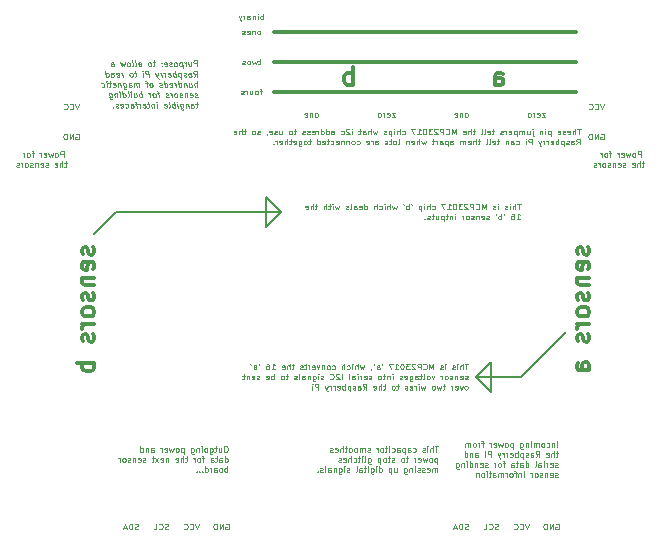
<source format=gbo>
G04 #@! TF.FileFunction,Legend,Bot*
%FSLAX46Y46*%
G04 Gerber Fmt 4.6, Leading zero omitted, Abs format (unit mm)*
G04 Created by KiCad (PCBNEW 4.0.7-e2-6376~58~ubuntu14.04.1) date Sat Apr 21 17:25:06 2018*
%MOMM*%
%LPD*%
G01*
G04 APERTURE LIST*
%ADD10C,0.100000*%
%ADD11C,0.200000*%
%ADD12C,0.300000*%
%ADD13C,0.125000*%
G04 APERTURE END LIST*
D10*
X228587856Y-136326190D02*
X228587856Y-135826190D01*
X228397380Y-135826190D01*
X228349761Y-135850000D01*
X228325952Y-135873810D01*
X228302142Y-135921429D01*
X228302142Y-135992857D01*
X228325952Y-136040476D01*
X228349761Y-136064286D01*
X228397380Y-136088095D01*
X228587856Y-136088095D01*
X228016428Y-136326190D02*
X228064047Y-136302381D01*
X228087856Y-136278571D01*
X228111666Y-136230952D01*
X228111666Y-136088095D01*
X228087856Y-136040476D01*
X228064047Y-136016667D01*
X228016428Y-135992857D01*
X227944999Y-135992857D01*
X227897380Y-136016667D01*
X227873571Y-136040476D01*
X227849761Y-136088095D01*
X227849761Y-136230952D01*
X227873571Y-136278571D01*
X227897380Y-136302381D01*
X227944999Y-136326190D01*
X228016428Y-136326190D01*
X227683094Y-135992857D02*
X227587856Y-136326190D01*
X227492618Y-136088095D01*
X227397380Y-136326190D01*
X227302142Y-135992857D01*
X226921189Y-136302381D02*
X226968808Y-136326190D01*
X227064046Y-136326190D01*
X227111665Y-136302381D01*
X227135475Y-136254762D01*
X227135475Y-136064286D01*
X227111665Y-136016667D01*
X227064046Y-135992857D01*
X226968808Y-135992857D01*
X226921189Y-136016667D01*
X226897380Y-136064286D01*
X226897380Y-136111905D01*
X227135475Y-136159524D01*
X226683094Y-136326190D02*
X226683094Y-135992857D01*
X226683094Y-136088095D02*
X226659285Y-136040476D01*
X226635475Y-136016667D01*
X226587856Y-135992857D01*
X226540237Y-135992857D01*
X226064047Y-135992857D02*
X225873571Y-135992857D01*
X225992618Y-136326190D02*
X225992618Y-135897619D01*
X225968809Y-135850000D01*
X225921190Y-135826190D01*
X225873571Y-135826190D01*
X225635476Y-136326190D02*
X225683095Y-136302381D01*
X225706904Y-136278571D01*
X225730714Y-136230952D01*
X225730714Y-136088095D01*
X225706904Y-136040476D01*
X225683095Y-136016667D01*
X225635476Y-135992857D01*
X225564047Y-135992857D01*
X225516428Y-136016667D01*
X225492619Y-136040476D01*
X225468809Y-136088095D01*
X225468809Y-136230952D01*
X225492619Y-136278571D01*
X225516428Y-136302381D01*
X225564047Y-136326190D01*
X225635476Y-136326190D01*
X225254523Y-136326190D02*
X225254523Y-135992857D01*
X225254523Y-136088095D02*
X225230714Y-136040476D01*
X225206904Y-136016667D01*
X225159285Y-135992857D01*
X225111666Y-135992857D01*
X228849761Y-136842857D02*
X228659285Y-136842857D01*
X228778332Y-136676190D02*
X228778332Y-137104762D01*
X228754523Y-137152381D01*
X228706904Y-137176190D01*
X228659285Y-137176190D01*
X228492618Y-137176190D02*
X228492618Y-136676190D01*
X228278333Y-137176190D02*
X228278333Y-136914286D01*
X228302142Y-136866667D01*
X228349761Y-136842857D01*
X228421190Y-136842857D01*
X228468809Y-136866667D01*
X228492618Y-136890476D01*
X227849761Y-137152381D02*
X227897380Y-137176190D01*
X227992618Y-137176190D01*
X228040237Y-137152381D01*
X228064047Y-137104762D01*
X228064047Y-136914286D01*
X228040237Y-136866667D01*
X227992618Y-136842857D01*
X227897380Y-136842857D01*
X227849761Y-136866667D01*
X227825952Y-136914286D01*
X227825952Y-136961905D01*
X228064047Y-137009524D01*
X227254524Y-137152381D02*
X227206905Y-137176190D01*
X227111667Y-137176190D01*
X227064048Y-137152381D01*
X227040238Y-137104762D01*
X227040238Y-137080952D01*
X227064048Y-137033333D01*
X227111667Y-137009524D01*
X227183095Y-137009524D01*
X227230714Y-136985714D01*
X227254524Y-136938095D01*
X227254524Y-136914286D01*
X227230714Y-136866667D01*
X227183095Y-136842857D01*
X227111667Y-136842857D01*
X227064048Y-136866667D01*
X226635476Y-137152381D02*
X226683095Y-137176190D01*
X226778333Y-137176190D01*
X226825952Y-137152381D01*
X226849762Y-137104762D01*
X226849762Y-136914286D01*
X226825952Y-136866667D01*
X226778333Y-136842857D01*
X226683095Y-136842857D01*
X226635476Y-136866667D01*
X226611667Y-136914286D01*
X226611667Y-136961905D01*
X226849762Y-137009524D01*
X226397381Y-136842857D02*
X226397381Y-137176190D01*
X226397381Y-136890476D02*
X226373572Y-136866667D01*
X226325953Y-136842857D01*
X226254524Y-136842857D01*
X226206905Y-136866667D01*
X226183096Y-136914286D01*
X226183096Y-137176190D01*
X225968810Y-137152381D02*
X225921191Y-137176190D01*
X225825953Y-137176190D01*
X225778334Y-137152381D01*
X225754524Y-137104762D01*
X225754524Y-137080952D01*
X225778334Y-137033333D01*
X225825953Y-137009524D01*
X225897381Y-137009524D01*
X225945000Y-136985714D01*
X225968810Y-136938095D01*
X225968810Y-136914286D01*
X225945000Y-136866667D01*
X225897381Y-136842857D01*
X225825953Y-136842857D01*
X225778334Y-136866667D01*
X225468810Y-137176190D02*
X225516429Y-137152381D01*
X225540238Y-137128571D01*
X225564048Y-137080952D01*
X225564048Y-136938095D01*
X225540238Y-136890476D01*
X225516429Y-136866667D01*
X225468810Y-136842857D01*
X225397381Y-136842857D01*
X225349762Y-136866667D01*
X225325953Y-136890476D01*
X225302143Y-136938095D01*
X225302143Y-137080952D01*
X225325953Y-137128571D01*
X225349762Y-137152381D01*
X225397381Y-137176190D01*
X225468810Y-137176190D01*
X225087857Y-137176190D02*
X225087857Y-136842857D01*
X225087857Y-136938095D02*
X225064048Y-136890476D01*
X225040238Y-136866667D01*
X224992619Y-136842857D01*
X224945000Y-136842857D01*
X224802143Y-137152381D02*
X224754524Y-137176190D01*
X224659286Y-137176190D01*
X224611667Y-137152381D01*
X224587857Y-137104762D01*
X224587857Y-137080952D01*
X224611667Y-137033333D01*
X224659286Y-137009524D01*
X224730714Y-137009524D01*
X224778333Y-136985714D01*
X224802143Y-136938095D01*
X224802143Y-136914286D01*
X224778333Y-136866667D01*
X224730714Y-136842857D01*
X224659286Y-136842857D01*
X224611667Y-136866667D01*
X179692856Y-136326190D02*
X179692856Y-135826190D01*
X179502380Y-135826190D01*
X179454761Y-135850000D01*
X179430952Y-135873810D01*
X179407142Y-135921429D01*
X179407142Y-135992857D01*
X179430952Y-136040476D01*
X179454761Y-136064286D01*
X179502380Y-136088095D01*
X179692856Y-136088095D01*
X179121428Y-136326190D02*
X179169047Y-136302381D01*
X179192856Y-136278571D01*
X179216666Y-136230952D01*
X179216666Y-136088095D01*
X179192856Y-136040476D01*
X179169047Y-136016667D01*
X179121428Y-135992857D01*
X179049999Y-135992857D01*
X179002380Y-136016667D01*
X178978571Y-136040476D01*
X178954761Y-136088095D01*
X178954761Y-136230952D01*
X178978571Y-136278571D01*
X179002380Y-136302381D01*
X179049999Y-136326190D01*
X179121428Y-136326190D01*
X178788094Y-135992857D02*
X178692856Y-136326190D01*
X178597618Y-136088095D01*
X178502380Y-136326190D01*
X178407142Y-135992857D01*
X178026189Y-136302381D02*
X178073808Y-136326190D01*
X178169046Y-136326190D01*
X178216665Y-136302381D01*
X178240475Y-136254762D01*
X178240475Y-136064286D01*
X178216665Y-136016667D01*
X178169046Y-135992857D01*
X178073808Y-135992857D01*
X178026189Y-136016667D01*
X178002380Y-136064286D01*
X178002380Y-136111905D01*
X178240475Y-136159524D01*
X177788094Y-136326190D02*
X177788094Y-135992857D01*
X177788094Y-136088095D02*
X177764285Y-136040476D01*
X177740475Y-136016667D01*
X177692856Y-135992857D01*
X177645237Y-135992857D01*
X177169047Y-135992857D02*
X176978571Y-135992857D01*
X177097618Y-136326190D02*
X177097618Y-135897619D01*
X177073809Y-135850000D01*
X177026190Y-135826190D01*
X176978571Y-135826190D01*
X176740476Y-136326190D02*
X176788095Y-136302381D01*
X176811904Y-136278571D01*
X176835714Y-136230952D01*
X176835714Y-136088095D01*
X176811904Y-136040476D01*
X176788095Y-136016667D01*
X176740476Y-135992857D01*
X176669047Y-135992857D01*
X176621428Y-136016667D01*
X176597619Y-136040476D01*
X176573809Y-136088095D01*
X176573809Y-136230952D01*
X176597619Y-136278571D01*
X176621428Y-136302381D01*
X176669047Y-136326190D01*
X176740476Y-136326190D01*
X176359523Y-136326190D02*
X176359523Y-135992857D01*
X176359523Y-136088095D02*
X176335714Y-136040476D01*
X176311904Y-136016667D01*
X176264285Y-135992857D01*
X176216666Y-135992857D01*
X179954761Y-136842857D02*
X179764285Y-136842857D01*
X179883332Y-136676190D02*
X179883332Y-137104762D01*
X179859523Y-137152381D01*
X179811904Y-137176190D01*
X179764285Y-137176190D01*
X179597618Y-137176190D02*
X179597618Y-136676190D01*
X179383333Y-137176190D02*
X179383333Y-136914286D01*
X179407142Y-136866667D01*
X179454761Y-136842857D01*
X179526190Y-136842857D01*
X179573809Y-136866667D01*
X179597618Y-136890476D01*
X178954761Y-137152381D02*
X179002380Y-137176190D01*
X179097618Y-137176190D01*
X179145237Y-137152381D01*
X179169047Y-137104762D01*
X179169047Y-136914286D01*
X179145237Y-136866667D01*
X179097618Y-136842857D01*
X179002380Y-136842857D01*
X178954761Y-136866667D01*
X178930952Y-136914286D01*
X178930952Y-136961905D01*
X179169047Y-137009524D01*
X178359524Y-137152381D02*
X178311905Y-137176190D01*
X178216667Y-137176190D01*
X178169048Y-137152381D01*
X178145238Y-137104762D01*
X178145238Y-137080952D01*
X178169048Y-137033333D01*
X178216667Y-137009524D01*
X178288095Y-137009524D01*
X178335714Y-136985714D01*
X178359524Y-136938095D01*
X178359524Y-136914286D01*
X178335714Y-136866667D01*
X178288095Y-136842857D01*
X178216667Y-136842857D01*
X178169048Y-136866667D01*
X177740476Y-137152381D02*
X177788095Y-137176190D01*
X177883333Y-137176190D01*
X177930952Y-137152381D01*
X177954762Y-137104762D01*
X177954762Y-136914286D01*
X177930952Y-136866667D01*
X177883333Y-136842857D01*
X177788095Y-136842857D01*
X177740476Y-136866667D01*
X177716667Y-136914286D01*
X177716667Y-136961905D01*
X177954762Y-137009524D01*
X177502381Y-136842857D02*
X177502381Y-137176190D01*
X177502381Y-136890476D02*
X177478572Y-136866667D01*
X177430953Y-136842857D01*
X177359524Y-136842857D01*
X177311905Y-136866667D01*
X177288096Y-136914286D01*
X177288096Y-137176190D01*
X177073810Y-137152381D02*
X177026191Y-137176190D01*
X176930953Y-137176190D01*
X176883334Y-137152381D01*
X176859524Y-137104762D01*
X176859524Y-137080952D01*
X176883334Y-137033333D01*
X176930953Y-137009524D01*
X177002381Y-137009524D01*
X177050000Y-136985714D01*
X177073810Y-136938095D01*
X177073810Y-136914286D01*
X177050000Y-136866667D01*
X177002381Y-136842857D01*
X176930953Y-136842857D01*
X176883334Y-136866667D01*
X176573810Y-137176190D02*
X176621429Y-137152381D01*
X176645238Y-137128571D01*
X176669048Y-137080952D01*
X176669048Y-136938095D01*
X176645238Y-136890476D01*
X176621429Y-136866667D01*
X176573810Y-136842857D01*
X176502381Y-136842857D01*
X176454762Y-136866667D01*
X176430953Y-136890476D01*
X176407143Y-136938095D01*
X176407143Y-137080952D01*
X176430953Y-137128571D01*
X176454762Y-137152381D01*
X176502381Y-137176190D01*
X176573810Y-137176190D01*
X176192857Y-137176190D02*
X176192857Y-136842857D01*
X176192857Y-136938095D02*
X176169048Y-136890476D01*
X176145238Y-136866667D01*
X176097619Y-136842857D01*
X176050000Y-136842857D01*
X175907143Y-137152381D02*
X175859524Y-137176190D01*
X175764286Y-137176190D01*
X175716667Y-137152381D01*
X175692857Y-137104762D01*
X175692857Y-137080952D01*
X175716667Y-137033333D01*
X175764286Y-137009524D01*
X175835714Y-137009524D01*
X175883333Y-136985714D01*
X175907143Y-136938095D01*
X175907143Y-136914286D01*
X175883333Y-136866667D01*
X175835714Y-136842857D01*
X175764286Y-136842857D01*
X175716667Y-136866667D01*
X193460714Y-160801190D02*
X193365476Y-160801190D01*
X193317857Y-160825000D01*
X193270238Y-160872619D01*
X193246429Y-160967857D01*
X193246429Y-161134524D01*
X193270238Y-161229762D01*
X193317857Y-161277381D01*
X193365476Y-161301190D01*
X193460714Y-161301190D01*
X193508333Y-161277381D01*
X193555952Y-161229762D01*
X193579762Y-161134524D01*
X193579762Y-160967857D01*
X193555952Y-160872619D01*
X193508333Y-160825000D01*
X193460714Y-160801190D01*
X192817857Y-160967857D02*
X192817857Y-161301190D01*
X193032142Y-160967857D02*
X193032142Y-161229762D01*
X193008333Y-161277381D01*
X192960714Y-161301190D01*
X192889285Y-161301190D01*
X192841666Y-161277381D01*
X192817857Y-161253571D01*
X192651190Y-160967857D02*
X192460714Y-160967857D01*
X192579761Y-160801190D02*
X192579761Y-161229762D01*
X192555952Y-161277381D01*
X192508333Y-161301190D01*
X192460714Y-161301190D01*
X192079762Y-160967857D02*
X192079762Y-161372619D01*
X192103571Y-161420238D01*
X192127381Y-161444048D01*
X192175000Y-161467857D01*
X192246428Y-161467857D01*
X192294047Y-161444048D01*
X192079762Y-161277381D02*
X192127381Y-161301190D01*
X192222619Y-161301190D01*
X192270238Y-161277381D01*
X192294047Y-161253571D01*
X192317857Y-161205952D01*
X192317857Y-161063095D01*
X192294047Y-161015476D01*
X192270238Y-160991667D01*
X192222619Y-160967857D01*
X192127381Y-160967857D01*
X192079762Y-160991667D01*
X191770238Y-161301190D02*
X191817857Y-161277381D01*
X191841666Y-161253571D01*
X191865476Y-161205952D01*
X191865476Y-161063095D01*
X191841666Y-161015476D01*
X191817857Y-160991667D01*
X191770238Y-160967857D01*
X191698809Y-160967857D01*
X191651190Y-160991667D01*
X191627381Y-161015476D01*
X191603571Y-161063095D01*
X191603571Y-161205952D01*
X191627381Y-161253571D01*
X191651190Y-161277381D01*
X191698809Y-161301190D01*
X191770238Y-161301190D01*
X191389285Y-161301190D02*
X191389285Y-160967857D01*
X191389285Y-160801190D02*
X191413095Y-160825000D01*
X191389285Y-160848810D01*
X191365476Y-160825000D01*
X191389285Y-160801190D01*
X191389285Y-160848810D01*
X191151190Y-160967857D02*
X191151190Y-161301190D01*
X191151190Y-161015476D02*
X191127381Y-160991667D01*
X191079762Y-160967857D01*
X191008333Y-160967857D01*
X190960714Y-160991667D01*
X190936905Y-161039286D01*
X190936905Y-161301190D01*
X190484524Y-160967857D02*
X190484524Y-161372619D01*
X190508333Y-161420238D01*
X190532143Y-161444048D01*
X190579762Y-161467857D01*
X190651190Y-161467857D01*
X190698809Y-161444048D01*
X190484524Y-161277381D02*
X190532143Y-161301190D01*
X190627381Y-161301190D01*
X190675000Y-161277381D01*
X190698809Y-161253571D01*
X190722619Y-161205952D01*
X190722619Y-161063095D01*
X190698809Y-161015476D01*
X190675000Y-160991667D01*
X190627381Y-160967857D01*
X190532143Y-160967857D01*
X190484524Y-160991667D01*
X189865476Y-160967857D02*
X189865476Y-161467857D01*
X189865476Y-160991667D02*
X189817857Y-160967857D01*
X189722619Y-160967857D01*
X189675000Y-160991667D01*
X189651191Y-161015476D01*
X189627381Y-161063095D01*
X189627381Y-161205952D01*
X189651191Y-161253571D01*
X189675000Y-161277381D01*
X189722619Y-161301190D01*
X189817857Y-161301190D01*
X189865476Y-161277381D01*
X189341667Y-161301190D02*
X189389286Y-161277381D01*
X189413095Y-161253571D01*
X189436905Y-161205952D01*
X189436905Y-161063095D01*
X189413095Y-161015476D01*
X189389286Y-160991667D01*
X189341667Y-160967857D01*
X189270238Y-160967857D01*
X189222619Y-160991667D01*
X189198810Y-161015476D01*
X189175000Y-161063095D01*
X189175000Y-161205952D01*
X189198810Y-161253571D01*
X189222619Y-161277381D01*
X189270238Y-161301190D01*
X189341667Y-161301190D01*
X189008333Y-160967857D02*
X188913095Y-161301190D01*
X188817857Y-161063095D01*
X188722619Y-161301190D01*
X188627381Y-160967857D01*
X188246428Y-161277381D02*
X188294047Y-161301190D01*
X188389285Y-161301190D01*
X188436904Y-161277381D01*
X188460714Y-161229762D01*
X188460714Y-161039286D01*
X188436904Y-160991667D01*
X188389285Y-160967857D01*
X188294047Y-160967857D01*
X188246428Y-160991667D01*
X188222619Y-161039286D01*
X188222619Y-161086905D01*
X188460714Y-161134524D01*
X188008333Y-161301190D02*
X188008333Y-160967857D01*
X188008333Y-161063095D02*
X187984524Y-161015476D01*
X187960714Y-160991667D01*
X187913095Y-160967857D01*
X187865476Y-160967857D01*
X187103572Y-161301190D02*
X187103572Y-161039286D01*
X187127381Y-160991667D01*
X187175000Y-160967857D01*
X187270238Y-160967857D01*
X187317857Y-160991667D01*
X187103572Y-161277381D02*
X187151191Y-161301190D01*
X187270238Y-161301190D01*
X187317857Y-161277381D01*
X187341667Y-161229762D01*
X187341667Y-161182143D01*
X187317857Y-161134524D01*
X187270238Y-161110714D01*
X187151191Y-161110714D01*
X187103572Y-161086905D01*
X186865476Y-160967857D02*
X186865476Y-161301190D01*
X186865476Y-161015476D02*
X186841667Y-160991667D01*
X186794048Y-160967857D01*
X186722619Y-160967857D01*
X186675000Y-160991667D01*
X186651191Y-161039286D01*
X186651191Y-161301190D01*
X186198810Y-161301190D02*
X186198810Y-160801190D01*
X186198810Y-161277381D02*
X186246429Y-161301190D01*
X186341667Y-161301190D01*
X186389286Y-161277381D01*
X186413095Y-161253571D01*
X186436905Y-161205952D01*
X186436905Y-161063095D01*
X186413095Y-161015476D01*
X186389286Y-160991667D01*
X186341667Y-160967857D01*
X186246429Y-160967857D01*
X186198810Y-160991667D01*
X193341667Y-162151190D02*
X193341667Y-161651190D01*
X193341667Y-162127381D02*
X193389286Y-162151190D01*
X193484524Y-162151190D01*
X193532143Y-162127381D01*
X193555952Y-162103571D01*
X193579762Y-162055952D01*
X193579762Y-161913095D01*
X193555952Y-161865476D01*
X193532143Y-161841667D01*
X193484524Y-161817857D01*
X193389286Y-161817857D01*
X193341667Y-161841667D01*
X192889286Y-162151190D02*
X192889286Y-161889286D01*
X192913095Y-161841667D01*
X192960714Y-161817857D01*
X193055952Y-161817857D01*
X193103571Y-161841667D01*
X192889286Y-162127381D02*
X192936905Y-162151190D01*
X193055952Y-162151190D01*
X193103571Y-162127381D01*
X193127381Y-162079762D01*
X193127381Y-162032143D01*
X193103571Y-161984524D01*
X193055952Y-161960714D01*
X192936905Y-161960714D01*
X192889286Y-161936905D01*
X192722619Y-161817857D02*
X192532143Y-161817857D01*
X192651190Y-161651190D02*
X192651190Y-162079762D01*
X192627381Y-162127381D01*
X192579762Y-162151190D01*
X192532143Y-162151190D01*
X192151191Y-162151190D02*
X192151191Y-161889286D01*
X192175000Y-161841667D01*
X192222619Y-161817857D01*
X192317857Y-161817857D01*
X192365476Y-161841667D01*
X192151191Y-162127381D02*
X192198810Y-162151190D01*
X192317857Y-162151190D01*
X192365476Y-162127381D01*
X192389286Y-162079762D01*
X192389286Y-162032143D01*
X192365476Y-161984524D01*
X192317857Y-161960714D01*
X192198810Y-161960714D01*
X192151191Y-161936905D01*
X191603572Y-161817857D02*
X191413096Y-161817857D01*
X191532143Y-162151190D02*
X191532143Y-161722619D01*
X191508334Y-161675000D01*
X191460715Y-161651190D01*
X191413096Y-161651190D01*
X191175001Y-162151190D02*
X191222620Y-162127381D01*
X191246429Y-162103571D01*
X191270239Y-162055952D01*
X191270239Y-161913095D01*
X191246429Y-161865476D01*
X191222620Y-161841667D01*
X191175001Y-161817857D01*
X191103572Y-161817857D01*
X191055953Y-161841667D01*
X191032144Y-161865476D01*
X191008334Y-161913095D01*
X191008334Y-162055952D01*
X191032144Y-162103571D01*
X191055953Y-162127381D01*
X191103572Y-162151190D01*
X191175001Y-162151190D01*
X190794048Y-162151190D02*
X190794048Y-161817857D01*
X190794048Y-161913095D02*
X190770239Y-161865476D01*
X190746429Y-161841667D01*
X190698810Y-161817857D01*
X190651191Y-161817857D01*
X190175001Y-161817857D02*
X189984525Y-161817857D01*
X190103572Y-161651190D02*
X190103572Y-162079762D01*
X190079763Y-162127381D01*
X190032144Y-162151190D01*
X189984525Y-162151190D01*
X189817858Y-162151190D02*
X189817858Y-161651190D01*
X189603573Y-162151190D02*
X189603573Y-161889286D01*
X189627382Y-161841667D01*
X189675001Y-161817857D01*
X189746430Y-161817857D01*
X189794049Y-161841667D01*
X189817858Y-161865476D01*
X189175001Y-162127381D02*
X189222620Y-162151190D01*
X189317858Y-162151190D01*
X189365477Y-162127381D01*
X189389287Y-162079762D01*
X189389287Y-161889286D01*
X189365477Y-161841667D01*
X189317858Y-161817857D01*
X189222620Y-161817857D01*
X189175001Y-161841667D01*
X189151192Y-161889286D01*
X189151192Y-161936905D01*
X189389287Y-161984524D01*
X188555954Y-161817857D02*
X188555954Y-162151190D01*
X188555954Y-161865476D02*
X188532145Y-161841667D01*
X188484526Y-161817857D01*
X188413097Y-161817857D01*
X188365478Y-161841667D01*
X188341669Y-161889286D01*
X188341669Y-162151190D01*
X187913097Y-162127381D02*
X187960716Y-162151190D01*
X188055954Y-162151190D01*
X188103573Y-162127381D01*
X188127383Y-162079762D01*
X188127383Y-161889286D01*
X188103573Y-161841667D01*
X188055954Y-161817857D01*
X187960716Y-161817857D01*
X187913097Y-161841667D01*
X187889288Y-161889286D01*
X187889288Y-161936905D01*
X188127383Y-161984524D01*
X187722621Y-162151190D02*
X187460717Y-161817857D01*
X187722621Y-161817857D02*
X187460717Y-162151190D01*
X187341669Y-161817857D02*
X187151193Y-161817857D01*
X187270240Y-161651190D02*
X187270240Y-162079762D01*
X187246431Y-162127381D01*
X187198812Y-162151190D01*
X187151193Y-162151190D01*
X186627384Y-162127381D02*
X186579765Y-162151190D01*
X186484527Y-162151190D01*
X186436908Y-162127381D01*
X186413098Y-162079762D01*
X186413098Y-162055952D01*
X186436908Y-162008333D01*
X186484527Y-161984524D01*
X186555955Y-161984524D01*
X186603574Y-161960714D01*
X186627384Y-161913095D01*
X186627384Y-161889286D01*
X186603574Y-161841667D01*
X186555955Y-161817857D01*
X186484527Y-161817857D01*
X186436908Y-161841667D01*
X186008336Y-162127381D02*
X186055955Y-162151190D01*
X186151193Y-162151190D01*
X186198812Y-162127381D01*
X186222622Y-162079762D01*
X186222622Y-161889286D01*
X186198812Y-161841667D01*
X186151193Y-161817857D01*
X186055955Y-161817857D01*
X186008336Y-161841667D01*
X185984527Y-161889286D01*
X185984527Y-161936905D01*
X186222622Y-161984524D01*
X185770241Y-161817857D02*
X185770241Y-162151190D01*
X185770241Y-161865476D02*
X185746432Y-161841667D01*
X185698813Y-161817857D01*
X185627384Y-161817857D01*
X185579765Y-161841667D01*
X185555956Y-161889286D01*
X185555956Y-162151190D01*
X185341670Y-162127381D02*
X185294051Y-162151190D01*
X185198813Y-162151190D01*
X185151194Y-162127381D01*
X185127384Y-162079762D01*
X185127384Y-162055952D01*
X185151194Y-162008333D01*
X185198813Y-161984524D01*
X185270241Y-161984524D01*
X185317860Y-161960714D01*
X185341670Y-161913095D01*
X185341670Y-161889286D01*
X185317860Y-161841667D01*
X185270241Y-161817857D01*
X185198813Y-161817857D01*
X185151194Y-161841667D01*
X184841670Y-162151190D02*
X184889289Y-162127381D01*
X184913098Y-162103571D01*
X184936908Y-162055952D01*
X184936908Y-161913095D01*
X184913098Y-161865476D01*
X184889289Y-161841667D01*
X184841670Y-161817857D01*
X184770241Y-161817857D01*
X184722622Y-161841667D01*
X184698813Y-161865476D01*
X184675003Y-161913095D01*
X184675003Y-162055952D01*
X184698813Y-162103571D01*
X184722622Y-162127381D01*
X184770241Y-162151190D01*
X184841670Y-162151190D01*
X184460717Y-162151190D02*
X184460717Y-161817857D01*
X184460717Y-161913095D02*
X184436908Y-161865476D01*
X184413098Y-161841667D01*
X184365479Y-161817857D01*
X184317860Y-161817857D01*
X193555952Y-163001190D02*
X193555952Y-162501190D01*
X193555952Y-162691667D02*
X193508333Y-162667857D01*
X193413095Y-162667857D01*
X193365476Y-162691667D01*
X193341667Y-162715476D01*
X193317857Y-162763095D01*
X193317857Y-162905952D01*
X193341667Y-162953571D01*
X193365476Y-162977381D01*
X193413095Y-163001190D01*
X193508333Y-163001190D01*
X193555952Y-162977381D01*
X193032143Y-163001190D02*
X193079762Y-162977381D01*
X193103571Y-162953571D01*
X193127381Y-162905952D01*
X193127381Y-162763095D01*
X193103571Y-162715476D01*
X193079762Y-162691667D01*
X193032143Y-162667857D01*
X192960714Y-162667857D01*
X192913095Y-162691667D01*
X192889286Y-162715476D01*
X192865476Y-162763095D01*
X192865476Y-162905952D01*
X192889286Y-162953571D01*
X192913095Y-162977381D01*
X192960714Y-163001190D01*
X193032143Y-163001190D01*
X192436905Y-163001190D02*
X192436905Y-162739286D01*
X192460714Y-162691667D01*
X192508333Y-162667857D01*
X192603571Y-162667857D01*
X192651190Y-162691667D01*
X192436905Y-162977381D02*
X192484524Y-163001190D01*
X192603571Y-163001190D01*
X192651190Y-162977381D01*
X192675000Y-162929762D01*
X192675000Y-162882143D01*
X192651190Y-162834524D01*
X192603571Y-162810714D01*
X192484524Y-162810714D01*
X192436905Y-162786905D01*
X192198809Y-163001190D02*
X192198809Y-162667857D01*
X192198809Y-162763095D02*
X192175000Y-162715476D01*
X192151190Y-162691667D01*
X192103571Y-162667857D01*
X192055952Y-162667857D01*
X191675000Y-163001190D02*
X191675000Y-162501190D01*
X191675000Y-162977381D02*
X191722619Y-163001190D01*
X191817857Y-163001190D01*
X191865476Y-162977381D01*
X191889285Y-162953571D01*
X191913095Y-162905952D01*
X191913095Y-162763095D01*
X191889285Y-162715476D01*
X191865476Y-162691667D01*
X191817857Y-162667857D01*
X191722619Y-162667857D01*
X191675000Y-162691667D01*
X191436904Y-162953571D02*
X191413095Y-162977381D01*
X191436904Y-163001190D01*
X191460714Y-162977381D01*
X191436904Y-162953571D01*
X191436904Y-163001190D01*
X191198809Y-162953571D02*
X191175000Y-162977381D01*
X191198809Y-163001190D01*
X191222619Y-162977381D01*
X191198809Y-162953571D01*
X191198809Y-163001190D01*
X190960714Y-162953571D02*
X190936905Y-162977381D01*
X190960714Y-163001190D01*
X190984524Y-162977381D01*
X190960714Y-162953571D01*
X190960714Y-163001190D01*
D11*
X215900000Y-156210000D02*
X214630000Y-154940000D01*
X215900000Y-153670000D02*
X215900000Y-156210000D01*
X214630000Y-154940000D02*
X215900000Y-153670000D01*
X218440000Y-154940000D02*
X214630000Y-154940000D01*
X222250000Y-151130000D02*
X218440000Y-154940000D01*
X184150000Y-140970000D02*
X182245000Y-142875000D01*
D10*
X225456666Y-131806190D02*
X225289999Y-132306190D01*
X225123333Y-131806190D01*
X224670952Y-132258571D02*
X224694762Y-132282381D01*
X224766190Y-132306190D01*
X224813809Y-132306190D01*
X224885238Y-132282381D01*
X224932857Y-132234762D01*
X224956666Y-132187143D01*
X224980476Y-132091905D01*
X224980476Y-132020476D01*
X224956666Y-131925238D01*
X224932857Y-131877619D01*
X224885238Y-131830000D01*
X224813809Y-131806190D01*
X224766190Y-131806190D01*
X224694762Y-131830000D01*
X224670952Y-131853810D01*
X224170952Y-132258571D02*
X224194762Y-132282381D01*
X224266190Y-132306190D01*
X224313809Y-132306190D01*
X224385238Y-132282381D01*
X224432857Y-132234762D01*
X224456666Y-132187143D01*
X224480476Y-132091905D01*
X224480476Y-132020476D01*
X224456666Y-131925238D01*
X224432857Y-131877619D01*
X224385238Y-131830000D01*
X224313809Y-131806190D01*
X224266190Y-131806190D01*
X224194762Y-131830000D01*
X224170952Y-131853810D01*
X181006666Y-131806190D02*
X180839999Y-132306190D01*
X180673333Y-131806190D01*
X180220952Y-132258571D02*
X180244762Y-132282381D01*
X180316190Y-132306190D01*
X180363809Y-132306190D01*
X180435238Y-132282381D01*
X180482857Y-132234762D01*
X180506666Y-132187143D01*
X180530476Y-132091905D01*
X180530476Y-132020476D01*
X180506666Y-131925238D01*
X180482857Y-131877619D01*
X180435238Y-131830000D01*
X180363809Y-131806190D01*
X180316190Y-131806190D01*
X180244762Y-131830000D01*
X180220952Y-131853810D01*
X179720952Y-132258571D02*
X179744762Y-132282381D01*
X179816190Y-132306190D01*
X179863809Y-132306190D01*
X179935238Y-132282381D01*
X179982857Y-132234762D01*
X180006666Y-132187143D01*
X180030476Y-132091905D01*
X180030476Y-132020476D01*
X180006666Y-131925238D01*
X179982857Y-131877619D01*
X179935238Y-131830000D01*
X179863809Y-131806190D01*
X179816190Y-131806190D01*
X179744762Y-131830000D01*
X179720952Y-131853810D01*
X225170953Y-134370000D02*
X225218572Y-134346190D01*
X225290000Y-134346190D01*
X225361429Y-134370000D01*
X225409048Y-134417619D01*
X225432857Y-134465238D01*
X225456667Y-134560476D01*
X225456667Y-134631905D01*
X225432857Y-134727143D01*
X225409048Y-134774762D01*
X225361429Y-134822381D01*
X225290000Y-134846190D01*
X225242381Y-134846190D01*
X225170953Y-134822381D01*
X225147143Y-134798571D01*
X225147143Y-134631905D01*
X225242381Y-134631905D01*
X224932857Y-134846190D02*
X224932857Y-134346190D01*
X224647143Y-134846190D01*
X224647143Y-134346190D01*
X224409047Y-134846190D02*
X224409047Y-134346190D01*
X224290000Y-134346190D01*
X224218571Y-134370000D01*
X224170952Y-134417619D01*
X224147143Y-134465238D01*
X224123333Y-134560476D01*
X224123333Y-134631905D01*
X224147143Y-134727143D01*
X224170952Y-134774762D01*
X224218571Y-134822381D01*
X224290000Y-134846190D01*
X224409047Y-134846190D01*
X180720953Y-134370000D02*
X180768572Y-134346190D01*
X180840000Y-134346190D01*
X180911429Y-134370000D01*
X180959048Y-134417619D01*
X180982857Y-134465238D01*
X181006667Y-134560476D01*
X181006667Y-134631905D01*
X180982857Y-134727143D01*
X180959048Y-134774762D01*
X180911429Y-134822381D01*
X180840000Y-134846190D01*
X180792381Y-134846190D01*
X180720953Y-134822381D01*
X180697143Y-134798571D01*
X180697143Y-134631905D01*
X180792381Y-134631905D01*
X180482857Y-134846190D02*
X180482857Y-134346190D01*
X180197143Y-134846190D01*
X180197143Y-134346190D01*
X179959047Y-134846190D02*
X179959047Y-134346190D01*
X179840000Y-134346190D01*
X179768571Y-134370000D01*
X179720952Y-134417619D01*
X179697143Y-134465238D01*
X179673333Y-134560476D01*
X179673333Y-134631905D01*
X179697143Y-134727143D01*
X179720952Y-134774762D01*
X179768571Y-134822381D01*
X179840000Y-134846190D01*
X179959047Y-134846190D01*
D12*
X182217143Y-143975000D02*
X182288571Y-144117857D01*
X182288571Y-144403572D01*
X182217143Y-144546429D01*
X182074286Y-144617857D01*
X182002857Y-144617857D01*
X181860000Y-144546429D01*
X181788571Y-144403572D01*
X181788571Y-144189286D01*
X181717143Y-144046429D01*
X181574286Y-143975000D01*
X181502857Y-143975000D01*
X181360000Y-144046429D01*
X181288571Y-144189286D01*
X181288571Y-144403572D01*
X181360000Y-144546429D01*
X182217143Y-145832143D02*
X182288571Y-145689286D01*
X182288571Y-145403572D01*
X182217143Y-145260715D01*
X182074286Y-145189286D01*
X181502857Y-145189286D01*
X181360000Y-145260715D01*
X181288571Y-145403572D01*
X181288571Y-145689286D01*
X181360000Y-145832143D01*
X181502857Y-145903572D01*
X181645714Y-145903572D01*
X181788571Y-145189286D01*
X181288571Y-146546429D02*
X182288571Y-146546429D01*
X181431429Y-146546429D02*
X181360000Y-146617857D01*
X181288571Y-146760715D01*
X181288571Y-146975000D01*
X181360000Y-147117857D01*
X181502857Y-147189286D01*
X182288571Y-147189286D01*
X182217143Y-147832143D02*
X182288571Y-147975000D01*
X182288571Y-148260715D01*
X182217143Y-148403572D01*
X182074286Y-148475000D01*
X182002857Y-148475000D01*
X181860000Y-148403572D01*
X181788571Y-148260715D01*
X181788571Y-148046429D01*
X181717143Y-147903572D01*
X181574286Y-147832143D01*
X181502857Y-147832143D01*
X181360000Y-147903572D01*
X181288571Y-148046429D01*
X181288571Y-148260715D01*
X181360000Y-148403572D01*
X182288571Y-149332144D02*
X182217143Y-149189286D01*
X182145714Y-149117858D01*
X182002857Y-149046429D01*
X181574286Y-149046429D01*
X181431429Y-149117858D01*
X181360000Y-149189286D01*
X181288571Y-149332144D01*
X181288571Y-149546429D01*
X181360000Y-149689286D01*
X181431429Y-149760715D01*
X181574286Y-149832144D01*
X182002857Y-149832144D01*
X182145714Y-149760715D01*
X182217143Y-149689286D01*
X182288571Y-149546429D01*
X182288571Y-149332144D01*
X182288571Y-150475001D02*
X181288571Y-150475001D01*
X181574286Y-150475001D02*
X181431429Y-150546429D01*
X181360000Y-150617858D01*
X181288571Y-150760715D01*
X181288571Y-150903572D01*
X182217143Y-151332143D02*
X182288571Y-151475000D01*
X182288571Y-151760715D01*
X182217143Y-151903572D01*
X182074286Y-151975000D01*
X182002857Y-151975000D01*
X181860000Y-151903572D01*
X181788571Y-151760715D01*
X181788571Y-151546429D01*
X181717143Y-151403572D01*
X181574286Y-151332143D01*
X181502857Y-151332143D01*
X181360000Y-151403572D01*
X181288571Y-151546429D01*
X181288571Y-151760715D01*
X181360000Y-151903572D01*
X182288571Y-153760715D02*
X180788571Y-153760715D01*
X181360000Y-153760715D02*
X181288571Y-153903572D01*
X181288571Y-154189286D01*
X181360000Y-154332143D01*
X181431429Y-154403572D01*
X181574286Y-154475001D01*
X182002857Y-154475001D01*
X182145714Y-154403572D01*
X182217143Y-154332143D01*
X182288571Y-154189286D01*
X182288571Y-153903572D01*
X182217143Y-153760715D01*
X224127143Y-143975000D02*
X224198571Y-144117857D01*
X224198571Y-144403572D01*
X224127143Y-144546429D01*
X223984286Y-144617857D01*
X223912857Y-144617857D01*
X223770000Y-144546429D01*
X223698571Y-144403572D01*
X223698571Y-144189286D01*
X223627143Y-144046429D01*
X223484286Y-143975000D01*
X223412857Y-143975000D01*
X223270000Y-144046429D01*
X223198571Y-144189286D01*
X223198571Y-144403572D01*
X223270000Y-144546429D01*
X224127143Y-145832143D02*
X224198571Y-145689286D01*
X224198571Y-145403572D01*
X224127143Y-145260715D01*
X223984286Y-145189286D01*
X223412857Y-145189286D01*
X223270000Y-145260715D01*
X223198571Y-145403572D01*
X223198571Y-145689286D01*
X223270000Y-145832143D01*
X223412857Y-145903572D01*
X223555714Y-145903572D01*
X223698571Y-145189286D01*
X223198571Y-146546429D02*
X224198571Y-146546429D01*
X223341429Y-146546429D02*
X223270000Y-146617857D01*
X223198571Y-146760715D01*
X223198571Y-146975000D01*
X223270000Y-147117857D01*
X223412857Y-147189286D01*
X224198571Y-147189286D01*
X224127143Y-147832143D02*
X224198571Y-147975000D01*
X224198571Y-148260715D01*
X224127143Y-148403572D01*
X223984286Y-148475000D01*
X223912857Y-148475000D01*
X223770000Y-148403572D01*
X223698571Y-148260715D01*
X223698571Y-148046429D01*
X223627143Y-147903572D01*
X223484286Y-147832143D01*
X223412857Y-147832143D01*
X223270000Y-147903572D01*
X223198571Y-148046429D01*
X223198571Y-148260715D01*
X223270000Y-148403572D01*
X224198571Y-149332144D02*
X224127143Y-149189286D01*
X224055714Y-149117858D01*
X223912857Y-149046429D01*
X223484286Y-149046429D01*
X223341429Y-149117858D01*
X223270000Y-149189286D01*
X223198571Y-149332144D01*
X223198571Y-149546429D01*
X223270000Y-149689286D01*
X223341429Y-149760715D01*
X223484286Y-149832144D01*
X223912857Y-149832144D01*
X224055714Y-149760715D01*
X224127143Y-149689286D01*
X224198571Y-149546429D01*
X224198571Y-149332144D01*
X224198571Y-150475001D02*
X223198571Y-150475001D01*
X223484286Y-150475001D02*
X223341429Y-150546429D01*
X223270000Y-150617858D01*
X223198571Y-150760715D01*
X223198571Y-150903572D01*
X224127143Y-151332143D02*
X224198571Y-151475000D01*
X224198571Y-151760715D01*
X224127143Y-151903572D01*
X223984286Y-151975000D01*
X223912857Y-151975000D01*
X223770000Y-151903572D01*
X223698571Y-151760715D01*
X223698571Y-151546429D01*
X223627143Y-151403572D01*
X223484286Y-151332143D01*
X223412857Y-151332143D01*
X223270000Y-151403572D01*
X223198571Y-151546429D01*
X223198571Y-151760715D01*
X223270000Y-151903572D01*
X224198571Y-154403572D02*
X223412857Y-154403572D01*
X223270000Y-154332143D01*
X223198571Y-154189286D01*
X223198571Y-153903572D01*
X223270000Y-153760715D01*
X224127143Y-154403572D02*
X224198571Y-154260715D01*
X224198571Y-153903572D01*
X224127143Y-153760715D01*
X223984286Y-153689286D01*
X223841429Y-153689286D01*
X223698571Y-153760715D01*
X223627143Y-153903572D01*
X223627143Y-154260715D01*
X223555714Y-154403572D01*
X216213571Y-130218571D02*
X216213571Y-129432857D01*
X216285000Y-129290000D01*
X216427857Y-129218571D01*
X216713571Y-129218571D01*
X216856428Y-129290000D01*
X216213571Y-130147143D02*
X216356428Y-130218571D01*
X216713571Y-130218571D01*
X216856428Y-130147143D01*
X216927857Y-130004286D01*
X216927857Y-129861429D01*
X216856428Y-129718571D01*
X216713571Y-129647143D01*
X216356428Y-129647143D01*
X216213571Y-129575714D01*
X204156428Y-130218571D02*
X204156428Y-128718571D01*
X204156428Y-129290000D02*
X204013571Y-129218571D01*
X203727857Y-129218571D01*
X203585000Y-129290000D01*
X203513571Y-129361429D01*
X203442142Y-129504286D01*
X203442142Y-129932857D01*
X203513571Y-130075714D01*
X203585000Y-130147143D01*
X203727857Y-130218571D01*
X204013571Y-130218571D01*
X204156428Y-130147143D01*
D13*
X191012976Y-128651190D02*
X190950476Y-128151190D01*
X190760000Y-128151190D01*
X190715357Y-128175000D01*
X190694524Y-128198810D01*
X190676667Y-128246429D01*
X190685595Y-128317857D01*
X190715357Y-128365476D01*
X190742143Y-128389286D01*
X190792738Y-128413095D01*
X190983214Y-128413095D01*
X190257024Y-128317857D02*
X190298691Y-128651190D01*
X190471309Y-128317857D02*
X190504047Y-128579762D01*
X190486191Y-128627381D01*
X190441548Y-128651190D01*
X190370119Y-128651190D01*
X190319524Y-128627381D01*
X190292738Y-128603571D01*
X190060595Y-128651190D02*
X190018928Y-128317857D01*
X190030833Y-128413095D02*
X190001071Y-128365476D01*
X189974285Y-128341667D01*
X189923690Y-128317857D01*
X189876071Y-128317857D01*
X189709404Y-128317857D02*
X189771904Y-128817857D01*
X189712380Y-128341667D02*
X189661785Y-128317857D01*
X189566547Y-128317857D01*
X189521904Y-128341667D01*
X189501071Y-128365476D01*
X189483214Y-128413095D01*
X189501071Y-128555952D01*
X189530833Y-128603571D01*
X189557619Y-128627381D01*
X189608214Y-128651190D01*
X189703452Y-128651190D01*
X189748095Y-128627381D01*
X189227262Y-128651190D02*
X189271905Y-128627381D01*
X189292737Y-128603571D01*
X189310595Y-128555952D01*
X189292738Y-128413095D01*
X189262975Y-128365476D01*
X189236190Y-128341667D01*
X189185595Y-128317857D01*
X189114166Y-128317857D01*
X189069523Y-128341667D01*
X189048690Y-128365476D01*
X189030833Y-128413095D01*
X189048690Y-128555952D01*
X189078452Y-128603571D01*
X189105238Y-128627381D01*
X189155833Y-128651190D01*
X189227262Y-128651190D01*
X188867143Y-128627381D02*
X188822500Y-128651190D01*
X188727262Y-128651190D01*
X188676667Y-128627381D01*
X188646904Y-128579762D01*
X188643928Y-128555952D01*
X188661786Y-128508333D01*
X188706428Y-128484524D01*
X188777856Y-128484524D01*
X188822499Y-128460714D01*
X188840357Y-128413095D01*
X188837381Y-128389286D01*
X188807618Y-128341667D01*
X188757023Y-128317857D01*
X188685595Y-128317857D01*
X188640952Y-128341667D01*
X188248095Y-128627381D02*
X188298690Y-128651190D01*
X188393928Y-128651190D01*
X188438571Y-128627381D01*
X188456428Y-128579762D01*
X188432619Y-128389286D01*
X188402856Y-128341667D01*
X188352261Y-128317857D01*
X188257023Y-128317857D01*
X188212380Y-128341667D01*
X188194524Y-128389286D01*
X188200476Y-128436905D01*
X188444523Y-128484524D01*
X188007023Y-128603571D02*
X187986191Y-128627381D01*
X188012976Y-128651190D01*
X188033810Y-128627381D01*
X188007023Y-128603571D01*
X188012976Y-128651190D01*
X187974285Y-128341667D02*
X187953452Y-128365476D01*
X187980238Y-128389286D01*
X188001071Y-128365476D01*
X187974285Y-128341667D01*
X187980238Y-128389286D01*
X187423691Y-128317857D02*
X187233215Y-128317857D01*
X187331429Y-128151190D02*
X187385000Y-128579762D01*
X187367144Y-128627381D01*
X187322501Y-128651190D01*
X187274882Y-128651190D01*
X187036787Y-128651190D02*
X187081430Y-128627381D01*
X187102262Y-128603571D01*
X187120120Y-128555952D01*
X187102263Y-128413095D01*
X187072500Y-128365476D01*
X187045715Y-128341667D01*
X186995120Y-128317857D01*
X186923691Y-128317857D01*
X186879048Y-128341667D01*
X186858215Y-128365476D01*
X186840358Y-128413095D01*
X186858215Y-128555952D01*
X186887977Y-128603571D01*
X186914763Y-128627381D01*
X186965358Y-128651190D01*
X187036787Y-128651190D01*
X186060597Y-128651190D02*
X186027859Y-128389286D01*
X186045715Y-128341667D01*
X186090358Y-128317857D01*
X186185596Y-128317857D01*
X186236191Y-128341667D01*
X186057621Y-128627381D02*
X186108216Y-128651190D01*
X186227263Y-128651190D01*
X186271906Y-128627381D01*
X186289763Y-128579762D01*
X186283811Y-128532143D01*
X186254048Y-128484524D01*
X186203453Y-128460714D01*
X186084406Y-128460714D01*
X186033811Y-128436905D01*
X185751073Y-128651190D02*
X185795716Y-128627381D01*
X185813572Y-128579762D01*
X185760001Y-128151190D01*
X185489168Y-128651190D02*
X185533811Y-128627381D01*
X185551667Y-128579762D01*
X185498096Y-128151190D01*
X185227263Y-128651190D02*
X185271906Y-128627381D01*
X185292738Y-128603571D01*
X185310596Y-128555952D01*
X185292739Y-128413095D01*
X185262976Y-128365476D01*
X185236191Y-128341667D01*
X185185596Y-128317857D01*
X185114167Y-128317857D01*
X185069524Y-128341667D01*
X185048691Y-128365476D01*
X185030834Y-128413095D01*
X185048691Y-128555952D01*
X185078453Y-128603571D01*
X185105239Y-128627381D01*
X185155834Y-128651190D01*
X185227263Y-128651190D01*
X184852262Y-128317857D02*
X184798691Y-128651190D01*
X184673691Y-128413095D01*
X184608215Y-128651190D01*
X184471310Y-128317857D01*
X183727263Y-128651190D02*
X183694525Y-128389286D01*
X183712381Y-128341667D01*
X183757024Y-128317857D01*
X183852262Y-128317857D01*
X183902857Y-128341667D01*
X183724287Y-128627381D02*
X183774882Y-128651190D01*
X183893929Y-128651190D01*
X183938572Y-128627381D01*
X183956429Y-128579762D01*
X183950477Y-128532143D01*
X183920714Y-128484524D01*
X183870119Y-128460714D01*
X183751072Y-128460714D01*
X183700477Y-128436905D01*
X190727262Y-129526190D02*
X190864167Y-129288095D01*
X191012976Y-129526190D02*
X190950476Y-129026190D01*
X190760000Y-129026190D01*
X190715357Y-129050000D01*
X190694524Y-129073810D01*
X190676667Y-129121429D01*
X190685595Y-129192857D01*
X190715357Y-129240476D01*
X190742143Y-129264286D01*
X190792738Y-129288095D01*
X190983214Y-129288095D01*
X190298691Y-129526190D02*
X190265953Y-129264286D01*
X190283809Y-129216667D01*
X190328452Y-129192857D01*
X190423690Y-129192857D01*
X190474285Y-129216667D01*
X190295715Y-129502381D02*
X190346310Y-129526190D01*
X190465357Y-129526190D01*
X190510000Y-129502381D01*
X190527857Y-129454762D01*
X190521905Y-129407143D01*
X190492142Y-129359524D01*
X190441547Y-129335714D01*
X190322500Y-129335714D01*
X190271905Y-129311905D01*
X190081429Y-129502381D02*
X190036786Y-129526190D01*
X189941548Y-129526190D01*
X189890953Y-129502381D01*
X189861190Y-129454762D01*
X189858214Y-129430952D01*
X189876072Y-129383333D01*
X189920714Y-129359524D01*
X189992142Y-129359524D01*
X190036785Y-129335714D01*
X190054643Y-129288095D01*
X190051667Y-129264286D01*
X190021904Y-129216667D01*
X189971309Y-129192857D01*
X189899881Y-129192857D01*
X189855238Y-129216667D01*
X189614166Y-129192857D02*
X189676666Y-129692857D01*
X189617142Y-129216667D02*
X189566547Y-129192857D01*
X189471309Y-129192857D01*
X189426666Y-129216667D01*
X189405833Y-129240476D01*
X189387976Y-129288095D01*
X189405833Y-129430952D01*
X189435595Y-129478571D01*
X189462381Y-129502381D01*
X189512976Y-129526190D01*
X189608214Y-129526190D01*
X189652857Y-129502381D01*
X189203452Y-129526190D02*
X189140952Y-129026190D01*
X189164761Y-129216667D02*
X189114166Y-129192857D01*
X189018928Y-129192857D01*
X188974285Y-129216667D01*
X188953452Y-129240476D01*
X188935595Y-129288095D01*
X188953452Y-129430952D01*
X188983214Y-129478571D01*
X189010000Y-129502381D01*
X189060595Y-129526190D01*
X189155833Y-129526190D01*
X189200476Y-129502381D01*
X188557619Y-129502381D02*
X188608214Y-129526190D01*
X188703452Y-129526190D01*
X188748095Y-129502381D01*
X188765952Y-129454762D01*
X188742143Y-129264286D01*
X188712380Y-129216667D01*
X188661785Y-129192857D01*
X188566547Y-129192857D01*
X188521904Y-129216667D01*
X188504048Y-129264286D01*
X188510000Y-129311905D01*
X188754047Y-129359524D01*
X188322500Y-129526190D02*
X188280833Y-129192857D01*
X188292738Y-129288095D02*
X188262976Y-129240476D01*
X188236190Y-129216667D01*
X188185595Y-129192857D01*
X188137976Y-129192857D01*
X188012976Y-129526190D02*
X187971309Y-129192857D01*
X187983214Y-129288095D02*
X187953452Y-129240476D01*
X187926666Y-129216667D01*
X187876071Y-129192857D01*
X187828452Y-129192857D01*
X187709404Y-129192857D02*
X187632024Y-129526190D01*
X187471309Y-129192857D02*
X187632024Y-129526190D01*
X187694524Y-129645238D01*
X187721309Y-129669048D01*
X187771904Y-129692857D01*
X186941548Y-129526190D02*
X186879048Y-129026190D01*
X186688572Y-129026190D01*
X186643929Y-129050000D01*
X186623096Y-129073810D01*
X186605239Y-129121429D01*
X186614167Y-129192857D01*
X186643929Y-129240476D01*
X186670715Y-129264286D01*
X186721310Y-129288095D01*
X186911786Y-129288095D01*
X186441548Y-129526190D02*
X186399881Y-129192857D01*
X186379048Y-129026190D02*
X186405834Y-129050000D01*
X186385000Y-129073810D01*
X186358215Y-129050000D01*
X186379048Y-129026190D01*
X186385000Y-129073810D01*
X185852263Y-129192857D02*
X185661787Y-129192857D01*
X185760001Y-129026190D02*
X185813572Y-129454762D01*
X185795716Y-129502381D01*
X185751073Y-129526190D01*
X185703454Y-129526190D01*
X185465359Y-129526190D02*
X185510002Y-129502381D01*
X185530834Y-129478571D01*
X185548692Y-129430952D01*
X185530835Y-129288095D01*
X185501072Y-129240476D01*
X185474287Y-129216667D01*
X185423692Y-129192857D01*
X185352263Y-129192857D01*
X185307620Y-129216667D01*
X185286787Y-129240476D01*
X185268930Y-129288095D01*
X185286787Y-129430952D01*
X185316549Y-129478571D01*
X185343335Y-129502381D01*
X185393930Y-129526190D01*
X185465359Y-129526190D01*
X184703454Y-129526190D02*
X184661787Y-129192857D01*
X184673692Y-129288095D02*
X184643930Y-129240476D01*
X184617144Y-129216667D01*
X184566549Y-129192857D01*
X184518930Y-129192857D01*
X184200478Y-129502381D02*
X184251073Y-129526190D01*
X184346311Y-129526190D01*
X184390954Y-129502381D01*
X184408811Y-129454762D01*
X184385002Y-129264286D01*
X184355239Y-129216667D01*
X184304644Y-129192857D01*
X184209406Y-129192857D01*
X184164763Y-129216667D01*
X184146907Y-129264286D01*
X184152859Y-129311905D01*
X184396906Y-129359524D01*
X183751074Y-129526190D02*
X183718336Y-129264286D01*
X183736192Y-129216667D01*
X183780835Y-129192857D01*
X183876073Y-129192857D01*
X183926668Y-129216667D01*
X183748098Y-129502381D02*
X183798693Y-129526190D01*
X183917740Y-129526190D01*
X183962383Y-129502381D01*
X183980240Y-129454762D01*
X183974288Y-129407143D01*
X183944525Y-129359524D01*
X183893930Y-129335714D01*
X183774883Y-129335714D01*
X183724288Y-129311905D01*
X183298693Y-129526190D02*
X183236193Y-129026190D01*
X183295717Y-129502381D02*
X183346312Y-129526190D01*
X183441550Y-129526190D01*
X183486193Y-129502381D01*
X183507025Y-129478571D01*
X183524883Y-129430952D01*
X183507026Y-129288095D01*
X183477263Y-129240476D01*
X183450478Y-129216667D01*
X183399883Y-129192857D01*
X183304645Y-129192857D01*
X183260002Y-129216667D01*
X191012976Y-130401190D02*
X190950476Y-129901190D01*
X190798691Y-130401190D02*
X190765953Y-130139286D01*
X190783809Y-130091667D01*
X190828452Y-130067857D01*
X190899881Y-130067857D01*
X190950476Y-130091667D01*
X190977261Y-130115476D01*
X190304643Y-130067857D02*
X190346310Y-130401190D01*
X190518928Y-130067857D02*
X190551666Y-130329762D01*
X190533810Y-130377381D01*
X190489167Y-130401190D01*
X190417738Y-130401190D01*
X190367143Y-130377381D01*
X190340357Y-130353571D01*
X190066547Y-130067857D02*
X190108214Y-130401190D01*
X190072499Y-130115476D02*
X190045714Y-130091667D01*
X189995119Y-130067857D01*
X189923690Y-130067857D01*
X189879047Y-130091667D01*
X189861191Y-130139286D01*
X189893929Y-130401190D01*
X189441548Y-130401190D02*
X189379048Y-129901190D01*
X189438572Y-130377381D02*
X189489167Y-130401190D01*
X189584405Y-130401190D01*
X189629048Y-130377381D01*
X189649880Y-130353571D01*
X189667738Y-130305952D01*
X189649881Y-130163095D01*
X189620118Y-130115476D01*
X189593333Y-130091667D01*
X189542738Y-130067857D01*
X189447500Y-130067857D01*
X189402857Y-130091667D01*
X189203452Y-130401190D02*
X189161785Y-130067857D01*
X189173690Y-130163095D02*
X189143928Y-130115476D01*
X189117142Y-130091667D01*
X189066547Y-130067857D01*
X189018928Y-130067857D01*
X188700476Y-130377381D02*
X188751071Y-130401190D01*
X188846309Y-130401190D01*
X188890952Y-130377381D01*
X188908809Y-130329762D01*
X188885000Y-130139286D01*
X188855237Y-130091667D01*
X188804642Y-130067857D01*
X188709404Y-130067857D01*
X188664761Y-130091667D01*
X188646905Y-130139286D01*
X188652857Y-130186905D01*
X188896904Y-130234524D01*
X188251072Y-130401190D02*
X188188572Y-129901190D01*
X188248096Y-130377381D02*
X188298691Y-130401190D01*
X188393929Y-130401190D01*
X188438572Y-130377381D01*
X188459404Y-130353571D01*
X188477262Y-130305952D01*
X188459405Y-130163095D01*
X188429642Y-130115476D01*
X188402857Y-130091667D01*
X188352262Y-130067857D01*
X188257024Y-130067857D01*
X188212381Y-130091667D01*
X188033810Y-130377381D02*
X187989167Y-130401190D01*
X187893929Y-130401190D01*
X187843334Y-130377381D01*
X187813571Y-130329762D01*
X187810595Y-130305952D01*
X187828453Y-130258333D01*
X187873095Y-130234524D01*
X187944523Y-130234524D01*
X187989166Y-130210714D01*
X188007024Y-130163095D01*
X188004048Y-130139286D01*
X187974285Y-130091667D01*
X187923690Y-130067857D01*
X187852262Y-130067857D01*
X187807619Y-130091667D01*
X187155834Y-130401190D02*
X187200477Y-130377381D01*
X187221309Y-130353571D01*
X187239167Y-130305952D01*
X187221310Y-130163095D01*
X187191547Y-130115476D01*
X187164762Y-130091667D01*
X187114167Y-130067857D01*
X187042738Y-130067857D01*
X186998095Y-130091667D01*
X186977262Y-130115476D01*
X186959405Y-130163095D01*
X186977262Y-130305952D01*
X187007024Y-130353571D01*
X187033810Y-130377381D01*
X187084405Y-130401190D01*
X187155834Y-130401190D01*
X186804643Y-130067857D02*
X186614167Y-130067857D01*
X186774881Y-130401190D02*
X186721309Y-129972619D01*
X186691548Y-129925000D01*
X186640953Y-129901190D01*
X186593334Y-129901190D01*
X186108215Y-130401190D02*
X186066548Y-130067857D01*
X186072500Y-130115476D02*
X186045715Y-130091667D01*
X185995120Y-130067857D01*
X185923691Y-130067857D01*
X185879048Y-130091667D01*
X185861192Y-130139286D01*
X185893930Y-130401190D01*
X185861192Y-130139286D02*
X185831429Y-130091667D01*
X185780834Y-130067857D01*
X185709406Y-130067857D01*
X185664762Y-130091667D01*
X185646906Y-130139286D01*
X185679644Y-130401190D01*
X185227263Y-130401190D02*
X185194525Y-130139286D01*
X185212381Y-130091667D01*
X185257024Y-130067857D01*
X185352262Y-130067857D01*
X185402857Y-130091667D01*
X185224287Y-130377381D02*
X185274882Y-130401190D01*
X185393929Y-130401190D01*
X185438572Y-130377381D01*
X185456429Y-130329762D01*
X185450477Y-130282143D01*
X185420714Y-130234524D01*
X185370119Y-130210714D01*
X185251072Y-130210714D01*
X185200477Y-130186905D01*
X184733215Y-130067857D02*
X184783810Y-130472619D01*
X184813572Y-130520238D01*
X184840358Y-130544048D01*
X184890953Y-130567857D01*
X184962381Y-130567857D01*
X185007024Y-130544048D01*
X184771906Y-130377381D02*
X184822501Y-130401190D01*
X184917739Y-130401190D01*
X184962382Y-130377381D01*
X184983214Y-130353571D01*
X185001072Y-130305952D01*
X184983215Y-130163095D01*
X184953452Y-130115476D01*
X184926667Y-130091667D01*
X184876072Y-130067857D01*
X184780834Y-130067857D01*
X184736191Y-130091667D01*
X184495119Y-130067857D02*
X184536786Y-130401190D01*
X184501071Y-130115476D02*
X184474286Y-130091667D01*
X184423691Y-130067857D01*
X184352262Y-130067857D01*
X184307619Y-130091667D01*
X184289763Y-130139286D01*
X184322501Y-130401190D01*
X183890953Y-130377381D02*
X183941548Y-130401190D01*
X184036786Y-130401190D01*
X184081429Y-130377381D01*
X184099286Y-130329762D01*
X184075477Y-130139286D01*
X184045714Y-130091667D01*
X183995119Y-130067857D01*
X183899881Y-130067857D01*
X183855238Y-130091667D01*
X183837382Y-130139286D01*
X183843334Y-130186905D01*
X184087381Y-130234524D01*
X183685596Y-130067857D02*
X183495120Y-130067857D01*
X183593334Y-129901190D02*
X183646905Y-130329762D01*
X183629049Y-130377381D01*
X183584406Y-130401190D01*
X183536787Y-130401190D01*
X183370120Y-130401190D02*
X183328453Y-130067857D01*
X183307620Y-129901190D02*
X183334406Y-129925000D01*
X183313572Y-129948810D01*
X183286787Y-129925000D01*
X183307620Y-129901190D01*
X183313572Y-129948810D01*
X182914764Y-130377381D02*
X182965359Y-130401190D01*
X183060597Y-130401190D01*
X183105240Y-130377381D01*
X183126072Y-130353571D01*
X183143930Y-130305952D01*
X183126073Y-130163095D01*
X183096310Y-130115476D01*
X183069525Y-130091667D01*
X183018930Y-130067857D01*
X182923692Y-130067857D01*
X182879049Y-130091667D01*
X191033810Y-131252381D02*
X190989167Y-131276190D01*
X190893929Y-131276190D01*
X190843334Y-131252381D01*
X190813571Y-131204762D01*
X190810595Y-131180952D01*
X190828453Y-131133333D01*
X190873095Y-131109524D01*
X190944523Y-131109524D01*
X190989166Y-131085714D01*
X191007024Y-131038095D01*
X191004048Y-131014286D01*
X190974285Y-130966667D01*
X190923690Y-130942857D01*
X190852262Y-130942857D01*
X190807619Y-130966667D01*
X190414762Y-131252381D02*
X190465357Y-131276190D01*
X190560595Y-131276190D01*
X190605238Y-131252381D01*
X190623095Y-131204762D01*
X190599286Y-131014286D01*
X190569523Y-130966667D01*
X190518928Y-130942857D01*
X190423690Y-130942857D01*
X190379047Y-130966667D01*
X190361191Y-131014286D01*
X190367143Y-131061905D01*
X190611190Y-131109524D01*
X190137976Y-130942857D02*
X190179643Y-131276190D01*
X190143928Y-130990476D02*
X190117143Y-130966667D01*
X190066548Y-130942857D01*
X189995119Y-130942857D01*
X189950476Y-130966667D01*
X189932620Y-131014286D01*
X189965358Y-131276190D01*
X189748096Y-131252381D02*
X189703453Y-131276190D01*
X189608215Y-131276190D01*
X189557620Y-131252381D01*
X189527857Y-131204762D01*
X189524881Y-131180952D01*
X189542739Y-131133333D01*
X189587381Y-131109524D01*
X189658809Y-131109524D01*
X189703452Y-131085714D01*
X189721310Y-131038095D01*
X189718334Y-131014286D01*
X189688571Y-130966667D01*
X189637976Y-130942857D01*
X189566548Y-130942857D01*
X189521905Y-130966667D01*
X189251072Y-131276190D02*
X189295715Y-131252381D01*
X189316547Y-131228571D01*
X189334405Y-131180952D01*
X189316548Y-131038095D01*
X189286785Y-130990476D01*
X189260000Y-130966667D01*
X189209405Y-130942857D01*
X189137976Y-130942857D01*
X189093333Y-130966667D01*
X189072500Y-130990476D01*
X189054643Y-131038095D01*
X189072500Y-131180952D01*
X189102262Y-131228571D01*
X189129048Y-131252381D01*
X189179643Y-131276190D01*
X189251072Y-131276190D01*
X188870119Y-131276190D02*
X188828452Y-130942857D01*
X188840357Y-131038095D02*
X188810595Y-130990476D01*
X188783809Y-130966667D01*
X188733214Y-130942857D01*
X188685595Y-130942857D01*
X188581429Y-131252381D02*
X188536786Y-131276190D01*
X188441548Y-131276190D01*
X188390953Y-131252381D01*
X188361190Y-131204762D01*
X188358214Y-131180952D01*
X188376072Y-131133333D01*
X188420714Y-131109524D01*
X188492142Y-131109524D01*
X188536785Y-131085714D01*
X188554643Y-131038095D01*
X188551667Y-131014286D01*
X188521904Y-130966667D01*
X188471309Y-130942857D01*
X188399881Y-130942857D01*
X188355238Y-130966667D01*
X187804643Y-130942857D02*
X187614167Y-130942857D01*
X187774881Y-131276190D02*
X187721309Y-130847619D01*
X187691548Y-130800000D01*
X187640953Y-130776190D01*
X187593334Y-130776190D01*
X187417739Y-131276190D02*
X187462382Y-131252381D01*
X187483214Y-131228571D01*
X187501072Y-131180952D01*
X187483215Y-131038095D01*
X187453452Y-130990476D01*
X187426667Y-130966667D01*
X187376072Y-130942857D01*
X187304643Y-130942857D01*
X187260000Y-130966667D01*
X187239167Y-130990476D01*
X187221310Y-131038095D01*
X187239167Y-131180952D01*
X187268929Y-131228571D01*
X187295715Y-131252381D01*
X187346310Y-131276190D01*
X187417739Y-131276190D01*
X187036786Y-131276190D02*
X186995119Y-130942857D01*
X187007024Y-131038095D02*
X186977262Y-130990476D01*
X186950476Y-130966667D01*
X186899881Y-130942857D01*
X186852262Y-130942857D01*
X186346310Y-131276190D02*
X186283810Y-130776190D01*
X186307619Y-130966667D02*
X186257024Y-130942857D01*
X186161786Y-130942857D01*
X186117143Y-130966667D01*
X186096310Y-130990476D01*
X186078453Y-131038095D01*
X186096310Y-131180952D01*
X186126072Y-131228571D01*
X186152858Y-131252381D01*
X186203453Y-131276190D01*
X186298691Y-131276190D01*
X186343334Y-131252381D01*
X185637977Y-130942857D02*
X185679644Y-131276190D01*
X185852262Y-130942857D02*
X185885000Y-131204762D01*
X185867144Y-131252381D01*
X185822501Y-131276190D01*
X185751072Y-131276190D01*
X185700477Y-131252381D01*
X185673691Y-131228571D01*
X185441548Y-131276190D02*
X185399881Y-130942857D01*
X185379048Y-130776190D02*
X185405834Y-130800000D01*
X185385000Y-130823810D01*
X185358215Y-130800000D01*
X185379048Y-130776190D01*
X185385000Y-130823810D01*
X185132025Y-131276190D02*
X185176668Y-131252381D01*
X185194524Y-131204762D01*
X185140953Y-130776190D01*
X184727263Y-131276190D02*
X184664763Y-130776190D01*
X184724287Y-131252381D02*
X184774882Y-131276190D01*
X184870120Y-131276190D01*
X184914763Y-131252381D01*
X184935595Y-131228571D01*
X184953453Y-131180952D01*
X184935596Y-131038095D01*
X184905833Y-130990476D01*
X184879048Y-130966667D01*
X184828453Y-130942857D01*
X184733215Y-130942857D01*
X184688572Y-130966667D01*
X184489167Y-131276190D02*
X184447500Y-130942857D01*
X184426667Y-130776190D02*
X184453453Y-130800000D01*
X184432619Y-130823810D01*
X184405834Y-130800000D01*
X184426667Y-130776190D01*
X184432619Y-130823810D01*
X184209405Y-130942857D02*
X184251072Y-131276190D01*
X184215357Y-130990476D02*
X184188572Y-130966667D01*
X184137977Y-130942857D01*
X184066548Y-130942857D01*
X184021905Y-130966667D01*
X184004049Y-131014286D01*
X184036787Y-131276190D01*
X183542739Y-130942857D02*
X183593334Y-131347619D01*
X183623096Y-131395238D01*
X183649882Y-131419048D01*
X183700477Y-131442857D01*
X183771905Y-131442857D01*
X183816548Y-131419048D01*
X183581430Y-131252381D02*
X183632025Y-131276190D01*
X183727263Y-131276190D01*
X183771906Y-131252381D01*
X183792738Y-131228571D01*
X183810596Y-131180952D01*
X183792739Y-131038095D01*
X183762976Y-130990476D01*
X183736191Y-130966667D01*
X183685596Y-130942857D01*
X183590358Y-130942857D01*
X183545715Y-130966667D01*
X191042738Y-131817857D02*
X190852262Y-131817857D01*
X190950476Y-131651190D02*
X191004047Y-132079762D01*
X190986191Y-132127381D01*
X190941548Y-132151190D01*
X190893929Y-132151190D01*
X190512977Y-132151190D02*
X190480239Y-131889286D01*
X190498095Y-131841667D01*
X190542738Y-131817857D01*
X190637976Y-131817857D01*
X190688571Y-131841667D01*
X190510001Y-132127381D02*
X190560596Y-132151190D01*
X190679643Y-132151190D01*
X190724286Y-132127381D01*
X190742143Y-132079762D01*
X190736191Y-132032143D01*
X190706428Y-131984524D01*
X190655833Y-131960714D01*
X190536786Y-131960714D01*
X190486191Y-131936905D01*
X190233214Y-131817857D02*
X190274881Y-132151190D01*
X190239166Y-131865476D02*
X190212381Y-131841667D01*
X190161786Y-131817857D01*
X190090357Y-131817857D01*
X190045714Y-131841667D01*
X190027858Y-131889286D01*
X190060596Y-132151190D01*
X189566548Y-131817857D02*
X189617143Y-132222619D01*
X189646905Y-132270238D01*
X189673691Y-132294048D01*
X189724286Y-132317857D01*
X189795714Y-132317857D01*
X189840357Y-132294048D01*
X189605239Y-132127381D02*
X189655834Y-132151190D01*
X189751072Y-132151190D01*
X189795715Y-132127381D01*
X189816547Y-132103571D01*
X189834405Y-132055952D01*
X189816548Y-131913095D01*
X189786785Y-131865476D01*
X189760000Y-131841667D01*
X189709405Y-131817857D01*
X189614167Y-131817857D01*
X189569524Y-131841667D01*
X189370119Y-132151190D02*
X189328452Y-131817857D01*
X189307619Y-131651190D02*
X189334405Y-131675000D01*
X189313571Y-131698810D01*
X189286786Y-131675000D01*
X189307619Y-131651190D01*
X189313571Y-131698810D01*
X189132024Y-132151190D02*
X189069524Y-131651190D01*
X189093333Y-131841667D02*
X189042738Y-131817857D01*
X188947500Y-131817857D01*
X188902857Y-131841667D01*
X188882024Y-131865476D01*
X188864167Y-131913095D01*
X188882024Y-132055952D01*
X188911786Y-132103571D01*
X188938572Y-132127381D01*
X188989167Y-132151190D01*
X189084405Y-132151190D01*
X189129048Y-132127381D01*
X188608215Y-132151190D02*
X188652858Y-132127381D01*
X188670714Y-132079762D01*
X188617143Y-131651190D01*
X188224286Y-132127381D02*
X188274881Y-132151190D01*
X188370119Y-132151190D01*
X188414762Y-132127381D01*
X188432619Y-132079762D01*
X188408810Y-131889286D01*
X188379047Y-131841667D01*
X188328452Y-131817857D01*
X188233214Y-131817857D01*
X188188571Y-131841667D01*
X188170715Y-131889286D01*
X188176667Y-131936905D01*
X188420714Y-131984524D01*
X187608215Y-132151190D02*
X187566548Y-131817857D01*
X187545715Y-131651190D02*
X187572501Y-131675000D01*
X187551667Y-131698810D01*
X187524882Y-131675000D01*
X187545715Y-131651190D01*
X187551667Y-131698810D01*
X187328453Y-131817857D02*
X187370120Y-132151190D01*
X187334405Y-131865476D02*
X187307620Y-131841667D01*
X187257025Y-131817857D01*
X187185596Y-131817857D01*
X187140953Y-131841667D01*
X187123097Y-131889286D01*
X187155835Y-132151190D01*
X186947501Y-131817857D02*
X186757025Y-131817857D01*
X186855239Y-131651190D02*
X186908810Y-132079762D01*
X186890954Y-132127381D01*
X186846311Y-132151190D01*
X186798692Y-132151190D01*
X186438573Y-132127381D02*
X186489168Y-132151190D01*
X186584406Y-132151190D01*
X186629049Y-132127381D01*
X186646906Y-132079762D01*
X186623097Y-131889286D01*
X186593334Y-131841667D01*
X186542739Y-131817857D01*
X186447501Y-131817857D01*
X186402858Y-131841667D01*
X186385002Y-131889286D01*
X186390954Y-131936905D01*
X186635001Y-131984524D01*
X186203454Y-132151190D02*
X186161787Y-131817857D01*
X186173692Y-131913095D02*
X186143930Y-131865476D01*
X186117144Y-131841667D01*
X186066549Y-131817857D01*
X186018930Y-131817857D01*
X185923692Y-131817857D02*
X185733216Y-131817857D01*
X185893930Y-132151190D02*
X185840358Y-131722619D01*
X185810597Y-131675000D01*
X185760002Y-131651190D01*
X185712383Y-131651190D01*
X185393931Y-132151190D02*
X185361193Y-131889286D01*
X185379049Y-131841667D01*
X185423692Y-131817857D01*
X185518930Y-131817857D01*
X185569525Y-131841667D01*
X185390955Y-132127381D02*
X185441550Y-132151190D01*
X185560597Y-132151190D01*
X185605240Y-132127381D01*
X185623097Y-132079762D01*
X185617145Y-132032143D01*
X185587382Y-131984524D01*
X185536787Y-131960714D01*
X185417740Y-131960714D01*
X185367145Y-131936905D01*
X184938574Y-132127381D02*
X184989169Y-132151190D01*
X185084407Y-132151190D01*
X185129050Y-132127381D01*
X185149882Y-132103571D01*
X185167740Y-132055952D01*
X185149883Y-131913095D01*
X185120120Y-131865476D01*
X185093335Y-131841667D01*
X185042740Y-131817857D01*
X184947502Y-131817857D01*
X184902859Y-131841667D01*
X184533812Y-132127381D02*
X184584407Y-132151190D01*
X184679645Y-132151190D01*
X184724288Y-132127381D01*
X184742145Y-132079762D01*
X184718336Y-131889286D01*
X184688573Y-131841667D01*
X184637978Y-131817857D01*
X184542740Y-131817857D01*
X184498097Y-131841667D01*
X184480241Y-131889286D01*
X184486193Y-131936905D01*
X184730240Y-131984524D01*
X184319527Y-132127381D02*
X184274884Y-132151190D01*
X184179646Y-132151190D01*
X184129051Y-132127381D01*
X184099288Y-132079762D01*
X184096312Y-132055952D01*
X184114170Y-132008333D01*
X184158812Y-131984524D01*
X184230240Y-131984524D01*
X184274883Y-131960714D01*
X184292741Y-131913095D01*
X184289765Y-131889286D01*
X184260002Y-131841667D01*
X184209407Y-131817857D01*
X184137979Y-131817857D01*
X184093336Y-131841667D01*
X183887978Y-132103571D02*
X183867146Y-132127381D01*
X183893931Y-132151190D01*
X183914765Y-132127381D01*
X183887978Y-132103571D01*
X183893931Y-132151190D01*
D10*
X221495952Y-160876190D02*
X221495952Y-160376190D01*
X221257857Y-160542857D02*
X221257857Y-160876190D01*
X221257857Y-160590476D02*
X221234048Y-160566667D01*
X221186429Y-160542857D01*
X221115000Y-160542857D01*
X221067381Y-160566667D01*
X221043572Y-160614286D01*
X221043572Y-160876190D01*
X220591191Y-160852381D02*
X220638810Y-160876190D01*
X220734048Y-160876190D01*
X220781667Y-160852381D01*
X220805476Y-160828571D01*
X220829286Y-160780952D01*
X220829286Y-160638095D01*
X220805476Y-160590476D01*
X220781667Y-160566667D01*
X220734048Y-160542857D01*
X220638810Y-160542857D01*
X220591191Y-160566667D01*
X220305477Y-160876190D02*
X220353096Y-160852381D01*
X220376905Y-160828571D01*
X220400715Y-160780952D01*
X220400715Y-160638095D01*
X220376905Y-160590476D01*
X220353096Y-160566667D01*
X220305477Y-160542857D01*
X220234048Y-160542857D01*
X220186429Y-160566667D01*
X220162620Y-160590476D01*
X220138810Y-160638095D01*
X220138810Y-160780952D01*
X220162620Y-160828571D01*
X220186429Y-160852381D01*
X220234048Y-160876190D01*
X220305477Y-160876190D01*
X219924524Y-160876190D02*
X219924524Y-160542857D01*
X219924524Y-160590476D02*
X219900715Y-160566667D01*
X219853096Y-160542857D01*
X219781667Y-160542857D01*
X219734048Y-160566667D01*
X219710239Y-160614286D01*
X219710239Y-160876190D01*
X219710239Y-160614286D02*
X219686429Y-160566667D01*
X219638810Y-160542857D01*
X219567382Y-160542857D01*
X219519762Y-160566667D01*
X219495953Y-160614286D01*
X219495953Y-160876190D01*
X219257857Y-160876190D02*
X219257857Y-160542857D01*
X219257857Y-160376190D02*
X219281667Y-160400000D01*
X219257857Y-160423810D01*
X219234048Y-160400000D01*
X219257857Y-160376190D01*
X219257857Y-160423810D01*
X219019762Y-160542857D02*
X219019762Y-160876190D01*
X219019762Y-160590476D02*
X218995953Y-160566667D01*
X218948334Y-160542857D01*
X218876905Y-160542857D01*
X218829286Y-160566667D01*
X218805477Y-160614286D01*
X218805477Y-160876190D01*
X218353096Y-160542857D02*
X218353096Y-160947619D01*
X218376905Y-160995238D01*
X218400715Y-161019048D01*
X218448334Y-161042857D01*
X218519762Y-161042857D01*
X218567381Y-161019048D01*
X218353096Y-160852381D02*
X218400715Y-160876190D01*
X218495953Y-160876190D01*
X218543572Y-160852381D01*
X218567381Y-160828571D01*
X218591191Y-160780952D01*
X218591191Y-160638095D01*
X218567381Y-160590476D01*
X218543572Y-160566667D01*
X218495953Y-160542857D01*
X218400715Y-160542857D01*
X218353096Y-160566667D01*
X217734048Y-160542857D02*
X217734048Y-161042857D01*
X217734048Y-160566667D02*
X217686429Y-160542857D01*
X217591191Y-160542857D01*
X217543572Y-160566667D01*
X217519763Y-160590476D01*
X217495953Y-160638095D01*
X217495953Y-160780952D01*
X217519763Y-160828571D01*
X217543572Y-160852381D01*
X217591191Y-160876190D01*
X217686429Y-160876190D01*
X217734048Y-160852381D01*
X217210239Y-160876190D02*
X217257858Y-160852381D01*
X217281667Y-160828571D01*
X217305477Y-160780952D01*
X217305477Y-160638095D01*
X217281667Y-160590476D01*
X217257858Y-160566667D01*
X217210239Y-160542857D01*
X217138810Y-160542857D01*
X217091191Y-160566667D01*
X217067382Y-160590476D01*
X217043572Y-160638095D01*
X217043572Y-160780952D01*
X217067382Y-160828571D01*
X217091191Y-160852381D01*
X217138810Y-160876190D01*
X217210239Y-160876190D01*
X216876905Y-160542857D02*
X216781667Y-160876190D01*
X216686429Y-160638095D01*
X216591191Y-160876190D01*
X216495953Y-160542857D01*
X216115000Y-160852381D02*
X216162619Y-160876190D01*
X216257857Y-160876190D01*
X216305476Y-160852381D01*
X216329286Y-160804762D01*
X216329286Y-160614286D01*
X216305476Y-160566667D01*
X216257857Y-160542857D01*
X216162619Y-160542857D01*
X216115000Y-160566667D01*
X216091191Y-160614286D01*
X216091191Y-160661905D01*
X216329286Y-160709524D01*
X215876905Y-160876190D02*
X215876905Y-160542857D01*
X215876905Y-160638095D02*
X215853096Y-160590476D01*
X215829286Y-160566667D01*
X215781667Y-160542857D01*
X215734048Y-160542857D01*
X215257858Y-160542857D02*
X215067382Y-160542857D01*
X215186429Y-160876190D02*
X215186429Y-160447619D01*
X215162620Y-160400000D01*
X215115001Y-160376190D01*
X215067382Y-160376190D01*
X214900715Y-160876190D02*
X214900715Y-160542857D01*
X214900715Y-160638095D02*
X214876906Y-160590476D01*
X214853096Y-160566667D01*
X214805477Y-160542857D01*
X214757858Y-160542857D01*
X214519763Y-160876190D02*
X214567382Y-160852381D01*
X214591191Y-160828571D01*
X214615001Y-160780952D01*
X214615001Y-160638095D01*
X214591191Y-160590476D01*
X214567382Y-160566667D01*
X214519763Y-160542857D01*
X214448334Y-160542857D01*
X214400715Y-160566667D01*
X214376906Y-160590476D01*
X214353096Y-160638095D01*
X214353096Y-160780952D01*
X214376906Y-160828571D01*
X214400715Y-160852381D01*
X214448334Y-160876190D01*
X214519763Y-160876190D01*
X214138810Y-160876190D02*
X214138810Y-160542857D01*
X214138810Y-160590476D02*
X214115001Y-160566667D01*
X214067382Y-160542857D01*
X213995953Y-160542857D01*
X213948334Y-160566667D01*
X213924525Y-160614286D01*
X213924525Y-160876190D01*
X213924525Y-160614286D02*
X213900715Y-160566667D01*
X213853096Y-160542857D01*
X213781668Y-160542857D01*
X213734048Y-160566667D01*
X213710239Y-160614286D01*
X213710239Y-160876190D01*
X221567381Y-161392857D02*
X221376905Y-161392857D01*
X221495952Y-161226190D02*
X221495952Y-161654762D01*
X221472143Y-161702381D01*
X221424524Y-161726190D01*
X221376905Y-161726190D01*
X221210238Y-161726190D02*
X221210238Y-161226190D01*
X220995953Y-161726190D02*
X220995953Y-161464286D01*
X221019762Y-161416667D01*
X221067381Y-161392857D01*
X221138810Y-161392857D01*
X221186429Y-161416667D01*
X221210238Y-161440476D01*
X220567381Y-161702381D02*
X220615000Y-161726190D01*
X220710238Y-161726190D01*
X220757857Y-161702381D01*
X220781667Y-161654762D01*
X220781667Y-161464286D01*
X220757857Y-161416667D01*
X220710238Y-161392857D01*
X220615000Y-161392857D01*
X220567381Y-161416667D01*
X220543572Y-161464286D01*
X220543572Y-161511905D01*
X220781667Y-161559524D01*
X219662620Y-161726190D02*
X219829287Y-161488095D01*
X219948334Y-161726190D02*
X219948334Y-161226190D01*
X219757858Y-161226190D01*
X219710239Y-161250000D01*
X219686430Y-161273810D01*
X219662620Y-161321429D01*
X219662620Y-161392857D01*
X219686430Y-161440476D01*
X219710239Y-161464286D01*
X219757858Y-161488095D01*
X219948334Y-161488095D01*
X219234049Y-161726190D02*
X219234049Y-161464286D01*
X219257858Y-161416667D01*
X219305477Y-161392857D01*
X219400715Y-161392857D01*
X219448334Y-161416667D01*
X219234049Y-161702381D02*
X219281668Y-161726190D01*
X219400715Y-161726190D01*
X219448334Y-161702381D01*
X219472144Y-161654762D01*
X219472144Y-161607143D01*
X219448334Y-161559524D01*
X219400715Y-161535714D01*
X219281668Y-161535714D01*
X219234049Y-161511905D01*
X219019763Y-161702381D02*
X218972144Y-161726190D01*
X218876906Y-161726190D01*
X218829287Y-161702381D01*
X218805477Y-161654762D01*
X218805477Y-161630952D01*
X218829287Y-161583333D01*
X218876906Y-161559524D01*
X218948334Y-161559524D01*
X218995953Y-161535714D01*
X219019763Y-161488095D01*
X219019763Y-161464286D01*
X218995953Y-161416667D01*
X218948334Y-161392857D01*
X218876906Y-161392857D01*
X218829287Y-161416667D01*
X218591191Y-161392857D02*
X218591191Y-161892857D01*
X218591191Y-161416667D02*
X218543572Y-161392857D01*
X218448334Y-161392857D01*
X218400715Y-161416667D01*
X218376906Y-161440476D01*
X218353096Y-161488095D01*
X218353096Y-161630952D01*
X218376906Y-161678571D01*
X218400715Y-161702381D01*
X218448334Y-161726190D01*
X218543572Y-161726190D01*
X218591191Y-161702381D01*
X218138810Y-161726190D02*
X218138810Y-161226190D01*
X218138810Y-161416667D02*
X218091191Y-161392857D01*
X217995953Y-161392857D01*
X217948334Y-161416667D01*
X217924525Y-161440476D01*
X217900715Y-161488095D01*
X217900715Y-161630952D01*
X217924525Y-161678571D01*
X217948334Y-161702381D01*
X217995953Y-161726190D01*
X218091191Y-161726190D01*
X218138810Y-161702381D01*
X217495953Y-161702381D02*
X217543572Y-161726190D01*
X217638810Y-161726190D01*
X217686429Y-161702381D01*
X217710239Y-161654762D01*
X217710239Y-161464286D01*
X217686429Y-161416667D01*
X217638810Y-161392857D01*
X217543572Y-161392857D01*
X217495953Y-161416667D01*
X217472144Y-161464286D01*
X217472144Y-161511905D01*
X217710239Y-161559524D01*
X217257858Y-161726190D02*
X217257858Y-161392857D01*
X217257858Y-161488095D02*
X217234049Y-161440476D01*
X217210239Y-161416667D01*
X217162620Y-161392857D01*
X217115001Y-161392857D01*
X216948334Y-161726190D02*
X216948334Y-161392857D01*
X216948334Y-161488095D02*
X216924525Y-161440476D01*
X216900715Y-161416667D01*
X216853096Y-161392857D01*
X216805477Y-161392857D01*
X216686429Y-161392857D02*
X216567382Y-161726190D01*
X216448334Y-161392857D02*
X216567382Y-161726190D01*
X216615001Y-161845238D01*
X216638810Y-161869048D01*
X216686429Y-161892857D01*
X215876906Y-161726190D02*
X215876906Y-161226190D01*
X215686430Y-161226190D01*
X215638811Y-161250000D01*
X215615002Y-161273810D01*
X215591192Y-161321429D01*
X215591192Y-161392857D01*
X215615002Y-161440476D01*
X215638811Y-161464286D01*
X215686430Y-161488095D01*
X215876906Y-161488095D01*
X215376906Y-161726190D02*
X215376906Y-161392857D01*
X215376906Y-161226190D02*
X215400716Y-161250000D01*
X215376906Y-161273810D01*
X215353097Y-161250000D01*
X215376906Y-161226190D01*
X215376906Y-161273810D01*
X214543574Y-161726190D02*
X214543574Y-161464286D01*
X214567383Y-161416667D01*
X214615002Y-161392857D01*
X214710240Y-161392857D01*
X214757859Y-161416667D01*
X214543574Y-161702381D02*
X214591193Y-161726190D01*
X214710240Y-161726190D01*
X214757859Y-161702381D01*
X214781669Y-161654762D01*
X214781669Y-161607143D01*
X214757859Y-161559524D01*
X214710240Y-161535714D01*
X214591193Y-161535714D01*
X214543574Y-161511905D01*
X214305478Y-161392857D02*
X214305478Y-161726190D01*
X214305478Y-161440476D02*
X214281669Y-161416667D01*
X214234050Y-161392857D01*
X214162621Y-161392857D01*
X214115002Y-161416667D01*
X214091193Y-161464286D01*
X214091193Y-161726190D01*
X213638812Y-161726190D02*
X213638812Y-161226190D01*
X213638812Y-161702381D02*
X213686431Y-161726190D01*
X213781669Y-161726190D01*
X213829288Y-161702381D01*
X213853097Y-161678571D01*
X213876907Y-161630952D01*
X213876907Y-161488095D01*
X213853097Y-161440476D01*
X213829288Y-161416667D01*
X213781669Y-161392857D01*
X213686431Y-161392857D01*
X213638812Y-161416667D01*
X221519762Y-162552381D02*
X221472143Y-162576190D01*
X221376905Y-162576190D01*
X221329286Y-162552381D01*
X221305476Y-162504762D01*
X221305476Y-162480952D01*
X221329286Y-162433333D01*
X221376905Y-162409524D01*
X221448333Y-162409524D01*
X221495952Y-162385714D01*
X221519762Y-162338095D01*
X221519762Y-162314286D01*
X221495952Y-162266667D01*
X221448333Y-162242857D01*
X221376905Y-162242857D01*
X221329286Y-162266667D01*
X220900714Y-162552381D02*
X220948333Y-162576190D01*
X221043571Y-162576190D01*
X221091190Y-162552381D01*
X221115000Y-162504762D01*
X221115000Y-162314286D01*
X221091190Y-162266667D01*
X221043571Y-162242857D01*
X220948333Y-162242857D01*
X220900714Y-162266667D01*
X220876905Y-162314286D01*
X220876905Y-162361905D01*
X221115000Y-162409524D01*
X220662619Y-162576190D02*
X220662619Y-162242857D01*
X220662619Y-162338095D02*
X220638810Y-162290476D01*
X220615000Y-162266667D01*
X220567381Y-162242857D01*
X220519762Y-162242857D01*
X220353095Y-162576190D02*
X220353095Y-162242857D01*
X220353095Y-162076190D02*
X220376905Y-162100000D01*
X220353095Y-162123810D01*
X220329286Y-162100000D01*
X220353095Y-162076190D01*
X220353095Y-162123810D01*
X219900715Y-162576190D02*
X219900715Y-162314286D01*
X219924524Y-162266667D01*
X219972143Y-162242857D01*
X220067381Y-162242857D01*
X220115000Y-162266667D01*
X219900715Y-162552381D02*
X219948334Y-162576190D01*
X220067381Y-162576190D01*
X220115000Y-162552381D01*
X220138810Y-162504762D01*
X220138810Y-162457143D01*
X220115000Y-162409524D01*
X220067381Y-162385714D01*
X219948334Y-162385714D01*
X219900715Y-162361905D01*
X219591191Y-162576190D02*
X219638810Y-162552381D01*
X219662619Y-162504762D01*
X219662619Y-162076190D01*
X218805477Y-162576190D02*
X218805477Y-162076190D01*
X218805477Y-162552381D02*
X218853096Y-162576190D01*
X218948334Y-162576190D01*
X218995953Y-162552381D01*
X219019762Y-162528571D01*
X219043572Y-162480952D01*
X219043572Y-162338095D01*
X219019762Y-162290476D01*
X218995953Y-162266667D01*
X218948334Y-162242857D01*
X218853096Y-162242857D01*
X218805477Y-162266667D01*
X218353096Y-162576190D02*
X218353096Y-162314286D01*
X218376905Y-162266667D01*
X218424524Y-162242857D01*
X218519762Y-162242857D01*
X218567381Y-162266667D01*
X218353096Y-162552381D02*
X218400715Y-162576190D01*
X218519762Y-162576190D01*
X218567381Y-162552381D01*
X218591191Y-162504762D01*
X218591191Y-162457143D01*
X218567381Y-162409524D01*
X218519762Y-162385714D01*
X218400715Y-162385714D01*
X218353096Y-162361905D01*
X218186429Y-162242857D02*
X217995953Y-162242857D01*
X218115000Y-162076190D02*
X218115000Y-162504762D01*
X218091191Y-162552381D01*
X218043572Y-162576190D01*
X217995953Y-162576190D01*
X217615001Y-162576190D02*
X217615001Y-162314286D01*
X217638810Y-162266667D01*
X217686429Y-162242857D01*
X217781667Y-162242857D01*
X217829286Y-162266667D01*
X217615001Y-162552381D02*
X217662620Y-162576190D01*
X217781667Y-162576190D01*
X217829286Y-162552381D01*
X217853096Y-162504762D01*
X217853096Y-162457143D01*
X217829286Y-162409524D01*
X217781667Y-162385714D01*
X217662620Y-162385714D01*
X217615001Y-162361905D01*
X217067382Y-162242857D02*
X216876906Y-162242857D01*
X216995953Y-162576190D02*
X216995953Y-162147619D01*
X216972144Y-162100000D01*
X216924525Y-162076190D01*
X216876906Y-162076190D01*
X216638811Y-162576190D02*
X216686430Y-162552381D01*
X216710239Y-162528571D01*
X216734049Y-162480952D01*
X216734049Y-162338095D01*
X216710239Y-162290476D01*
X216686430Y-162266667D01*
X216638811Y-162242857D01*
X216567382Y-162242857D01*
X216519763Y-162266667D01*
X216495954Y-162290476D01*
X216472144Y-162338095D01*
X216472144Y-162480952D01*
X216495954Y-162528571D01*
X216519763Y-162552381D01*
X216567382Y-162576190D01*
X216638811Y-162576190D01*
X216257858Y-162576190D02*
X216257858Y-162242857D01*
X216257858Y-162338095D02*
X216234049Y-162290476D01*
X216210239Y-162266667D01*
X216162620Y-162242857D01*
X216115001Y-162242857D01*
X215591192Y-162552381D02*
X215543573Y-162576190D01*
X215448335Y-162576190D01*
X215400716Y-162552381D01*
X215376906Y-162504762D01*
X215376906Y-162480952D01*
X215400716Y-162433333D01*
X215448335Y-162409524D01*
X215519763Y-162409524D01*
X215567382Y-162385714D01*
X215591192Y-162338095D01*
X215591192Y-162314286D01*
X215567382Y-162266667D01*
X215519763Y-162242857D01*
X215448335Y-162242857D01*
X215400716Y-162266667D01*
X214972144Y-162552381D02*
X215019763Y-162576190D01*
X215115001Y-162576190D01*
X215162620Y-162552381D01*
X215186430Y-162504762D01*
X215186430Y-162314286D01*
X215162620Y-162266667D01*
X215115001Y-162242857D01*
X215019763Y-162242857D01*
X214972144Y-162266667D01*
X214948335Y-162314286D01*
X214948335Y-162361905D01*
X215186430Y-162409524D01*
X214734049Y-162242857D02*
X214734049Y-162576190D01*
X214734049Y-162290476D02*
X214710240Y-162266667D01*
X214662621Y-162242857D01*
X214591192Y-162242857D01*
X214543573Y-162266667D01*
X214519764Y-162314286D01*
X214519764Y-162576190D01*
X214067383Y-162576190D02*
X214067383Y-162076190D01*
X214067383Y-162552381D02*
X214115002Y-162576190D01*
X214210240Y-162576190D01*
X214257859Y-162552381D01*
X214281668Y-162528571D01*
X214305478Y-162480952D01*
X214305478Y-162338095D01*
X214281668Y-162290476D01*
X214257859Y-162266667D01*
X214210240Y-162242857D01*
X214115002Y-162242857D01*
X214067383Y-162266667D01*
X213829287Y-162576190D02*
X213829287Y-162242857D01*
X213829287Y-162076190D02*
X213853097Y-162100000D01*
X213829287Y-162123810D01*
X213805478Y-162100000D01*
X213829287Y-162076190D01*
X213829287Y-162123810D01*
X213591192Y-162242857D02*
X213591192Y-162576190D01*
X213591192Y-162290476D02*
X213567383Y-162266667D01*
X213519764Y-162242857D01*
X213448335Y-162242857D01*
X213400716Y-162266667D01*
X213376907Y-162314286D01*
X213376907Y-162576190D01*
X212924526Y-162242857D02*
X212924526Y-162647619D01*
X212948335Y-162695238D01*
X212972145Y-162719048D01*
X213019764Y-162742857D01*
X213091192Y-162742857D01*
X213138811Y-162719048D01*
X212924526Y-162552381D02*
X212972145Y-162576190D01*
X213067383Y-162576190D01*
X213115002Y-162552381D01*
X213138811Y-162528571D01*
X213162621Y-162480952D01*
X213162621Y-162338095D01*
X213138811Y-162290476D01*
X213115002Y-162266667D01*
X213067383Y-162242857D01*
X212972145Y-162242857D01*
X212924526Y-162266667D01*
X221519762Y-163402381D02*
X221472143Y-163426190D01*
X221376905Y-163426190D01*
X221329286Y-163402381D01*
X221305476Y-163354762D01*
X221305476Y-163330952D01*
X221329286Y-163283333D01*
X221376905Y-163259524D01*
X221448333Y-163259524D01*
X221495952Y-163235714D01*
X221519762Y-163188095D01*
X221519762Y-163164286D01*
X221495952Y-163116667D01*
X221448333Y-163092857D01*
X221376905Y-163092857D01*
X221329286Y-163116667D01*
X220900714Y-163402381D02*
X220948333Y-163426190D01*
X221043571Y-163426190D01*
X221091190Y-163402381D01*
X221115000Y-163354762D01*
X221115000Y-163164286D01*
X221091190Y-163116667D01*
X221043571Y-163092857D01*
X220948333Y-163092857D01*
X220900714Y-163116667D01*
X220876905Y-163164286D01*
X220876905Y-163211905D01*
X221115000Y-163259524D01*
X220662619Y-163092857D02*
X220662619Y-163426190D01*
X220662619Y-163140476D02*
X220638810Y-163116667D01*
X220591191Y-163092857D01*
X220519762Y-163092857D01*
X220472143Y-163116667D01*
X220448334Y-163164286D01*
X220448334Y-163426190D01*
X220234048Y-163402381D02*
X220186429Y-163426190D01*
X220091191Y-163426190D01*
X220043572Y-163402381D01*
X220019762Y-163354762D01*
X220019762Y-163330952D01*
X220043572Y-163283333D01*
X220091191Y-163259524D01*
X220162619Y-163259524D01*
X220210238Y-163235714D01*
X220234048Y-163188095D01*
X220234048Y-163164286D01*
X220210238Y-163116667D01*
X220162619Y-163092857D01*
X220091191Y-163092857D01*
X220043572Y-163116667D01*
X219734048Y-163426190D02*
X219781667Y-163402381D01*
X219805476Y-163378571D01*
X219829286Y-163330952D01*
X219829286Y-163188095D01*
X219805476Y-163140476D01*
X219781667Y-163116667D01*
X219734048Y-163092857D01*
X219662619Y-163092857D01*
X219615000Y-163116667D01*
X219591191Y-163140476D01*
X219567381Y-163188095D01*
X219567381Y-163330952D01*
X219591191Y-163378571D01*
X219615000Y-163402381D01*
X219662619Y-163426190D01*
X219734048Y-163426190D01*
X219353095Y-163426190D02*
X219353095Y-163092857D01*
X219353095Y-163188095D02*
X219329286Y-163140476D01*
X219305476Y-163116667D01*
X219257857Y-163092857D01*
X219210238Y-163092857D01*
X218662619Y-163426190D02*
X218662619Y-163092857D01*
X218662619Y-162926190D02*
X218686429Y-162950000D01*
X218662619Y-162973810D01*
X218638810Y-162950000D01*
X218662619Y-162926190D01*
X218662619Y-162973810D01*
X218424524Y-163092857D02*
X218424524Y-163426190D01*
X218424524Y-163140476D02*
X218400715Y-163116667D01*
X218353096Y-163092857D01*
X218281667Y-163092857D01*
X218234048Y-163116667D01*
X218210239Y-163164286D01*
X218210239Y-163426190D01*
X218043572Y-163092857D02*
X217853096Y-163092857D01*
X217972143Y-163426190D02*
X217972143Y-162997619D01*
X217948334Y-162950000D01*
X217900715Y-162926190D01*
X217853096Y-162926190D01*
X217615001Y-163426190D02*
X217662620Y-163402381D01*
X217686429Y-163378571D01*
X217710239Y-163330952D01*
X217710239Y-163188095D01*
X217686429Y-163140476D01*
X217662620Y-163116667D01*
X217615001Y-163092857D01*
X217543572Y-163092857D01*
X217495953Y-163116667D01*
X217472144Y-163140476D01*
X217448334Y-163188095D01*
X217448334Y-163330952D01*
X217472144Y-163378571D01*
X217495953Y-163402381D01*
X217543572Y-163426190D01*
X217615001Y-163426190D01*
X217234048Y-163426190D02*
X217234048Y-163092857D01*
X217234048Y-163188095D02*
X217210239Y-163140476D01*
X217186429Y-163116667D01*
X217138810Y-163092857D01*
X217091191Y-163092857D01*
X216924524Y-163426190D02*
X216924524Y-163092857D01*
X216924524Y-163140476D02*
X216900715Y-163116667D01*
X216853096Y-163092857D01*
X216781667Y-163092857D01*
X216734048Y-163116667D01*
X216710239Y-163164286D01*
X216710239Y-163426190D01*
X216710239Y-163164286D02*
X216686429Y-163116667D01*
X216638810Y-163092857D01*
X216567382Y-163092857D01*
X216519762Y-163116667D01*
X216495953Y-163164286D01*
X216495953Y-163426190D01*
X216043572Y-163426190D02*
X216043572Y-163164286D01*
X216067381Y-163116667D01*
X216115000Y-163092857D01*
X216210238Y-163092857D01*
X216257857Y-163116667D01*
X216043572Y-163402381D02*
X216091191Y-163426190D01*
X216210238Y-163426190D01*
X216257857Y-163402381D01*
X216281667Y-163354762D01*
X216281667Y-163307143D01*
X216257857Y-163259524D01*
X216210238Y-163235714D01*
X216091191Y-163235714D01*
X216043572Y-163211905D01*
X215876905Y-163092857D02*
X215686429Y-163092857D01*
X215805476Y-162926190D02*
X215805476Y-163354762D01*
X215781667Y-163402381D01*
X215734048Y-163426190D01*
X215686429Y-163426190D01*
X215519762Y-163426190D02*
X215519762Y-163092857D01*
X215519762Y-162926190D02*
X215543572Y-162950000D01*
X215519762Y-162973810D01*
X215495953Y-162950000D01*
X215519762Y-162926190D01*
X215519762Y-162973810D01*
X215210239Y-163426190D02*
X215257858Y-163402381D01*
X215281667Y-163378571D01*
X215305477Y-163330952D01*
X215305477Y-163188095D01*
X215281667Y-163140476D01*
X215257858Y-163116667D01*
X215210239Y-163092857D01*
X215138810Y-163092857D01*
X215091191Y-163116667D01*
X215067382Y-163140476D01*
X215043572Y-163188095D01*
X215043572Y-163330952D01*
X215067382Y-163378571D01*
X215091191Y-163402381D01*
X215138810Y-163426190D01*
X215210239Y-163426190D01*
X214829286Y-163092857D02*
X214829286Y-163426190D01*
X214829286Y-163140476D02*
X214805477Y-163116667D01*
X214757858Y-163092857D01*
X214686429Y-163092857D01*
X214638810Y-163116667D01*
X214615001Y-163164286D01*
X214615001Y-163426190D01*
X211407381Y-160801190D02*
X211121667Y-160801190D01*
X211264524Y-161301190D02*
X211264524Y-160801190D01*
X210955000Y-161301190D02*
X210955000Y-160801190D01*
X210740715Y-161301190D02*
X210740715Y-161039286D01*
X210764524Y-160991667D01*
X210812143Y-160967857D01*
X210883572Y-160967857D01*
X210931191Y-160991667D01*
X210955000Y-161015476D01*
X210502619Y-161301190D02*
X210502619Y-160967857D01*
X210502619Y-160801190D02*
X210526429Y-160825000D01*
X210502619Y-160848810D01*
X210478810Y-160825000D01*
X210502619Y-160801190D01*
X210502619Y-160848810D01*
X210288334Y-161277381D02*
X210240715Y-161301190D01*
X210145477Y-161301190D01*
X210097858Y-161277381D01*
X210074048Y-161229762D01*
X210074048Y-161205952D01*
X210097858Y-161158333D01*
X210145477Y-161134524D01*
X210216905Y-161134524D01*
X210264524Y-161110714D01*
X210288334Y-161063095D01*
X210288334Y-161039286D01*
X210264524Y-160991667D01*
X210216905Y-160967857D01*
X210145477Y-160967857D01*
X210097858Y-160991667D01*
X209264525Y-161277381D02*
X209312144Y-161301190D01*
X209407382Y-161301190D01*
X209455001Y-161277381D01*
X209478810Y-161253571D01*
X209502620Y-161205952D01*
X209502620Y-161063095D01*
X209478810Y-161015476D01*
X209455001Y-160991667D01*
X209407382Y-160967857D01*
X209312144Y-160967857D01*
X209264525Y-160991667D01*
X208835954Y-161301190D02*
X208835954Y-161039286D01*
X208859763Y-160991667D01*
X208907382Y-160967857D01*
X209002620Y-160967857D01*
X209050239Y-160991667D01*
X208835954Y-161277381D02*
X208883573Y-161301190D01*
X209002620Y-161301190D01*
X209050239Y-161277381D01*
X209074049Y-161229762D01*
X209074049Y-161182143D01*
X209050239Y-161134524D01*
X209002620Y-161110714D01*
X208883573Y-161110714D01*
X208835954Y-161086905D01*
X208597858Y-160967857D02*
X208597858Y-161467857D01*
X208597858Y-160991667D02*
X208550239Y-160967857D01*
X208455001Y-160967857D01*
X208407382Y-160991667D01*
X208383573Y-161015476D01*
X208359763Y-161063095D01*
X208359763Y-161205952D01*
X208383573Y-161253571D01*
X208407382Y-161277381D01*
X208455001Y-161301190D01*
X208550239Y-161301190D01*
X208597858Y-161277381D01*
X207931192Y-161301190D02*
X207931192Y-161039286D01*
X207955001Y-160991667D01*
X208002620Y-160967857D01*
X208097858Y-160967857D01*
X208145477Y-160991667D01*
X207931192Y-161277381D02*
X207978811Y-161301190D01*
X208097858Y-161301190D01*
X208145477Y-161277381D01*
X208169287Y-161229762D01*
X208169287Y-161182143D01*
X208145477Y-161134524D01*
X208097858Y-161110714D01*
X207978811Y-161110714D01*
X207931192Y-161086905D01*
X207478811Y-161277381D02*
X207526430Y-161301190D01*
X207621668Y-161301190D01*
X207669287Y-161277381D01*
X207693096Y-161253571D01*
X207716906Y-161205952D01*
X207716906Y-161063095D01*
X207693096Y-161015476D01*
X207669287Y-160991667D01*
X207621668Y-160967857D01*
X207526430Y-160967857D01*
X207478811Y-160991667D01*
X207264525Y-161301190D02*
X207264525Y-160967857D01*
X207264525Y-160801190D02*
X207288335Y-160825000D01*
X207264525Y-160848810D01*
X207240716Y-160825000D01*
X207264525Y-160801190D01*
X207264525Y-160848810D01*
X207097859Y-160967857D02*
X206907383Y-160967857D01*
X207026430Y-160801190D02*
X207026430Y-161229762D01*
X207002621Y-161277381D01*
X206955002Y-161301190D01*
X206907383Y-161301190D01*
X206669288Y-161301190D02*
X206716907Y-161277381D01*
X206740716Y-161253571D01*
X206764526Y-161205952D01*
X206764526Y-161063095D01*
X206740716Y-161015476D01*
X206716907Y-160991667D01*
X206669288Y-160967857D01*
X206597859Y-160967857D01*
X206550240Y-160991667D01*
X206526431Y-161015476D01*
X206502621Y-161063095D01*
X206502621Y-161205952D01*
X206526431Y-161253571D01*
X206550240Y-161277381D01*
X206597859Y-161301190D01*
X206669288Y-161301190D01*
X206288335Y-161301190D02*
X206288335Y-160967857D01*
X206288335Y-161063095D02*
X206264526Y-161015476D01*
X206240716Y-160991667D01*
X206193097Y-160967857D01*
X206145478Y-160967857D01*
X205621669Y-161277381D02*
X205574050Y-161301190D01*
X205478812Y-161301190D01*
X205431193Y-161277381D01*
X205407383Y-161229762D01*
X205407383Y-161205952D01*
X205431193Y-161158333D01*
X205478812Y-161134524D01*
X205550240Y-161134524D01*
X205597859Y-161110714D01*
X205621669Y-161063095D01*
X205621669Y-161039286D01*
X205597859Y-160991667D01*
X205550240Y-160967857D01*
X205478812Y-160967857D01*
X205431193Y-160991667D01*
X205193097Y-161301190D02*
X205193097Y-160967857D01*
X205193097Y-161015476D02*
X205169288Y-160991667D01*
X205121669Y-160967857D01*
X205050240Y-160967857D01*
X205002621Y-160991667D01*
X204978812Y-161039286D01*
X204978812Y-161301190D01*
X204978812Y-161039286D02*
X204955002Y-160991667D01*
X204907383Y-160967857D01*
X204835955Y-160967857D01*
X204788335Y-160991667D01*
X204764526Y-161039286D01*
X204764526Y-161301190D01*
X204455002Y-161301190D02*
X204502621Y-161277381D01*
X204526430Y-161253571D01*
X204550240Y-161205952D01*
X204550240Y-161063095D01*
X204526430Y-161015476D01*
X204502621Y-160991667D01*
X204455002Y-160967857D01*
X204383573Y-160967857D01*
X204335954Y-160991667D01*
X204312145Y-161015476D01*
X204288335Y-161063095D01*
X204288335Y-161205952D01*
X204312145Y-161253571D01*
X204335954Y-161277381D01*
X204383573Y-161301190D01*
X204455002Y-161301190D01*
X204002621Y-161301190D02*
X204050240Y-161277381D01*
X204074049Y-161253571D01*
X204097859Y-161205952D01*
X204097859Y-161063095D01*
X204074049Y-161015476D01*
X204050240Y-160991667D01*
X204002621Y-160967857D01*
X203931192Y-160967857D01*
X203883573Y-160991667D01*
X203859764Y-161015476D01*
X203835954Y-161063095D01*
X203835954Y-161205952D01*
X203859764Y-161253571D01*
X203883573Y-161277381D01*
X203931192Y-161301190D01*
X204002621Y-161301190D01*
X203693097Y-160967857D02*
X203502621Y-160967857D01*
X203621668Y-160801190D02*
X203621668Y-161229762D01*
X203597859Y-161277381D01*
X203550240Y-161301190D01*
X203502621Y-161301190D01*
X203335954Y-161301190D02*
X203335954Y-160801190D01*
X203121669Y-161301190D02*
X203121669Y-161039286D01*
X203145478Y-160991667D01*
X203193097Y-160967857D01*
X203264526Y-160967857D01*
X203312145Y-160991667D01*
X203335954Y-161015476D01*
X202693097Y-161277381D02*
X202740716Y-161301190D01*
X202835954Y-161301190D01*
X202883573Y-161277381D01*
X202907383Y-161229762D01*
X202907383Y-161039286D01*
X202883573Y-160991667D01*
X202835954Y-160967857D01*
X202740716Y-160967857D01*
X202693097Y-160991667D01*
X202669288Y-161039286D01*
X202669288Y-161086905D01*
X202907383Y-161134524D01*
X202478812Y-161277381D02*
X202431193Y-161301190D01*
X202335955Y-161301190D01*
X202288336Y-161277381D01*
X202264526Y-161229762D01*
X202264526Y-161205952D01*
X202288336Y-161158333D01*
X202335955Y-161134524D01*
X202407383Y-161134524D01*
X202455002Y-161110714D01*
X202478812Y-161063095D01*
X202478812Y-161039286D01*
X202455002Y-160991667D01*
X202407383Y-160967857D01*
X202335955Y-160967857D01*
X202288336Y-160991667D01*
X211335952Y-161817857D02*
X211335952Y-162317857D01*
X211335952Y-161841667D02*
X211288333Y-161817857D01*
X211193095Y-161817857D01*
X211145476Y-161841667D01*
X211121667Y-161865476D01*
X211097857Y-161913095D01*
X211097857Y-162055952D01*
X211121667Y-162103571D01*
X211145476Y-162127381D01*
X211193095Y-162151190D01*
X211288333Y-162151190D01*
X211335952Y-162127381D01*
X210812143Y-162151190D02*
X210859762Y-162127381D01*
X210883571Y-162103571D01*
X210907381Y-162055952D01*
X210907381Y-161913095D01*
X210883571Y-161865476D01*
X210859762Y-161841667D01*
X210812143Y-161817857D01*
X210740714Y-161817857D01*
X210693095Y-161841667D01*
X210669286Y-161865476D01*
X210645476Y-161913095D01*
X210645476Y-162055952D01*
X210669286Y-162103571D01*
X210693095Y-162127381D01*
X210740714Y-162151190D01*
X210812143Y-162151190D01*
X210478809Y-161817857D02*
X210383571Y-162151190D01*
X210288333Y-161913095D01*
X210193095Y-162151190D01*
X210097857Y-161817857D01*
X209716904Y-162127381D02*
X209764523Y-162151190D01*
X209859761Y-162151190D01*
X209907380Y-162127381D01*
X209931190Y-162079762D01*
X209931190Y-161889286D01*
X209907380Y-161841667D01*
X209859761Y-161817857D01*
X209764523Y-161817857D01*
X209716904Y-161841667D01*
X209693095Y-161889286D01*
X209693095Y-161936905D01*
X209931190Y-161984524D01*
X209478809Y-162151190D02*
X209478809Y-161817857D01*
X209478809Y-161913095D02*
X209455000Y-161865476D01*
X209431190Y-161841667D01*
X209383571Y-161817857D01*
X209335952Y-161817857D01*
X208859762Y-161817857D02*
X208669286Y-161817857D01*
X208788333Y-161651190D02*
X208788333Y-162079762D01*
X208764524Y-162127381D01*
X208716905Y-162151190D01*
X208669286Y-162151190D01*
X208431191Y-162151190D02*
X208478810Y-162127381D01*
X208502619Y-162103571D01*
X208526429Y-162055952D01*
X208526429Y-161913095D01*
X208502619Y-161865476D01*
X208478810Y-161841667D01*
X208431191Y-161817857D01*
X208359762Y-161817857D01*
X208312143Y-161841667D01*
X208288334Y-161865476D01*
X208264524Y-161913095D01*
X208264524Y-162055952D01*
X208288334Y-162103571D01*
X208312143Y-162127381D01*
X208359762Y-162151190D01*
X208431191Y-162151190D01*
X207693096Y-162127381D02*
X207645477Y-162151190D01*
X207550239Y-162151190D01*
X207502620Y-162127381D01*
X207478810Y-162079762D01*
X207478810Y-162055952D01*
X207502620Y-162008333D01*
X207550239Y-161984524D01*
X207621667Y-161984524D01*
X207669286Y-161960714D01*
X207693096Y-161913095D01*
X207693096Y-161889286D01*
X207669286Y-161841667D01*
X207621667Y-161817857D01*
X207550239Y-161817857D01*
X207502620Y-161841667D01*
X207335953Y-161817857D02*
X207145477Y-161817857D01*
X207264524Y-161651190D02*
X207264524Y-162079762D01*
X207240715Y-162127381D01*
X207193096Y-162151190D01*
X207145477Y-162151190D01*
X206907382Y-162151190D02*
X206955001Y-162127381D01*
X206978810Y-162103571D01*
X207002620Y-162055952D01*
X207002620Y-161913095D01*
X206978810Y-161865476D01*
X206955001Y-161841667D01*
X206907382Y-161817857D01*
X206835953Y-161817857D01*
X206788334Y-161841667D01*
X206764525Y-161865476D01*
X206740715Y-161913095D01*
X206740715Y-162055952D01*
X206764525Y-162103571D01*
X206788334Y-162127381D01*
X206835953Y-162151190D01*
X206907382Y-162151190D01*
X206526429Y-161817857D02*
X206526429Y-162317857D01*
X206526429Y-161841667D02*
X206478810Y-161817857D01*
X206383572Y-161817857D01*
X206335953Y-161841667D01*
X206312144Y-161865476D01*
X206288334Y-161913095D01*
X206288334Y-162055952D01*
X206312144Y-162103571D01*
X206335953Y-162127381D01*
X206383572Y-162151190D01*
X206478810Y-162151190D01*
X206526429Y-162127381D01*
X205478811Y-161817857D02*
X205478811Y-162222619D01*
X205502620Y-162270238D01*
X205526430Y-162294048D01*
X205574049Y-162317857D01*
X205645477Y-162317857D01*
X205693096Y-162294048D01*
X205478811Y-162127381D02*
X205526430Y-162151190D01*
X205621668Y-162151190D01*
X205669287Y-162127381D01*
X205693096Y-162103571D01*
X205716906Y-162055952D01*
X205716906Y-161913095D01*
X205693096Y-161865476D01*
X205669287Y-161841667D01*
X205621668Y-161817857D01*
X205526430Y-161817857D01*
X205478811Y-161841667D01*
X205169287Y-162151190D02*
X205216906Y-162127381D01*
X205240715Y-162079762D01*
X205240715Y-161651190D01*
X204978810Y-162151190D02*
X204978810Y-161817857D01*
X204978810Y-161651190D02*
X205002620Y-161675000D01*
X204978810Y-161698810D01*
X204955001Y-161675000D01*
X204978810Y-161651190D01*
X204978810Y-161698810D01*
X204812144Y-161817857D02*
X204621668Y-161817857D01*
X204740715Y-161651190D02*
X204740715Y-162079762D01*
X204716906Y-162127381D01*
X204669287Y-162151190D01*
X204621668Y-162151190D01*
X204240716Y-162127381D02*
X204288335Y-162151190D01*
X204383573Y-162151190D01*
X204431192Y-162127381D01*
X204455001Y-162103571D01*
X204478811Y-162055952D01*
X204478811Y-161913095D01*
X204455001Y-161865476D01*
X204431192Y-161841667D01*
X204383573Y-161817857D01*
X204288335Y-161817857D01*
X204240716Y-161841667D01*
X204026430Y-162151190D02*
X204026430Y-161651190D01*
X203812145Y-162151190D02*
X203812145Y-161889286D01*
X203835954Y-161841667D01*
X203883573Y-161817857D01*
X203955002Y-161817857D01*
X204002621Y-161841667D01*
X204026430Y-161865476D01*
X203383573Y-162127381D02*
X203431192Y-162151190D01*
X203526430Y-162151190D01*
X203574049Y-162127381D01*
X203597859Y-162079762D01*
X203597859Y-161889286D01*
X203574049Y-161841667D01*
X203526430Y-161817857D01*
X203431192Y-161817857D01*
X203383573Y-161841667D01*
X203359764Y-161889286D01*
X203359764Y-161936905D01*
X203597859Y-161984524D01*
X203169288Y-162127381D02*
X203121669Y-162151190D01*
X203026431Y-162151190D01*
X202978812Y-162127381D01*
X202955002Y-162079762D01*
X202955002Y-162055952D01*
X202978812Y-162008333D01*
X203026431Y-161984524D01*
X203097859Y-161984524D01*
X203145478Y-161960714D01*
X203169288Y-161913095D01*
X203169288Y-161889286D01*
X203145478Y-161841667D01*
X203097859Y-161817857D01*
X203026431Y-161817857D01*
X202978812Y-161841667D01*
X211335952Y-163001190D02*
X211335952Y-162667857D01*
X211335952Y-162715476D02*
X211312143Y-162691667D01*
X211264524Y-162667857D01*
X211193095Y-162667857D01*
X211145476Y-162691667D01*
X211121667Y-162739286D01*
X211121667Y-163001190D01*
X211121667Y-162739286D02*
X211097857Y-162691667D01*
X211050238Y-162667857D01*
X210978810Y-162667857D01*
X210931190Y-162691667D01*
X210907381Y-162739286D01*
X210907381Y-163001190D01*
X210478809Y-162977381D02*
X210526428Y-163001190D01*
X210621666Y-163001190D01*
X210669285Y-162977381D01*
X210693095Y-162929762D01*
X210693095Y-162739286D01*
X210669285Y-162691667D01*
X210621666Y-162667857D01*
X210526428Y-162667857D01*
X210478809Y-162691667D01*
X210455000Y-162739286D01*
X210455000Y-162786905D01*
X210693095Y-162834524D01*
X210264524Y-162977381D02*
X210216905Y-163001190D01*
X210121667Y-163001190D01*
X210074048Y-162977381D01*
X210050238Y-162929762D01*
X210050238Y-162905952D01*
X210074048Y-162858333D01*
X210121667Y-162834524D01*
X210193095Y-162834524D01*
X210240714Y-162810714D01*
X210264524Y-162763095D01*
X210264524Y-162739286D01*
X210240714Y-162691667D01*
X210193095Y-162667857D01*
X210121667Y-162667857D01*
X210074048Y-162691667D01*
X209859762Y-162977381D02*
X209812143Y-163001190D01*
X209716905Y-163001190D01*
X209669286Y-162977381D01*
X209645476Y-162929762D01*
X209645476Y-162905952D01*
X209669286Y-162858333D01*
X209716905Y-162834524D01*
X209788333Y-162834524D01*
X209835952Y-162810714D01*
X209859762Y-162763095D01*
X209859762Y-162739286D01*
X209835952Y-162691667D01*
X209788333Y-162667857D01*
X209716905Y-162667857D01*
X209669286Y-162691667D01*
X209431190Y-163001190D02*
X209431190Y-162667857D01*
X209431190Y-162501190D02*
X209455000Y-162525000D01*
X209431190Y-162548810D01*
X209407381Y-162525000D01*
X209431190Y-162501190D01*
X209431190Y-162548810D01*
X209193095Y-162667857D02*
X209193095Y-163001190D01*
X209193095Y-162715476D02*
X209169286Y-162691667D01*
X209121667Y-162667857D01*
X209050238Y-162667857D01*
X209002619Y-162691667D01*
X208978810Y-162739286D01*
X208978810Y-163001190D01*
X208526429Y-162667857D02*
X208526429Y-163072619D01*
X208550238Y-163120238D01*
X208574048Y-163144048D01*
X208621667Y-163167857D01*
X208693095Y-163167857D01*
X208740714Y-163144048D01*
X208526429Y-162977381D02*
X208574048Y-163001190D01*
X208669286Y-163001190D01*
X208716905Y-162977381D01*
X208740714Y-162953571D01*
X208764524Y-162905952D01*
X208764524Y-162763095D01*
X208740714Y-162715476D01*
X208716905Y-162691667D01*
X208669286Y-162667857D01*
X208574048Y-162667857D01*
X208526429Y-162691667D01*
X207693096Y-162667857D02*
X207693096Y-163001190D01*
X207907381Y-162667857D02*
X207907381Y-162929762D01*
X207883572Y-162977381D01*
X207835953Y-163001190D01*
X207764524Y-163001190D01*
X207716905Y-162977381D01*
X207693096Y-162953571D01*
X207455000Y-162667857D02*
X207455000Y-163167857D01*
X207455000Y-162691667D02*
X207407381Y-162667857D01*
X207312143Y-162667857D01*
X207264524Y-162691667D01*
X207240715Y-162715476D01*
X207216905Y-162763095D01*
X207216905Y-162905952D01*
X207240715Y-162953571D01*
X207264524Y-162977381D01*
X207312143Y-163001190D01*
X207407381Y-163001190D01*
X207455000Y-162977381D01*
X206407382Y-163001190D02*
X206407382Y-162501190D01*
X206407382Y-162977381D02*
X206455001Y-163001190D01*
X206550239Y-163001190D01*
X206597858Y-162977381D01*
X206621667Y-162953571D01*
X206645477Y-162905952D01*
X206645477Y-162763095D01*
X206621667Y-162715476D01*
X206597858Y-162691667D01*
X206550239Y-162667857D01*
X206455001Y-162667857D01*
X206407382Y-162691667D01*
X206169286Y-163001190D02*
X206169286Y-162667857D01*
X206169286Y-162501190D02*
X206193096Y-162525000D01*
X206169286Y-162548810D01*
X206145477Y-162525000D01*
X206169286Y-162501190D01*
X206169286Y-162548810D01*
X205716906Y-162667857D02*
X205716906Y-163072619D01*
X205740715Y-163120238D01*
X205764525Y-163144048D01*
X205812144Y-163167857D01*
X205883572Y-163167857D01*
X205931191Y-163144048D01*
X205716906Y-162977381D02*
X205764525Y-163001190D01*
X205859763Y-163001190D01*
X205907382Y-162977381D01*
X205931191Y-162953571D01*
X205955001Y-162905952D01*
X205955001Y-162763095D01*
X205931191Y-162715476D01*
X205907382Y-162691667D01*
X205859763Y-162667857D01*
X205764525Y-162667857D01*
X205716906Y-162691667D01*
X205478810Y-163001190D02*
X205478810Y-162667857D01*
X205478810Y-162501190D02*
X205502620Y-162525000D01*
X205478810Y-162548810D01*
X205455001Y-162525000D01*
X205478810Y-162501190D01*
X205478810Y-162548810D01*
X205312144Y-162667857D02*
X205121668Y-162667857D01*
X205240715Y-162501190D02*
X205240715Y-162929762D01*
X205216906Y-162977381D01*
X205169287Y-163001190D01*
X205121668Y-163001190D01*
X204740716Y-163001190D02*
X204740716Y-162739286D01*
X204764525Y-162691667D01*
X204812144Y-162667857D01*
X204907382Y-162667857D01*
X204955001Y-162691667D01*
X204740716Y-162977381D02*
X204788335Y-163001190D01*
X204907382Y-163001190D01*
X204955001Y-162977381D01*
X204978811Y-162929762D01*
X204978811Y-162882143D01*
X204955001Y-162834524D01*
X204907382Y-162810714D01*
X204788335Y-162810714D01*
X204740716Y-162786905D01*
X204431192Y-163001190D02*
X204478811Y-162977381D01*
X204502620Y-162929762D01*
X204502620Y-162501190D01*
X203883573Y-162977381D02*
X203835954Y-163001190D01*
X203740716Y-163001190D01*
X203693097Y-162977381D01*
X203669287Y-162929762D01*
X203669287Y-162905952D01*
X203693097Y-162858333D01*
X203740716Y-162834524D01*
X203812144Y-162834524D01*
X203859763Y-162810714D01*
X203883573Y-162763095D01*
X203883573Y-162739286D01*
X203859763Y-162691667D01*
X203812144Y-162667857D01*
X203740716Y-162667857D01*
X203693097Y-162691667D01*
X203455001Y-163001190D02*
X203455001Y-162667857D01*
X203455001Y-162501190D02*
X203478811Y-162525000D01*
X203455001Y-162548810D01*
X203431192Y-162525000D01*
X203455001Y-162501190D01*
X203455001Y-162548810D01*
X203002621Y-162667857D02*
X203002621Y-163072619D01*
X203026430Y-163120238D01*
X203050240Y-163144048D01*
X203097859Y-163167857D01*
X203169287Y-163167857D01*
X203216906Y-163144048D01*
X203002621Y-162977381D02*
X203050240Y-163001190D01*
X203145478Y-163001190D01*
X203193097Y-162977381D01*
X203216906Y-162953571D01*
X203240716Y-162905952D01*
X203240716Y-162763095D01*
X203216906Y-162715476D01*
X203193097Y-162691667D01*
X203145478Y-162667857D01*
X203050240Y-162667857D01*
X203002621Y-162691667D01*
X202764525Y-162667857D02*
X202764525Y-163001190D01*
X202764525Y-162715476D02*
X202740716Y-162691667D01*
X202693097Y-162667857D01*
X202621668Y-162667857D01*
X202574049Y-162691667D01*
X202550240Y-162739286D01*
X202550240Y-163001190D01*
X202097859Y-163001190D02*
X202097859Y-162739286D01*
X202121668Y-162691667D01*
X202169287Y-162667857D01*
X202264525Y-162667857D01*
X202312144Y-162691667D01*
X202097859Y-162977381D02*
X202145478Y-163001190D01*
X202264525Y-163001190D01*
X202312144Y-162977381D01*
X202335954Y-162929762D01*
X202335954Y-162882143D01*
X202312144Y-162834524D01*
X202264525Y-162810714D01*
X202145478Y-162810714D01*
X202097859Y-162786905D01*
X201788335Y-163001190D02*
X201835954Y-162977381D01*
X201859763Y-162929762D01*
X201859763Y-162501190D01*
X201621668Y-162977381D02*
X201574049Y-163001190D01*
X201478811Y-163001190D01*
X201431192Y-162977381D01*
X201407382Y-162929762D01*
X201407382Y-162905952D01*
X201431192Y-162858333D01*
X201478811Y-162834524D01*
X201550239Y-162834524D01*
X201597858Y-162810714D01*
X201621668Y-162763095D01*
X201621668Y-162739286D01*
X201597858Y-162691667D01*
X201550239Y-162667857D01*
X201478811Y-162667857D01*
X201431192Y-162691667D01*
X201193096Y-162953571D02*
X201169287Y-162977381D01*
X201193096Y-163001190D01*
X201216906Y-162977381D01*
X201193096Y-162953571D01*
X201193096Y-163001190D01*
X220436190Y-132607857D02*
X220174286Y-132607857D01*
X220436190Y-132941190D01*
X220174286Y-132941190D01*
X219793333Y-132917381D02*
X219840952Y-132941190D01*
X219936190Y-132941190D01*
X219983809Y-132917381D01*
X220007619Y-132869762D01*
X220007619Y-132679286D01*
X219983809Y-132631667D01*
X219936190Y-132607857D01*
X219840952Y-132607857D01*
X219793333Y-132631667D01*
X219769524Y-132679286D01*
X219769524Y-132726905D01*
X220007619Y-132774524D01*
X219555238Y-132941190D02*
X219555238Y-132607857D01*
X219555238Y-132703095D02*
X219531429Y-132655476D01*
X219507619Y-132631667D01*
X219460000Y-132607857D01*
X219412381Y-132607857D01*
X219174286Y-132941190D02*
X219221905Y-132917381D01*
X219245714Y-132893571D01*
X219269524Y-132845952D01*
X219269524Y-132703095D01*
X219245714Y-132655476D01*
X219221905Y-132631667D01*
X219174286Y-132607857D01*
X219102857Y-132607857D01*
X219055238Y-132631667D01*
X219031429Y-132655476D01*
X219007619Y-132703095D01*
X219007619Y-132845952D01*
X219031429Y-132893571D01*
X219055238Y-132917381D01*
X219102857Y-132941190D01*
X219174286Y-132941190D01*
X213836190Y-132941190D02*
X213883809Y-132917381D01*
X213907618Y-132893571D01*
X213931428Y-132845952D01*
X213931428Y-132703095D01*
X213907618Y-132655476D01*
X213883809Y-132631667D01*
X213836190Y-132607857D01*
X213764761Y-132607857D01*
X213717142Y-132631667D01*
X213693333Y-132655476D01*
X213669523Y-132703095D01*
X213669523Y-132845952D01*
X213693333Y-132893571D01*
X213717142Y-132917381D01*
X213764761Y-132941190D01*
X213836190Y-132941190D01*
X213455237Y-132607857D02*
X213455237Y-132941190D01*
X213455237Y-132655476D02*
X213431428Y-132631667D01*
X213383809Y-132607857D01*
X213312380Y-132607857D01*
X213264761Y-132631667D01*
X213240952Y-132679286D01*
X213240952Y-132941190D01*
X212812380Y-132917381D02*
X212859999Y-132941190D01*
X212955237Y-132941190D01*
X213002856Y-132917381D01*
X213026666Y-132869762D01*
X213026666Y-132679286D01*
X213002856Y-132631667D01*
X212955237Y-132607857D01*
X212859999Y-132607857D01*
X212812380Y-132631667D01*
X212788571Y-132679286D01*
X212788571Y-132726905D01*
X213026666Y-132774524D01*
X207736190Y-132607857D02*
X207474286Y-132607857D01*
X207736190Y-132941190D01*
X207474286Y-132941190D01*
X207093333Y-132917381D02*
X207140952Y-132941190D01*
X207236190Y-132941190D01*
X207283809Y-132917381D01*
X207307619Y-132869762D01*
X207307619Y-132679286D01*
X207283809Y-132631667D01*
X207236190Y-132607857D01*
X207140952Y-132607857D01*
X207093333Y-132631667D01*
X207069524Y-132679286D01*
X207069524Y-132726905D01*
X207307619Y-132774524D01*
X206855238Y-132941190D02*
X206855238Y-132607857D01*
X206855238Y-132703095D02*
X206831429Y-132655476D01*
X206807619Y-132631667D01*
X206760000Y-132607857D01*
X206712381Y-132607857D01*
X206474286Y-132941190D02*
X206521905Y-132917381D01*
X206545714Y-132893571D01*
X206569524Y-132845952D01*
X206569524Y-132703095D01*
X206545714Y-132655476D01*
X206521905Y-132631667D01*
X206474286Y-132607857D01*
X206402857Y-132607857D01*
X206355238Y-132631667D01*
X206331429Y-132655476D01*
X206307619Y-132703095D01*
X206307619Y-132845952D01*
X206331429Y-132893571D01*
X206355238Y-132917381D01*
X206402857Y-132941190D01*
X206474286Y-132941190D01*
X201136190Y-132941190D02*
X201183809Y-132917381D01*
X201207618Y-132893571D01*
X201231428Y-132845952D01*
X201231428Y-132703095D01*
X201207618Y-132655476D01*
X201183809Y-132631667D01*
X201136190Y-132607857D01*
X201064761Y-132607857D01*
X201017142Y-132631667D01*
X200993333Y-132655476D01*
X200969523Y-132703095D01*
X200969523Y-132845952D01*
X200993333Y-132893571D01*
X201017142Y-132917381D01*
X201064761Y-132941190D01*
X201136190Y-132941190D01*
X200755237Y-132607857D02*
X200755237Y-132941190D01*
X200755237Y-132655476D02*
X200731428Y-132631667D01*
X200683809Y-132607857D01*
X200612380Y-132607857D01*
X200564761Y-132631667D01*
X200540952Y-132679286D01*
X200540952Y-132941190D01*
X200112380Y-132917381D02*
X200159999Y-132941190D01*
X200255237Y-132941190D01*
X200302856Y-132917381D01*
X200326666Y-132869762D01*
X200326666Y-132679286D01*
X200302856Y-132631667D01*
X200255237Y-132607857D01*
X200159999Y-132607857D01*
X200112380Y-132631667D01*
X200088571Y-132679286D01*
X200088571Y-132726905D01*
X200326666Y-132774524D01*
D12*
X197485000Y-125730000D02*
X223045000Y-125730000D01*
X223045000Y-128270000D02*
X197485000Y-128270000D01*
X223045000Y-130810000D02*
X197485000Y-130810000D01*
D10*
X196484762Y-130702857D02*
X196294286Y-130702857D01*
X196413333Y-131036190D02*
X196413333Y-130607619D01*
X196389524Y-130560000D01*
X196341905Y-130536190D01*
X196294286Y-130536190D01*
X196056191Y-131036190D02*
X196103810Y-131012381D01*
X196127619Y-130988571D01*
X196151429Y-130940952D01*
X196151429Y-130798095D01*
X196127619Y-130750476D01*
X196103810Y-130726667D01*
X196056191Y-130702857D01*
X195984762Y-130702857D01*
X195937143Y-130726667D01*
X195913334Y-130750476D01*
X195889524Y-130798095D01*
X195889524Y-130940952D01*
X195913334Y-130988571D01*
X195937143Y-131012381D01*
X195984762Y-131036190D01*
X196056191Y-131036190D01*
X195460953Y-130702857D02*
X195460953Y-131036190D01*
X195675238Y-130702857D02*
X195675238Y-130964762D01*
X195651429Y-131012381D01*
X195603810Y-131036190D01*
X195532381Y-131036190D01*
X195484762Y-131012381D01*
X195460953Y-130988571D01*
X195222857Y-131036190D02*
X195222857Y-130702857D01*
X195222857Y-130798095D02*
X195199048Y-130750476D01*
X195175238Y-130726667D01*
X195127619Y-130702857D01*
X195080000Y-130702857D01*
X194937143Y-131012381D02*
X194889524Y-131036190D01*
X194794286Y-131036190D01*
X194746667Y-131012381D01*
X194722857Y-130964762D01*
X194722857Y-130940952D01*
X194746667Y-130893333D01*
X194794286Y-130869524D01*
X194865714Y-130869524D01*
X194913333Y-130845714D01*
X194937143Y-130798095D01*
X194937143Y-130774286D01*
X194913333Y-130726667D01*
X194865714Y-130702857D01*
X194794286Y-130702857D01*
X194746667Y-130726667D01*
X196365714Y-128162857D02*
X196175238Y-128162857D01*
X196294285Y-127996190D02*
X196294285Y-128424762D01*
X196270476Y-128472381D01*
X196222857Y-128496190D01*
X196175238Y-128496190D01*
X196056190Y-128162857D02*
X195960952Y-128496190D01*
X195865714Y-128258095D01*
X195770476Y-128496190D01*
X195675238Y-128162857D01*
X195413333Y-128496190D02*
X195460952Y-128472381D01*
X195484761Y-128448571D01*
X195508571Y-128400952D01*
X195508571Y-128258095D01*
X195484761Y-128210476D01*
X195460952Y-128186667D01*
X195413333Y-128162857D01*
X195341904Y-128162857D01*
X195294285Y-128186667D01*
X195270476Y-128210476D01*
X195246666Y-128258095D01*
X195246666Y-128400952D01*
X195270476Y-128448571D01*
X195294285Y-128472381D01*
X195341904Y-128496190D01*
X195413333Y-128496190D01*
X195056190Y-128472381D02*
X195008571Y-128496190D01*
X194913333Y-128496190D01*
X194865714Y-128472381D01*
X194841904Y-128424762D01*
X194841904Y-128400952D01*
X194865714Y-128353333D01*
X194913333Y-128329524D01*
X194984761Y-128329524D01*
X195032380Y-128305714D01*
X195056190Y-128258095D01*
X195056190Y-128234286D01*
X195032380Y-128186667D01*
X194984761Y-128162857D01*
X194913333Y-128162857D01*
X194865714Y-128186667D01*
X196258571Y-125956190D02*
X196306190Y-125932381D01*
X196329999Y-125908571D01*
X196353809Y-125860952D01*
X196353809Y-125718095D01*
X196329999Y-125670476D01*
X196306190Y-125646667D01*
X196258571Y-125622857D01*
X196187142Y-125622857D01*
X196139523Y-125646667D01*
X196115714Y-125670476D01*
X196091904Y-125718095D01*
X196091904Y-125860952D01*
X196115714Y-125908571D01*
X196139523Y-125932381D01*
X196187142Y-125956190D01*
X196258571Y-125956190D01*
X195877618Y-125622857D02*
X195877618Y-125956190D01*
X195877618Y-125670476D02*
X195853809Y-125646667D01*
X195806190Y-125622857D01*
X195734761Y-125622857D01*
X195687142Y-125646667D01*
X195663333Y-125694286D01*
X195663333Y-125956190D01*
X195234761Y-125932381D02*
X195282380Y-125956190D01*
X195377618Y-125956190D01*
X195425237Y-125932381D01*
X195449047Y-125884762D01*
X195449047Y-125694286D01*
X195425237Y-125646667D01*
X195377618Y-125622857D01*
X195282380Y-125622857D01*
X195234761Y-125646667D01*
X195210952Y-125694286D01*
X195210952Y-125741905D01*
X195449047Y-125789524D01*
X195020476Y-125932381D02*
X194972857Y-125956190D01*
X194877619Y-125956190D01*
X194830000Y-125932381D01*
X194806190Y-125884762D01*
X194806190Y-125860952D01*
X194830000Y-125813333D01*
X194877619Y-125789524D01*
X194949047Y-125789524D01*
X194996666Y-125765714D01*
X195020476Y-125718095D01*
X195020476Y-125694286D01*
X194996666Y-125646667D01*
X194949047Y-125622857D01*
X194877619Y-125622857D01*
X194830000Y-125646667D01*
X196603809Y-124686190D02*
X196603809Y-124186190D01*
X196603809Y-124376667D02*
X196556190Y-124352857D01*
X196460952Y-124352857D01*
X196413333Y-124376667D01*
X196389524Y-124400476D01*
X196365714Y-124448095D01*
X196365714Y-124590952D01*
X196389524Y-124638571D01*
X196413333Y-124662381D01*
X196460952Y-124686190D01*
X196556190Y-124686190D01*
X196603809Y-124662381D01*
X196151428Y-124686190D02*
X196151428Y-124352857D01*
X196151428Y-124186190D02*
X196175238Y-124210000D01*
X196151428Y-124233810D01*
X196127619Y-124210000D01*
X196151428Y-124186190D01*
X196151428Y-124233810D01*
X195913333Y-124352857D02*
X195913333Y-124686190D01*
X195913333Y-124400476D02*
X195889524Y-124376667D01*
X195841905Y-124352857D01*
X195770476Y-124352857D01*
X195722857Y-124376667D01*
X195699048Y-124424286D01*
X195699048Y-124686190D01*
X195246667Y-124686190D02*
X195246667Y-124424286D01*
X195270476Y-124376667D01*
X195318095Y-124352857D01*
X195413333Y-124352857D01*
X195460952Y-124376667D01*
X195246667Y-124662381D02*
X195294286Y-124686190D01*
X195413333Y-124686190D01*
X195460952Y-124662381D01*
X195484762Y-124614762D01*
X195484762Y-124567143D01*
X195460952Y-124519524D01*
X195413333Y-124495714D01*
X195294286Y-124495714D01*
X195246667Y-124471905D01*
X195008571Y-124686190D02*
X195008571Y-124352857D01*
X195008571Y-124448095D02*
X194984762Y-124400476D01*
X194960952Y-124376667D01*
X194913333Y-124352857D01*
X194865714Y-124352857D01*
X194746666Y-124352857D02*
X194627619Y-124686190D01*
X194508571Y-124352857D02*
X194627619Y-124686190D01*
X194675238Y-124805238D01*
X194699047Y-124829048D01*
X194746666Y-124852857D01*
X221360953Y-167390000D02*
X221408572Y-167366190D01*
X221480000Y-167366190D01*
X221551429Y-167390000D01*
X221599048Y-167437619D01*
X221622857Y-167485238D01*
X221646667Y-167580476D01*
X221646667Y-167651905D01*
X221622857Y-167747143D01*
X221599048Y-167794762D01*
X221551429Y-167842381D01*
X221480000Y-167866190D01*
X221432381Y-167866190D01*
X221360953Y-167842381D01*
X221337143Y-167818571D01*
X221337143Y-167651905D01*
X221432381Y-167651905D01*
X221122857Y-167866190D02*
X221122857Y-167366190D01*
X220837143Y-167866190D01*
X220837143Y-167366190D01*
X220599047Y-167866190D02*
X220599047Y-167366190D01*
X220480000Y-167366190D01*
X220408571Y-167390000D01*
X220360952Y-167437619D01*
X220337143Y-167485238D01*
X220313333Y-167580476D01*
X220313333Y-167651905D01*
X220337143Y-167747143D01*
X220360952Y-167794762D01*
X220408571Y-167842381D01*
X220480000Y-167866190D01*
X220599047Y-167866190D01*
X219106666Y-167366190D02*
X218939999Y-167866190D01*
X218773333Y-167366190D01*
X218320952Y-167818571D02*
X218344762Y-167842381D01*
X218416190Y-167866190D01*
X218463809Y-167866190D01*
X218535238Y-167842381D01*
X218582857Y-167794762D01*
X218606666Y-167747143D01*
X218630476Y-167651905D01*
X218630476Y-167580476D01*
X218606666Y-167485238D01*
X218582857Y-167437619D01*
X218535238Y-167390000D01*
X218463809Y-167366190D01*
X218416190Y-167366190D01*
X218344762Y-167390000D01*
X218320952Y-167413810D01*
X217820952Y-167818571D02*
X217844762Y-167842381D01*
X217916190Y-167866190D01*
X217963809Y-167866190D01*
X218035238Y-167842381D01*
X218082857Y-167794762D01*
X218106666Y-167747143D01*
X218130476Y-167651905D01*
X218130476Y-167580476D01*
X218106666Y-167485238D01*
X218082857Y-167437619D01*
X218035238Y-167390000D01*
X217963809Y-167366190D01*
X217916190Y-167366190D01*
X217844762Y-167390000D01*
X217820952Y-167413810D01*
X216495238Y-167842381D02*
X216423809Y-167866190D01*
X216304762Y-167866190D01*
X216257143Y-167842381D01*
X216233333Y-167818571D01*
X216209524Y-167770952D01*
X216209524Y-167723333D01*
X216233333Y-167675714D01*
X216257143Y-167651905D01*
X216304762Y-167628095D01*
X216400000Y-167604286D01*
X216447619Y-167580476D01*
X216471428Y-167556667D01*
X216495238Y-167509048D01*
X216495238Y-167461429D01*
X216471428Y-167413810D01*
X216447619Y-167390000D01*
X216400000Y-167366190D01*
X216280952Y-167366190D01*
X216209524Y-167390000D01*
X215709524Y-167818571D02*
X215733334Y-167842381D01*
X215804762Y-167866190D01*
X215852381Y-167866190D01*
X215923810Y-167842381D01*
X215971429Y-167794762D01*
X215995238Y-167747143D01*
X216019048Y-167651905D01*
X216019048Y-167580476D01*
X215995238Y-167485238D01*
X215971429Y-167437619D01*
X215923810Y-167390000D01*
X215852381Y-167366190D01*
X215804762Y-167366190D01*
X215733334Y-167390000D01*
X215709524Y-167413810D01*
X215257143Y-167866190D02*
X215495238Y-167866190D01*
X215495238Y-167366190D01*
X213967142Y-167842381D02*
X213895713Y-167866190D01*
X213776666Y-167866190D01*
X213729047Y-167842381D01*
X213705237Y-167818571D01*
X213681428Y-167770952D01*
X213681428Y-167723333D01*
X213705237Y-167675714D01*
X213729047Y-167651905D01*
X213776666Y-167628095D01*
X213871904Y-167604286D01*
X213919523Y-167580476D01*
X213943332Y-167556667D01*
X213967142Y-167509048D01*
X213967142Y-167461429D01*
X213943332Y-167413810D01*
X213919523Y-167390000D01*
X213871904Y-167366190D01*
X213752856Y-167366190D01*
X213681428Y-167390000D01*
X213467142Y-167866190D02*
X213467142Y-167366190D01*
X213348095Y-167366190D01*
X213276666Y-167390000D01*
X213229047Y-167437619D01*
X213205238Y-167485238D01*
X213181428Y-167580476D01*
X213181428Y-167651905D01*
X213205238Y-167747143D01*
X213229047Y-167794762D01*
X213276666Y-167842381D01*
X213348095Y-167866190D01*
X213467142Y-167866190D01*
X212990952Y-167723333D02*
X212752857Y-167723333D01*
X213038571Y-167866190D02*
X212871904Y-167366190D01*
X212705238Y-167866190D01*
X193420953Y-167390000D02*
X193468572Y-167366190D01*
X193540000Y-167366190D01*
X193611429Y-167390000D01*
X193659048Y-167437619D01*
X193682857Y-167485238D01*
X193706667Y-167580476D01*
X193706667Y-167651905D01*
X193682857Y-167747143D01*
X193659048Y-167794762D01*
X193611429Y-167842381D01*
X193540000Y-167866190D01*
X193492381Y-167866190D01*
X193420953Y-167842381D01*
X193397143Y-167818571D01*
X193397143Y-167651905D01*
X193492381Y-167651905D01*
X193182857Y-167866190D02*
X193182857Y-167366190D01*
X192897143Y-167866190D01*
X192897143Y-167366190D01*
X192659047Y-167866190D02*
X192659047Y-167366190D01*
X192540000Y-167366190D01*
X192468571Y-167390000D01*
X192420952Y-167437619D01*
X192397143Y-167485238D01*
X192373333Y-167580476D01*
X192373333Y-167651905D01*
X192397143Y-167747143D01*
X192420952Y-167794762D01*
X192468571Y-167842381D01*
X192540000Y-167866190D01*
X192659047Y-167866190D01*
X191166666Y-167366190D02*
X190999999Y-167866190D01*
X190833333Y-167366190D01*
X190380952Y-167818571D02*
X190404762Y-167842381D01*
X190476190Y-167866190D01*
X190523809Y-167866190D01*
X190595238Y-167842381D01*
X190642857Y-167794762D01*
X190666666Y-167747143D01*
X190690476Y-167651905D01*
X190690476Y-167580476D01*
X190666666Y-167485238D01*
X190642857Y-167437619D01*
X190595238Y-167390000D01*
X190523809Y-167366190D01*
X190476190Y-167366190D01*
X190404762Y-167390000D01*
X190380952Y-167413810D01*
X189880952Y-167818571D02*
X189904762Y-167842381D01*
X189976190Y-167866190D01*
X190023809Y-167866190D01*
X190095238Y-167842381D01*
X190142857Y-167794762D01*
X190166666Y-167747143D01*
X190190476Y-167651905D01*
X190190476Y-167580476D01*
X190166666Y-167485238D01*
X190142857Y-167437619D01*
X190095238Y-167390000D01*
X190023809Y-167366190D01*
X189976190Y-167366190D01*
X189904762Y-167390000D01*
X189880952Y-167413810D01*
X188555238Y-167842381D02*
X188483809Y-167866190D01*
X188364762Y-167866190D01*
X188317143Y-167842381D01*
X188293333Y-167818571D01*
X188269524Y-167770952D01*
X188269524Y-167723333D01*
X188293333Y-167675714D01*
X188317143Y-167651905D01*
X188364762Y-167628095D01*
X188460000Y-167604286D01*
X188507619Y-167580476D01*
X188531428Y-167556667D01*
X188555238Y-167509048D01*
X188555238Y-167461429D01*
X188531428Y-167413810D01*
X188507619Y-167390000D01*
X188460000Y-167366190D01*
X188340952Y-167366190D01*
X188269524Y-167390000D01*
X187769524Y-167818571D02*
X187793334Y-167842381D01*
X187864762Y-167866190D01*
X187912381Y-167866190D01*
X187983810Y-167842381D01*
X188031429Y-167794762D01*
X188055238Y-167747143D01*
X188079048Y-167651905D01*
X188079048Y-167580476D01*
X188055238Y-167485238D01*
X188031429Y-167437619D01*
X187983810Y-167390000D01*
X187912381Y-167366190D01*
X187864762Y-167366190D01*
X187793334Y-167390000D01*
X187769524Y-167413810D01*
X187317143Y-167866190D02*
X187555238Y-167866190D01*
X187555238Y-167366190D01*
X186027142Y-167842381D02*
X185955713Y-167866190D01*
X185836666Y-167866190D01*
X185789047Y-167842381D01*
X185765237Y-167818571D01*
X185741428Y-167770952D01*
X185741428Y-167723333D01*
X185765237Y-167675714D01*
X185789047Y-167651905D01*
X185836666Y-167628095D01*
X185931904Y-167604286D01*
X185979523Y-167580476D01*
X186003332Y-167556667D01*
X186027142Y-167509048D01*
X186027142Y-167461429D01*
X186003332Y-167413810D01*
X185979523Y-167390000D01*
X185931904Y-167366190D01*
X185812856Y-167366190D01*
X185741428Y-167390000D01*
X185527142Y-167866190D02*
X185527142Y-167366190D01*
X185408095Y-167366190D01*
X185336666Y-167390000D01*
X185289047Y-167437619D01*
X185265238Y-167485238D01*
X185241428Y-167580476D01*
X185241428Y-167651905D01*
X185265238Y-167747143D01*
X185289047Y-167794762D01*
X185336666Y-167842381D01*
X185408095Y-167866190D01*
X185527142Y-167866190D01*
X185050952Y-167723333D02*
X184812857Y-167723333D01*
X185098571Y-167866190D02*
X184931904Y-167366190D01*
X184765238Y-167866190D01*
X223472381Y-133921190D02*
X223186667Y-133921190D01*
X223329524Y-134421190D02*
X223329524Y-133921190D01*
X223020000Y-134421190D02*
X223020000Y-133921190D01*
X222805715Y-134421190D02*
X222805715Y-134159286D01*
X222829524Y-134111667D01*
X222877143Y-134087857D01*
X222948572Y-134087857D01*
X222996191Y-134111667D01*
X223020000Y-134135476D01*
X222377143Y-134397381D02*
X222424762Y-134421190D01*
X222520000Y-134421190D01*
X222567619Y-134397381D01*
X222591429Y-134349762D01*
X222591429Y-134159286D01*
X222567619Y-134111667D01*
X222520000Y-134087857D01*
X222424762Y-134087857D01*
X222377143Y-134111667D01*
X222353334Y-134159286D01*
X222353334Y-134206905D01*
X222591429Y-134254524D01*
X222162858Y-134397381D02*
X222115239Y-134421190D01*
X222020001Y-134421190D01*
X221972382Y-134397381D01*
X221948572Y-134349762D01*
X221948572Y-134325952D01*
X221972382Y-134278333D01*
X222020001Y-134254524D01*
X222091429Y-134254524D01*
X222139048Y-134230714D01*
X222162858Y-134183095D01*
X222162858Y-134159286D01*
X222139048Y-134111667D01*
X222091429Y-134087857D01*
X222020001Y-134087857D01*
X221972382Y-134111667D01*
X221543810Y-134397381D02*
X221591429Y-134421190D01*
X221686667Y-134421190D01*
X221734286Y-134397381D01*
X221758096Y-134349762D01*
X221758096Y-134159286D01*
X221734286Y-134111667D01*
X221686667Y-134087857D01*
X221591429Y-134087857D01*
X221543810Y-134111667D01*
X221520001Y-134159286D01*
X221520001Y-134206905D01*
X221758096Y-134254524D01*
X220924763Y-134087857D02*
X220924763Y-134587857D01*
X220924763Y-134111667D02*
X220877144Y-134087857D01*
X220781906Y-134087857D01*
X220734287Y-134111667D01*
X220710478Y-134135476D01*
X220686668Y-134183095D01*
X220686668Y-134325952D01*
X220710478Y-134373571D01*
X220734287Y-134397381D01*
X220781906Y-134421190D01*
X220877144Y-134421190D01*
X220924763Y-134397381D01*
X220472382Y-134421190D02*
X220472382Y-134087857D01*
X220472382Y-133921190D02*
X220496192Y-133945000D01*
X220472382Y-133968810D01*
X220448573Y-133945000D01*
X220472382Y-133921190D01*
X220472382Y-133968810D01*
X220234287Y-134087857D02*
X220234287Y-134421190D01*
X220234287Y-134135476D02*
X220210478Y-134111667D01*
X220162859Y-134087857D01*
X220091430Y-134087857D01*
X220043811Y-134111667D01*
X220020002Y-134159286D01*
X220020002Y-134421190D01*
X219400954Y-134087857D02*
X219400954Y-134516429D01*
X219424764Y-134564048D01*
X219472383Y-134587857D01*
X219496192Y-134587857D01*
X219400954Y-133921190D02*
X219424764Y-133945000D01*
X219400954Y-133968810D01*
X219377145Y-133945000D01*
X219400954Y-133921190D01*
X219400954Y-133968810D01*
X218948574Y-134087857D02*
X218948574Y-134421190D01*
X219162859Y-134087857D02*
X219162859Y-134349762D01*
X219139050Y-134397381D01*
X219091431Y-134421190D01*
X219020002Y-134421190D01*
X218972383Y-134397381D01*
X218948574Y-134373571D01*
X218710478Y-134421190D02*
X218710478Y-134087857D01*
X218710478Y-134135476D02*
X218686669Y-134111667D01*
X218639050Y-134087857D01*
X218567621Y-134087857D01*
X218520002Y-134111667D01*
X218496193Y-134159286D01*
X218496193Y-134421190D01*
X218496193Y-134159286D02*
X218472383Y-134111667D01*
X218424764Y-134087857D01*
X218353336Y-134087857D01*
X218305716Y-134111667D01*
X218281907Y-134159286D01*
X218281907Y-134421190D01*
X218043811Y-134087857D02*
X218043811Y-134587857D01*
X218043811Y-134111667D02*
X217996192Y-134087857D01*
X217900954Y-134087857D01*
X217853335Y-134111667D01*
X217829526Y-134135476D01*
X217805716Y-134183095D01*
X217805716Y-134325952D01*
X217829526Y-134373571D01*
X217853335Y-134397381D01*
X217900954Y-134421190D01*
X217996192Y-134421190D01*
X218043811Y-134397381D01*
X217400954Y-134397381D02*
X217448573Y-134421190D01*
X217543811Y-134421190D01*
X217591430Y-134397381D01*
X217615240Y-134349762D01*
X217615240Y-134159286D01*
X217591430Y-134111667D01*
X217543811Y-134087857D01*
X217448573Y-134087857D01*
X217400954Y-134111667D01*
X217377145Y-134159286D01*
X217377145Y-134206905D01*
X217615240Y-134254524D01*
X217162859Y-134421190D02*
X217162859Y-134087857D01*
X217162859Y-134183095D02*
X217139050Y-134135476D01*
X217115240Y-134111667D01*
X217067621Y-134087857D01*
X217020002Y-134087857D01*
X216877145Y-134397381D02*
X216829526Y-134421190D01*
X216734288Y-134421190D01*
X216686669Y-134397381D01*
X216662859Y-134349762D01*
X216662859Y-134325952D01*
X216686669Y-134278333D01*
X216734288Y-134254524D01*
X216805716Y-134254524D01*
X216853335Y-134230714D01*
X216877145Y-134183095D01*
X216877145Y-134159286D01*
X216853335Y-134111667D01*
X216805716Y-134087857D01*
X216734288Y-134087857D01*
X216686669Y-134111667D01*
X216139050Y-134087857D02*
X215948574Y-134087857D01*
X216067621Y-133921190D02*
X216067621Y-134349762D01*
X216043812Y-134397381D01*
X215996193Y-134421190D01*
X215948574Y-134421190D01*
X215591431Y-134397381D02*
X215639050Y-134421190D01*
X215734288Y-134421190D01*
X215781907Y-134397381D01*
X215805717Y-134349762D01*
X215805717Y-134159286D01*
X215781907Y-134111667D01*
X215734288Y-134087857D01*
X215639050Y-134087857D01*
X215591431Y-134111667D01*
X215567622Y-134159286D01*
X215567622Y-134206905D01*
X215805717Y-134254524D01*
X215281908Y-134421190D02*
X215329527Y-134397381D01*
X215353336Y-134349762D01*
X215353336Y-133921190D01*
X215020003Y-134421190D02*
X215067622Y-134397381D01*
X215091431Y-134349762D01*
X215091431Y-133921190D01*
X214520003Y-134087857D02*
X214329527Y-134087857D01*
X214448574Y-133921190D02*
X214448574Y-134349762D01*
X214424765Y-134397381D01*
X214377146Y-134421190D01*
X214329527Y-134421190D01*
X214162860Y-134421190D02*
X214162860Y-133921190D01*
X213948575Y-134421190D02*
X213948575Y-134159286D01*
X213972384Y-134111667D01*
X214020003Y-134087857D01*
X214091432Y-134087857D01*
X214139051Y-134111667D01*
X214162860Y-134135476D01*
X213520003Y-134397381D02*
X213567622Y-134421190D01*
X213662860Y-134421190D01*
X213710479Y-134397381D01*
X213734289Y-134349762D01*
X213734289Y-134159286D01*
X213710479Y-134111667D01*
X213662860Y-134087857D01*
X213567622Y-134087857D01*
X213520003Y-134111667D01*
X213496194Y-134159286D01*
X213496194Y-134206905D01*
X213734289Y-134254524D01*
X212900956Y-134421190D02*
X212900956Y-133921190D01*
X212734290Y-134278333D01*
X212567623Y-133921190D01*
X212567623Y-134421190D01*
X212043813Y-134373571D02*
X212067623Y-134397381D01*
X212139051Y-134421190D01*
X212186670Y-134421190D01*
X212258099Y-134397381D01*
X212305718Y-134349762D01*
X212329527Y-134302143D01*
X212353337Y-134206905D01*
X212353337Y-134135476D01*
X212329527Y-134040238D01*
X212305718Y-133992619D01*
X212258099Y-133945000D01*
X212186670Y-133921190D01*
X212139051Y-133921190D01*
X212067623Y-133945000D01*
X212043813Y-133968810D01*
X211829527Y-134421190D02*
X211829527Y-133921190D01*
X211639051Y-133921190D01*
X211591432Y-133945000D01*
X211567623Y-133968810D01*
X211543813Y-134016429D01*
X211543813Y-134087857D01*
X211567623Y-134135476D01*
X211591432Y-134159286D01*
X211639051Y-134183095D01*
X211829527Y-134183095D01*
X211353337Y-133968810D02*
X211329527Y-133945000D01*
X211281908Y-133921190D01*
X211162861Y-133921190D01*
X211115242Y-133945000D01*
X211091432Y-133968810D01*
X211067623Y-134016429D01*
X211067623Y-134064048D01*
X211091432Y-134135476D01*
X211377146Y-134421190D01*
X211067623Y-134421190D01*
X210900956Y-133921190D02*
X210591433Y-133921190D01*
X210758099Y-134111667D01*
X210686671Y-134111667D01*
X210639052Y-134135476D01*
X210615242Y-134159286D01*
X210591433Y-134206905D01*
X210591433Y-134325952D01*
X210615242Y-134373571D01*
X210639052Y-134397381D01*
X210686671Y-134421190D01*
X210829528Y-134421190D01*
X210877147Y-134397381D01*
X210900956Y-134373571D01*
X210281909Y-133921190D02*
X210234290Y-133921190D01*
X210186671Y-133945000D01*
X210162862Y-133968810D01*
X210139052Y-134016429D01*
X210115243Y-134111667D01*
X210115243Y-134230714D01*
X210139052Y-134325952D01*
X210162862Y-134373571D01*
X210186671Y-134397381D01*
X210234290Y-134421190D01*
X210281909Y-134421190D01*
X210329528Y-134397381D01*
X210353338Y-134373571D01*
X210377147Y-134325952D01*
X210400957Y-134230714D01*
X210400957Y-134111667D01*
X210377147Y-134016429D01*
X210353338Y-133968810D01*
X210329528Y-133945000D01*
X210281909Y-133921190D01*
X209639053Y-134421190D02*
X209924767Y-134421190D01*
X209781910Y-134421190D02*
X209781910Y-133921190D01*
X209829529Y-133992619D01*
X209877148Y-134040238D01*
X209924767Y-134064048D01*
X209472386Y-133921190D02*
X209139053Y-133921190D01*
X209353339Y-134421190D01*
X208353340Y-134397381D02*
X208400959Y-134421190D01*
X208496197Y-134421190D01*
X208543816Y-134397381D01*
X208567625Y-134373571D01*
X208591435Y-134325952D01*
X208591435Y-134183095D01*
X208567625Y-134135476D01*
X208543816Y-134111667D01*
X208496197Y-134087857D01*
X208400959Y-134087857D01*
X208353340Y-134111667D01*
X208139054Y-134421190D02*
X208139054Y-133921190D01*
X207924769Y-134421190D02*
X207924769Y-134159286D01*
X207948578Y-134111667D01*
X207996197Y-134087857D01*
X208067626Y-134087857D01*
X208115245Y-134111667D01*
X208139054Y-134135476D01*
X207686673Y-134421190D02*
X207686673Y-134087857D01*
X207686673Y-133921190D02*
X207710483Y-133945000D01*
X207686673Y-133968810D01*
X207662864Y-133945000D01*
X207686673Y-133921190D01*
X207686673Y-133968810D01*
X207448578Y-134087857D02*
X207448578Y-134587857D01*
X207448578Y-134111667D02*
X207400959Y-134087857D01*
X207305721Y-134087857D01*
X207258102Y-134111667D01*
X207234293Y-134135476D01*
X207210483Y-134183095D01*
X207210483Y-134325952D01*
X207234293Y-134373571D01*
X207258102Y-134397381D01*
X207305721Y-134421190D01*
X207400959Y-134421190D01*
X207448578Y-134397381D01*
X207020007Y-134397381D02*
X206972388Y-134421190D01*
X206877150Y-134421190D01*
X206829531Y-134397381D01*
X206805721Y-134349762D01*
X206805721Y-134325952D01*
X206829531Y-134278333D01*
X206877150Y-134254524D01*
X206948578Y-134254524D01*
X206996197Y-134230714D01*
X207020007Y-134183095D01*
X207020007Y-134159286D01*
X206996197Y-134111667D01*
X206948578Y-134087857D01*
X206877150Y-134087857D01*
X206829531Y-134111667D01*
X206258102Y-134087857D02*
X206162864Y-134421190D01*
X206067626Y-134183095D01*
X205972388Y-134421190D01*
X205877150Y-134087857D01*
X205686673Y-134421190D02*
X205686673Y-133921190D01*
X205472388Y-134421190D02*
X205472388Y-134159286D01*
X205496197Y-134111667D01*
X205543816Y-134087857D01*
X205615245Y-134087857D01*
X205662864Y-134111667D01*
X205686673Y-134135476D01*
X205020007Y-134421190D02*
X205020007Y-134159286D01*
X205043816Y-134111667D01*
X205091435Y-134087857D01*
X205186673Y-134087857D01*
X205234292Y-134111667D01*
X205020007Y-134397381D02*
X205067626Y-134421190D01*
X205186673Y-134421190D01*
X205234292Y-134397381D01*
X205258102Y-134349762D01*
X205258102Y-134302143D01*
X205234292Y-134254524D01*
X205186673Y-134230714D01*
X205067626Y-134230714D01*
X205020007Y-134206905D01*
X204853340Y-134087857D02*
X204662864Y-134087857D01*
X204781911Y-133921190D02*
X204781911Y-134349762D01*
X204758102Y-134397381D01*
X204710483Y-134421190D01*
X204662864Y-134421190D01*
X204115245Y-134421190D02*
X204115245Y-134087857D01*
X204115245Y-133921190D02*
X204139055Y-133945000D01*
X204115245Y-133968810D01*
X204091436Y-133945000D01*
X204115245Y-133921190D01*
X204115245Y-133968810D01*
X203900960Y-133968810D02*
X203877150Y-133945000D01*
X203829531Y-133921190D01*
X203710484Y-133921190D01*
X203662865Y-133945000D01*
X203639055Y-133968810D01*
X203615246Y-134016429D01*
X203615246Y-134064048D01*
X203639055Y-134135476D01*
X203924769Y-134421190D01*
X203615246Y-134421190D01*
X203186675Y-134397381D02*
X203234294Y-134421190D01*
X203329532Y-134421190D01*
X203377151Y-134397381D01*
X203400960Y-134373571D01*
X203424770Y-134325952D01*
X203424770Y-134183095D01*
X203400960Y-134135476D01*
X203377151Y-134111667D01*
X203329532Y-134087857D01*
X203234294Y-134087857D01*
X203186675Y-134111667D01*
X202377152Y-134421190D02*
X202377152Y-134159286D01*
X202400961Y-134111667D01*
X202448580Y-134087857D01*
X202543818Y-134087857D01*
X202591437Y-134111667D01*
X202377152Y-134397381D02*
X202424771Y-134421190D01*
X202543818Y-134421190D01*
X202591437Y-134397381D01*
X202615247Y-134349762D01*
X202615247Y-134302143D01*
X202591437Y-134254524D01*
X202543818Y-134230714D01*
X202424771Y-134230714D01*
X202377152Y-134206905D01*
X201924771Y-134421190D02*
X201924771Y-133921190D01*
X201924771Y-134397381D02*
X201972390Y-134421190D01*
X202067628Y-134421190D01*
X202115247Y-134397381D01*
X202139056Y-134373571D01*
X202162866Y-134325952D01*
X202162866Y-134183095D01*
X202139056Y-134135476D01*
X202115247Y-134111667D01*
X202067628Y-134087857D01*
X201972390Y-134087857D01*
X201924771Y-134111667D01*
X201472390Y-134421190D02*
X201472390Y-133921190D01*
X201472390Y-134397381D02*
X201520009Y-134421190D01*
X201615247Y-134421190D01*
X201662866Y-134397381D01*
X201686675Y-134373571D01*
X201710485Y-134325952D01*
X201710485Y-134183095D01*
X201686675Y-134135476D01*
X201662866Y-134111667D01*
X201615247Y-134087857D01*
X201520009Y-134087857D01*
X201472390Y-134111667D01*
X201234294Y-134421190D02*
X201234294Y-134087857D01*
X201234294Y-134183095D02*
X201210485Y-134135476D01*
X201186675Y-134111667D01*
X201139056Y-134087857D01*
X201091437Y-134087857D01*
X200734294Y-134397381D02*
X200781913Y-134421190D01*
X200877151Y-134421190D01*
X200924770Y-134397381D01*
X200948580Y-134349762D01*
X200948580Y-134159286D01*
X200924770Y-134111667D01*
X200877151Y-134087857D01*
X200781913Y-134087857D01*
X200734294Y-134111667D01*
X200710485Y-134159286D01*
X200710485Y-134206905D01*
X200948580Y-134254524D01*
X200520009Y-134397381D02*
X200472390Y-134421190D01*
X200377152Y-134421190D01*
X200329533Y-134397381D01*
X200305723Y-134349762D01*
X200305723Y-134325952D01*
X200329533Y-134278333D01*
X200377152Y-134254524D01*
X200448580Y-134254524D01*
X200496199Y-134230714D01*
X200520009Y-134183095D01*
X200520009Y-134159286D01*
X200496199Y-134111667D01*
X200448580Y-134087857D01*
X200377152Y-134087857D01*
X200329533Y-134111667D01*
X200115247Y-134397381D02*
X200067628Y-134421190D01*
X199972390Y-134421190D01*
X199924771Y-134397381D01*
X199900961Y-134349762D01*
X199900961Y-134325952D01*
X199924771Y-134278333D01*
X199972390Y-134254524D01*
X200043818Y-134254524D01*
X200091437Y-134230714D01*
X200115247Y-134183095D01*
X200115247Y-134159286D01*
X200091437Y-134111667D01*
X200043818Y-134087857D01*
X199972390Y-134087857D01*
X199924771Y-134111667D01*
X199377152Y-134087857D02*
X199186676Y-134087857D01*
X199305723Y-133921190D02*
X199305723Y-134349762D01*
X199281914Y-134397381D01*
X199234295Y-134421190D01*
X199186676Y-134421190D01*
X198948581Y-134421190D02*
X198996200Y-134397381D01*
X199020009Y-134373571D01*
X199043819Y-134325952D01*
X199043819Y-134183095D01*
X199020009Y-134135476D01*
X198996200Y-134111667D01*
X198948581Y-134087857D01*
X198877152Y-134087857D01*
X198829533Y-134111667D01*
X198805724Y-134135476D01*
X198781914Y-134183095D01*
X198781914Y-134325952D01*
X198805724Y-134373571D01*
X198829533Y-134397381D01*
X198877152Y-134421190D01*
X198948581Y-134421190D01*
X197972391Y-134087857D02*
X197972391Y-134421190D01*
X198186676Y-134087857D02*
X198186676Y-134349762D01*
X198162867Y-134397381D01*
X198115248Y-134421190D01*
X198043819Y-134421190D01*
X197996200Y-134397381D01*
X197972391Y-134373571D01*
X197758105Y-134397381D02*
X197710486Y-134421190D01*
X197615248Y-134421190D01*
X197567629Y-134397381D01*
X197543819Y-134349762D01*
X197543819Y-134325952D01*
X197567629Y-134278333D01*
X197615248Y-134254524D01*
X197686676Y-134254524D01*
X197734295Y-134230714D01*
X197758105Y-134183095D01*
X197758105Y-134159286D01*
X197734295Y-134111667D01*
X197686676Y-134087857D01*
X197615248Y-134087857D01*
X197567629Y-134111667D01*
X197139057Y-134397381D02*
X197186676Y-134421190D01*
X197281914Y-134421190D01*
X197329533Y-134397381D01*
X197353343Y-134349762D01*
X197353343Y-134159286D01*
X197329533Y-134111667D01*
X197281914Y-134087857D01*
X197186676Y-134087857D01*
X197139057Y-134111667D01*
X197115248Y-134159286D01*
X197115248Y-134206905D01*
X197353343Y-134254524D01*
X196877153Y-134397381D02*
X196877153Y-134421190D01*
X196900962Y-134468810D01*
X196924772Y-134492619D01*
X196305725Y-134397381D02*
X196258106Y-134421190D01*
X196162868Y-134421190D01*
X196115249Y-134397381D01*
X196091439Y-134349762D01*
X196091439Y-134325952D01*
X196115249Y-134278333D01*
X196162868Y-134254524D01*
X196234296Y-134254524D01*
X196281915Y-134230714D01*
X196305725Y-134183095D01*
X196305725Y-134159286D01*
X196281915Y-134111667D01*
X196234296Y-134087857D01*
X196162868Y-134087857D01*
X196115249Y-134111667D01*
X195805725Y-134421190D02*
X195853344Y-134397381D01*
X195877153Y-134373571D01*
X195900963Y-134325952D01*
X195900963Y-134183095D01*
X195877153Y-134135476D01*
X195853344Y-134111667D01*
X195805725Y-134087857D01*
X195734296Y-134087857D01*
X195686677Y-134111667D01*
X195662868Y-134135476D01*
X195639058Y-134183095D01*
X195639058Y-134325952D01*
X195662868Y-134373571D01*
X195686677Y-134397381D01*
X195734296Y-134421190D01*
X195805725Y-134421190D01*
X195115249Y-134087857D02*
X194924773Y-134087857D01*
X195043820Y-133921190D02*
X195043820Y-134349762D01*
X195020011Y-134397381D01*
X194972392Y-134421190D01*
X194924773Y-134421190D01*
X194758106Y-134421190D02*
X194758106Y-133921190D01*
X194543821Y-134421190D02*
X194543821Y-134159286D01*
X194567630Y-134111667D01*
X194615249Y-134087857D01*
X194686678Y-134087857D01*
X194734297Y-134111667D01*
X194758106Y-134135476D01*
X194115249Y-134397381D02*
X194162868Y-134421190D01*
X194258106Y-134421190D01*
X194305725Y-134397381D01*
X194329535Y-134349762D01*
X194329535Y-134159286D01*
X194305725Y-134111667D01*
X194258106Y-134087857D01*
X194162868Y-134087857D01*
X194115249Y-134111667D01*
X194091440Y-134159286D01*
X194091440Y-134206905D01*
X194329535Y-134254524D01*
X223115238Y-135271190D02*
X223281905Y-135033095D01*
X223400952Y-135271190D02*
X223400952Y-134771190D01*
X223210476Y-134771190D01*
X223162857Y-134795000D01*
X223139048Y-134818810D01*
X223115238Y-134866429D01*
X223115238Y-134937857D01*
X223139048Y-134985476D01*
X223162857Y-135009286D01*
X223210476Y-135033095D01*
X223400952Y-135033095D01*
X222686667Y-135271190D02*
X222686667Y-135009286D01*
X222710476Y-134961667D01*
X222758095Y-134937857D01*
X222853333Y-134937857D01*
X222900952Y-134961667D01*
X222686667Y-135247381D02*
X222734286Y-135271190D01*
X222853333Y-135271190D01*
X222900952Y-135247381D01*
X222924762Y-135199762D01*
X222924762Y-135152143D01*
X222900952Y-135104524D01*
X222853333Y-135080714D01*
X222734286Y-135080714D01*
X222686667Y-135056905D01*
X222472381Y-135247381D02*
X222424762Y-135271190D01*
X222329524Y-135271190D01*
X222281905Y-135247381D01*
X222258095Y-135199762D01*
X222258095Y-135175952D01*
X222281905Y-135128333D01*
X222329524Y-135104524D01*
X222400952Y-135104524D01*
X222448571Y-135080714D01*
X222472381Y-135033095D01*
X222472381Y-135009286D01*
X222448571Y-134961667D01*
X222400952Y-134937857D01*
X222329524Y-134937857D01*
X222281905Y-134961667D01*
X222043809Y-134937857D02*
X222043809Y-135437857D01*
X222043809Y-134961667D02*
X221996190Y-134937857D01*
X221900952Y-134937857D01*
X221853333Y-134961667D01*
X221829524Y-134985476D01*
X221805714Y-135033095D01*
X221805714Y-135175952D01*
X221829524Y-135223571D01*
X221853333Y-135247381D01*
X221900952Y-135271190D01*
X221996190Y-135271190D01*
X222043809Y-135247381D01*
X221591428Y-135271190D02*
X221591428Y-134771190D01*
X221591428Y-134961667D02*
X221543809Y-134937857D01*
X221448571Y-134937857D01*
X221400952Y-134961667D01*
X221377143Y-134985476D01*
X221353333Y-135033095D01*
X221353333Y-135175952D01*
X221377143Y-135223571D01*
X221400952Y-135247381D01*
X221448571Y-135271190D01*
X221543809Y-135271190D01*
X221591428Y-135247381D01*
X220948571Y-135247381D02*
X220996190Y-135271190D01*
X221091428Y-135271190D01*
X221139047Y-135247381D01*
X221162857Y-135199762D01*
X221162857Y-135009286D01*
X221139047Y-134961667D01*
X221091428Y-134937857D01*
X220996190Y-134937857D01*
X220948571Y-134961667D01*
X220924762Y-135009286D01*
X220924762Y-135056905D01*
X221162857Y-135104524D01*
X220710476Y-135271190D02*
X220710476Y-134937857D01*
X220710476Y-135033095D02*
X220686667Y-134985476D01*
X220662857Y-134961667D01*
X220615238Y-134937857D01*
X220567619Y-134937857D01*
X220400952Y-135271190D02*
X220400952Y-134937857D01*
X220400952Y-135033095D02*
X220377143Y-134985476D01*
X220353333Y-134961667D01*
X220305714Y-134937857D01*
X220258095Y-134937857D01*
X220139047Y-134937857D02*
X220020000Y-135271190D01*
X219900952Y-134937857D02*
X220020000Y-135271190D01*
X220067619Y-135390238D01*
X220091428Y-135414048D01*
X220139047Y-135437857D01*
X219329524Y-135271190D02*
X219329524Y-134771190D01*
X219139048Y-134771190D01*
X219091429Y-134795000D01*
X219067620Y-134818810D01*
X219043810Y-134866429D01*
X219043810Y-134937857D01*
X219067620Y-134985476D01*
X219091429Y-135009286D01*
X219139048Y-135033095D01*
X219329524Y-135033095D01*
X218829524Y-135271190D02*
X218829524Y-134937857D01*
X218829524Y-134771190D02*
X218853334Y-134795000D01*
X218829524Y-134818810D01*
X218805715Y-134795000D01*
X218829524Y-134771190D01*
X218829524Y-134818810D01*
X217996192Y-135247381D02*
X218043811Y-135271190D01*
X218139049Y-135271190D01*
X218186668Y-135247381D01*
X218210477Y-135223571D01*
X218234287Y-135175952D01*
X218234287Y-135033095D01*
X218210477Y-134985476D01*
X218186668Y-134961667D01*
X218139049Y-134937857D01*
X218043811Y-134937857D01*
X217996192Y-134961667D01*
X217567621Y-135271190D02*
X217567621Y-135009286D01*
X217591430Y-134961667D01*
X217639049Y-134937857D01*
X217734287Y-134937857D01*
X217781906Y-134961667D01*
X217567621Y-135247381D02*
X217615240Y-135271190D01*
X217734287Y-135271190D01*
X217781906Y-135247381D01*
X217805716Y-135199762D01*
X217805716Y-135152143D01*
X217781906Y-135104524D01*
X217734287Y-135080714D01*
X217615240Y-135080714D01*
X217567621Y-135056905D01*
X217329525Y-134937857D02*
X217329525Y-135271190D01*
X217329525Y-134985476D02*
X217305716Y-134961667D01*
X217258097Y-134937857D01*
X217186668Y-134937857D01*
X217139049Y-134961667D01*
X217115240Y-135009286D01*
X217115240Y-135271190D01*
X216567621Y-134937857D02*
X216377145Y-134937857D01*
X216496192Y-134771190D02*
X216496192Y-135199762D01*
X216472383Y-135247381D01*
X216424764Y-135271190D01*
X216377145Y-135271190D01*
X216020002Y-135247381D02*
X216067621Y-135271190D01*
X216162859Y-135271190D01*
X216210478Y-135247381D01*
X216234288Y-135199762D01*
X216234288Y-135009286D01*
X216210478Y-134961667D01*
X216162859Y-134937857D01*
X216067621Y-134937857D01*
X216020002Y-134961667D01*
X215996193Y-135009286D01*
X215996193Y-135056905D01*
X216234288Y-135104524D01*
X215710479Y-135271190D02*
X215758098Y-135247381D01*
X215781907Y-135199762D01*
X215781907Y-134771190D01*
X215448574Y-135271190D02*
X215496193Y-135247381D01*
X215520002Y-135199762D01*
X215520002Y-134771190D01*
X214948574Y-134937857D02*
X214758098Y-134937857D01*
X214877145Y-134771190D02*
X214877145Y-135199762D01*
X214853336Y-135247381D01*
X214805717Y-135271190D01*
X214758098Y-135271190D01*
X214591431Y-135271190D02*
X214591431Y-134771190D01*
X214377146Y-135271190D02*
X214377146Y-135009286D01*
X214400955Y-134961667D01*
X214448574Y-134937857D01*
X214520003Y-134937857D01*
X214567622Y-134961667D01*
X214591431Y-134985476D01*
X213948574Y-135247381D02*
X213996193Y-135271190D01*
X214091431Y-135271190D01*
X214139050Y-135247381D01*
X214162860Y-135199762D01*
X214162860Y-135009286D01*
X214139050Y-134961667D01*
X214091431Y-134937857D01*
X213996193Y-134937857D01*
X213948574Y-134961667D01*
X213924765Y-135009286D01*
X213924765Y-135056905D01*
X214162860Y-135104524D01*
X213710479Y-135271190D02*
X213710479Y-134937857D01*
X213710479Y-134985476D02*
X213686670Y-134961667D01*
X213639051Y-134937857D01*
X213567622Y-134937857D01*
X213520003Y-134961667D01*
X213496194Y-135009286D01*
X213496194Y-135271190D01*
X213496194Y-135009286D02*
X213472384Y-134961667D01*
X213424765Y-134937857D01*
X213353337Y-134937857D01*
X213305717Y-134961667D01*
X213281908Y-135009286D01*
X213281908Y-135271190D01*
X212448575Y-135271190D02*
X212448575Y-135009286D01*
X212472384Y-134961667D01*
X212520003Y-134937857D01*
X212615241Y-134937857D01*
X212662860Y-134961667D01*
X212448575Y-135247381D02*
X212496194Y-135271190D01*
X212615241Y-135271190D01*
X212662860Y-135247381D01*
X212686670Y-135199762D01*
X212686670Y-135152143D01*
X212662860Y-135104524D01*
X212615241Y-135080714D01*
X212496194Y-135080714D01*
X212448575Y-135056905D01*
X212210479Y-134937857D02*
X212210479Y-135437857D01*
X212210479Y-134961667D02*
X212162860Y-134937857D01*
X212067622Y-134937857D01*
X212020003Y-134961667D01*
X211996194Y-134985476D01*
X211972384Y-135033095D01*
X211972384Y-135175952D01*
X211996194Y-135223571D01*
X212020003Y-135247381D01*
X212067622Y-135271190D01*
X212162860Y-135271190D01*
X212210479Y-135247381D01*
X211543813Y-135271190D02*
X211543813Y-135009286D01*
X211567622Y-134961667D01*
X211615241Y-134937857D01*
X211710479Y-134937857D01*
X211758098Y-134961667D01*
X211543813Y-135247381D02*
X211591432Y-135271190D01*
X211710479Y-135271190D01*
X211758098Y-135247381D01*
X211781908Y-135199762D01*
X211781908Y-135152143D01*
X211758098Y-135104524D01*
X211710479Y-135080714D01*
X211591432Y-135080714D01*
X211543813Y-135056905D01*
X211305717Y-135271190D02*
X211305717Y-134937857D01*
X211305717Y-135033095D02*
X211281908Y-134985476D01*
X211258098Y-134961667D01*
X211210479Y-134937857D01*
X211162860Y-134937857D01*
X211067622Y-134937857D02*
X210877146Y-134937857D01*
X210996193Y-134771190D02*
X210996193Y-135199762D01*
X210972384Y-135247381D01*
X210924765Y-135271190D01*
X210877146Y-135271190D01*
X210377146Y-134937857D02*
X210281908Y-135271190D01*
X210186670Y-135033095D01*
X210091432Y-135271190D01*
X209996194Y-134937857D01*
X209805717Y-135271190D02*
X209805717Y-134771190D01*
X209591432Y-135271190D02*
X209591432Y-135009286D01*
X209615241Y-134961667D01*
X209662860Y-134937857D01*
X209734289Y-134937857D01*
X209781908Y-134961667D01*
X209805717Y-134985476D01*
X209162860Y-135247381D02*
X209210479Y-135271190D01*
X209305717Y-135271190D01*
X209353336Y-135247381D01*
X209377146Y-135199762D01*
X209377146Y-135009286D01*
X209353336Y-134961667D01*
X209305717Y-134937857D01*
X209210479Y-134937857D01*
X209162860Y-134961667D01*
X209139051Y-135009286D01*
X209139051Y-135056905D01*
X209377146Y-135104524D01*
X208924765Y-134937857D02*
X208924765Y-135271190D01*
X208924765Y-134985476D02*
X208900956Y-134961667D01*
X208853337Y-134937857D01*
X208781908Y-134937857D01*
X208734289Y-134961667D01*
X208710480Y-135009286D01*
X208710480Y-135271190D01*
X208020004Y-135271190D02*
X208067623Y-135247381D01*
X208091432Y-135199762D01*
X208091432Y-134771190D01*
X207758099Y-135271190D02*
X207805718Y-135247381D01*
X207829527Y-135223571D01*
X207853337Y-135175952D01*
X207853337Y-135033095D01*
X207829527Y-134985476D01*
X207805718Y-134961667D01*
X207758099Y-134937857D01*
X207686670Y-134937857D01*
X207639051Y-134961667D01*
X207615242Y-134985476D01*
X207591432Y-135033095D01*
X207591432Y-135175952D01*
X207615242Y-135223571D01*
X207639051Y-135247381D01*
X207686670Y-135271190D01*
X207758099Y-135271190D01*
X207448575Y-134937857D02*
X207258099Y-134937857D01*
X207377146Y-134771190D02*
X207377146Y-135199762D01*
X207353337Y-135247381D01*
X207305718Y-135271190D01*
X207258099Y-135271190D01*
X207115242Y-135247381D02*
X207067623Y-135271190D01*
X206972385Y-135271190D01*
X206924766Y-135247381D01*
X206900956Y-135199762D01*
X206900956Y-135175952D01*
X206924766Y-135128333D01*
X206972385Y-135104524D01*
X207043813Y-135104524D01*
X207091432Y-135080714D01*
X207115242Y-135033095D01*
X207115242Y-135009286D01*
X207091432Y-134961667D01*
X207043813Y-134937857D01*
X206972385Y-134937857D01*
X206924766Y-134961667D01*
X206091433Y-135271190D02*
X206091433Y-135009286D01*
X206115242Y-134961667D01*
X206162861Y-134937857D01*
X206258099Y-134937857D01*
X206305718Y-134961667D01*
X206091433Y-135247381D02*
X206139052Y-135271190D01*
X206258099Y-135271190D01*
X206305718Y-135247381D01*
X206329528Y-135199762D01*
X206329528Y-135152143D01*
X206305718Y-135104524D01*
X206258099Y-135080714D01*
X206139052Y-135080714D01*
X206091433Y-135056905D01*
X205853337Y-135271190D02*
X205853337Y-134937857D01*
X205853337Y-135033095D02*
X205829528Y-134985476D01*
X205805718Y-134961667D01*
X205758099Y-134937857D01*
X205710480Y-134937857D01*
X205353337Y-135247381D02*
X205400956Y-135271190D01*
X205496194Y-135271190D01*
X205543813Y-135247381D01*
X205567623Y-135199762D01*
X205567623Y-135009286D01*
X205543813Y-134961667D01*
X205496194Y-134937857D01*
X205400956Y-134937857D01*
X205353337Y-134961667D01*
X205329528Y-135009286D01*
X205329528Y-135056905D01*
X205567623Y-135104524D01*
X204520005Y-135247381D02*
X204567624Y-135271190D01*
X204662862Y-135271190D01*
X204710481Y-135247381D01*
X204734290Y-135223571D01*
X204758100Y-135175952D01*
X204758100Y-135033095D01*
X204734290Y-134985476D01*
X204710481Y-134961667D01*
X204662862Y-134937857D01*
X204567624Y-134937857D01*
X204520005Y-134961667D01*
X204234291Y-135271190D02*
X204281910Y-135247381D01*
X204305719Y-135223571D01*
X204329529Y-135175952D01*
X204329529Y-135033095D01*
X204305719Y-134985476D01*
X204281910Y-134961667D01*
X204234291Y-134937857D01*
X204162862Y-134937857D01*
X204115243Y-134961667D01*
X204091434Y-134985476D01*
X204067624Y-135033095D01*
X204067624Y-135175952D01*
X204091434Y-135223571D01*
X204115243Y-135247381D01*
X204162862Y-135271190D01*
X204234291Y-135271190D01*
X203853338Y-134937857D02*
X203853338Y-135271190D01*
X203853338Y-134985476D02*
X203829529Y-134961667D01*
X203781910Y-134937857D01*
X203710481Y-134937857D01*
X203662862Y-134961667D01*
X203639053Y-135009286D01*
X203639053Y-135271190D01*
X203400957Y-134937857D02*
X203400957Y-135271190D01*
X203400957Y-134985476D02*
X203377148Y-134961667D01*
X203329529Y-134937857D01*
X203258100Y-134937857D01*
X203210481Y-134961667D01*
X203186672Y-135009286D01*
X203186672Y-135271190D01*
X202758100Y-135247381D02*
X202805719Y-135271190D01*
X202900957Y-135271190D01*
X202948576Y-135247381D01*
X202972386Y-135199762D01*
X202972386Y-135009286D01*
X202948576Y-134961667D01*
X202900957Y-134937857D01*
X202805719Y-134937857D01*
X202758100Y-134961667D01*
X202734291Y-135009286D01*
X202734291Y-135056905D01*
X202972386Y-135104524D01*
X202305720Y-135247381D02*
X202353339Y-135271190D01*
X202448577Y-135271190D01*
X202496196Y-135247381D01*
X202520005Y-135223571D01*
X202543815Y-135175952D01*
X202543815Y-135033095D01*
X202520005Y-134985476D01*
X202496196Y-134961667D01*
X202448577Y-134937857D01*
X202353339Y-134937857D01*
X202305720Y-134961667D01*
X202162863Y-134937857D02*
X201972387Y-134937857D01*
X202091434Y-134771190D02*
X202091434Y-135199762D01*
X202067625Y-135247381D01*
X202020006Y-135271190D01*
X201972387Y-135271190D01*
X201615244Y-135247381D02*
X201662863Y-135271190D01*
X201758101Y-135271190D01*
X201805720Y-135247381D01*
X201829530Y-135199762D01*
X201829530Y-135009286D01*
X201805720Y-134961667D01*
X201758101Y-134937857D01*
X201662863Y-134937857D01*
X201615244Y-134961667D01*
X201591435Y-135009286D01*
X201591435Y-135056905D01*
X201829530Y-135104524D01*
X201162864Y-135271190D02*
X201162864Y-134771190D01*
X201162864Y-135247381D02*
X201210483Y-135271190D01*
X201305721Y-135271190D01*
X201353340Y-135247381D01*
X201377149Y-135223571D01*
X201400959Y-135175952D01*
X201400959Y-135033095D01*
X201377149Y-134985476D01*
X201353340Y-134961667D01*
X201305721Y-134937857D01*
X201210483Y-134937857D01*
X201162864Y-134961667D01*
X200615245Y-134937857D02*
X200424769Y-134937857D01*
X200543816Y-134771190D02*
X200543816Y-135199762D01*
X200520007Y-135247381D01*
X200472388Y-135271190D01*
X200424769Y-135271190D01*
X200186674Y-135271190D02*
X200234293Y-135247381D01*
X200258102Y-135223571D01*
X200281912Y-135175952D01*
X200281912Y-135033095D01*
X200258102Y-134985476D01*
X200234293Y-134961667D01*
X200186674Y-134937857D01*
X200115245Y-134937857D01*
X200067626Y-134961667D01*
X200043817Y-134985476D01*
X200020007Y-135033095D01*
X200020007Y-135175952D01*
X200043817Y-135223571D01*
X200067626Y-135247381D01*
X200115245Y-135271190D01*
X200186674Y-135271190D01*
X199591436Y-134937857D02*
X199591436Y-135342619D01*
X199615245Y-135390238D01*
X199639055Y-135414048D01*
X199686674Y-135437857D01*
X199758102Y-135437857D01*
X199805721Y-135414048D01*
X199591436Y-135247381D02*
X199639055Y-135271190D01*
X199734293Y-135271190D01*
X199781912Y-135247381D01*
X199805721Y-135223571D01*
X199829531Y-135175952D01*
X199829531Y-135033095D01*
X199805721Y-134985476D01*
X199781912Y-134961667D01*
X199734293Y-134937857D01*
X199639055Y-134937857D01*
X199591436Y-134961667D01*
X199162864Y-135247381D02*
X199210483Y-135271190D01*
X199305721Y-135271190D01*
X199353340Y-135247381D01*
X199377150Y-135199762D01*
X199377150Y-135009286D01*
X199353340Y-134961667D01*
X199305721Y-134937857D01*
X199210483Y-134937857D01*
X199162864Y-134961667D01*
X199139055Y-135009286D01*
X199139055Y-135056905D01*
X199377150Y-135104524D01*
X198996198Y-134937857D02*
X198805722Y-134937857D01*
X198924769Y-134771190D02*
X198924769Y-135199762D01*
X198900960Y-135247381D01*
X198853341Y-135271190D01*
X198805722Y-135271190D01*
X198639055Y-135271190D02*
X198639055Y-134771190D01*
X198424770Y-135271190D02*
X198424770Y-135009286D01*
X198448579Y-134961667D01*
X198496198Y-134937857D01*
X198567627Y-134937857D01*
X198615246Y-134961667D01*
X198639055Y-134985476D01*
X197996198Y-135247381D02*
X198043817Y-135271190D01*
X198139055Y-135271190D01*
X198186674Y-135247381D01*
X198210484Y-135199762D01*
X198210484Y-135009286D01*
X198186674Y-134961667D01*
X198139055Y-134937857D01*
X198043817Y-134937857D01*
X197996198Y-134961667D01*
X197972389Y-135009286D01*
X197972389Y-135056905D01*
X198210484Y-135104524D01*
X197758103Y-135271190D02*
X197758103Y-134937857D01*
X197758103Y-135033095D02*
X197734294Y-134985476D01*
X197710484Y-134961667D01*
X197662865Y-134937857D01*
X197615246Y-134937857D01*
X197448579Y-135223571D02*
X197424770Y-135247381D01*
X197448579Y-135271190D01*
X197472389Y-135247381D01*
X197448579Y-135223571D01*
X197448579Y-135271190D01*
D11*
X196850000Y-142240000D02*
X198120000Y-140970000D01*
X196850000Y-139700000D02*
X196850000Y-142240000D01*
X198120000Y-140970000D02*
X196850000Y-139700000D01*
D10*
X213947381Y-153816190D02*
X213661667Y-153816190D01*
X213804524Y-154316190D02*
X213804524Y-153816190D01*
X213495000Y-154316190D02*
X213495000Y-153816190D01*
X213280715Y-154316190D02*
X213280715Y-154054286D01*
X213304524Y-154006667D01*
X213352143Y-153982857D01*
X213423572Y-153982857D01*
X213471191Y-154006667D01*
X213495000Y-154030476D01*
X213042619Y-154316190D02*
X213042619Y-153982857D01*
X213042619Y-153816190D02*
X213066429Y-153840000D01*
X213042619Y-153863810D01*
X213018810Y-153840000D01*
X213042619Y-153816190D01*
X213042619Y-153863810D01*
X212828334Y-154292381D02*
X212780715Y-154316190D01*
X212685477Y-154316190D01*
X212637858Y-154292381D01*
X212614048Y-154244762D01*
X212614048Y-154220952D01*
X212637858Y-154173333D01*
X212685477Y-154149524D01*
X212756905Y-154149524D01*
X212804524Y-154125714D01*
X212828334Y-154078095D01*
X212828334Y-154054286D01*
X212804524Y-154006667D01*
X212756905Y-153982857D01*
X212685477Y-153982857D01*
X212637858Y-154006667D01*
X212018810Y-154316190D02*
X212018810Y-153982857D01*
X212018810Y-153816190D02*
X212042620Y-153840000D01*
X212018810Y-153863810D01*
X211995001Y-153840000D01*
X212018810Y-153816190D01*
X212018810Y-153863810D01*
X211804525Y-154292381D02*
X211756906Y-154316190D01*
X211661668Y-154316190D01*
X211614049Y-154292381D01*
X211590239Y-154244762D01*
X211590239Y-154220952D01*
X211614049Y-154173333D01*
X211661668Y-154149524D01*
X211733096Y-154149524D01*
X211780715Y-154125714D01*
X211804525Y-154078095D01*
X211804525Y-154054286D01*
X211780715Y-154006667D01*
X211733096Y-153982857D01*
X211661668Y-153982857D01*
X211614049Y-154006667D01*
X210995001Y-154316190D02*
X210995001Y-153816190D01*
X210828335Y-154173333D01*
X210661668Y-153816190D01*
X210661668Y-154316190D01*
X210137858Y-154268571D02*
X210161668Y-154292381D01*
X210233096Y-154316190D01*
X210280715Y-154316190D01*
X210352144Y-154292381D01*
X210399763Y-154244762D01*
X210423572Y-154197143D01*
X210447382Y-154101905D01*
X210447382Y-154030476D01*
X210423572Y-153935238D01*
X210399763Y-153887619D01*
X210352144Y-153840000D01*
X210280715Y-153816190D01*
X210233096Y-153816190D01*
X210161668Y-153840000D01*
X210137858Y-153863810D01*
X209923572Y-154316190D02*
X209923572Y-153816190D01*
X209733096Y-153816190D01*
X209685477Y-153840000D01*
X209661668Y-153863810D01*
X209637858Y-153911429D01*
X209637858Y-153982857D01*
X209661668Y-154030476D01*
X209685477Y-154054286D01*
X209733096Y-154078095D01*
X209923572Y-154078095D01*
X209447382Y-153863810D02*
X209423572Y-153840000D01*
X209375953Y-153816190D01*
X209256906Y-153816190D01*
X209209287Y-153840000D01*
X209185477Y-153863810D01*
X209161668Y-153911429D01*
X209161668Y-153959048D01*
X209185477Y-154030476D01*
X209471191Y-154316190D01*
X209161668Y-154316190D01*
X208995001Y-153816190D02*
X208685478Y-153816190D01*
X208852144Y-154006667D01*
X208780716Y-154006667D01*
X208733097Y-154030476D01*
X208709287Y-154054286D01*
X208685478Y-154101905D01*
X208685478Y-154220952D01*
X208709287Y-154268571D01*
X208733097Y-154292381D01*
X208780716Y-154316190D01*
X208923573Y-154316190D01*
X208971192Y-154292381D01*
X208995001Y-154268571D01*
X208375954Y-153816190D02*
X208328335Y-153816190D01*
X208280716Y-153840000D01*
X208256907Y-153863810D01*
X208233097Y-153911429D01*
X208209288Y-154006667D01*
X208209288Y-154125714D01*
X208233097Y-154220952D01*
X208256907Y-154268571D01*
X208280716Y-154292381D01*
X208328335Y-154316190D01*
X208375954Y-154316190D01*
X208423573Y-154292381D01*
X208447383Y-154268571D01*
X208471192Y-154220952D01*
X208495002Y-154125714D01*
X208495002Y-154006667D01*
X208471192Y-153911429D01*
X208447383Y-153863810D01*
X208423573Y-153840000D01*
X208375954Y-153816190D01*
X207733098Y-154316190D02*
X208018812Y-154316190D01*
X207875955Y-154316190D02*
X207875955Y-153816190D01*
X207923574Y-153887619D01*
X207971193Y-153935238D01*
X208018812Y-153959048D01*
X207566431Y-153816190D02*
X207233098Y-153816190D01*
X207447384Y-154316190D01*
X206637861Y-153816190D02*
X206685480Y-153911429D01*
X206209290Y-154316190D02*
X206209290Y-154054286D01*
X206233099Y-154006667D01*
X206280718Y-153982857D01*
X206375956Y-153982857D01*
X206423575Y-154006667D01*
X206209290Y-154292381D02*
X206256909Y-154316190D01*
X206375956Y-154316190D01*
X206423575Y-154292381D01*
X206447385Y-154244762D01*
X206447385Y-154197143D01*
X206423575Y-154149524D01*
X206375956Y-154125714D01*
X206256909Y-154125714D01*
X206209290Y-154101905D01*
X205947385Y-153816190D02*
X205995004Y-153911429D01*
X205709290Y-154292381D02*
X205709290Y-154316190D01*
X205733099Y-154363810D01*
X205756909Y-154387619D01*
X205161671Y-153982857D02*
X205066433Y-154316190D01*
X204971195Y-154078095D01*
X204875957Y-154316190D01*
X204780719Y-153982857D01*
X204590242Y-154316190D02*
X204590242Y-153816190D01*
X204375957Y-154316190D02*
X204375957Y-154054286D01*
X204399766Y-154006667D01*
X204447385Y-153982857D01*
X204518814Y-153982857D01*
X204566433Y-154006667D01*
X204590242Y-154030476D01*
X204137861Y-154316190D02*
X204137861Y-153982857D01*
X204137861Y-153816190D02*
X204161671Y-153840000D01*
X204137861Y-153863810D01*
X204114052Y-153840000D01*
X204137861Y-153816190D01*
X204137861Y-153863810D01*
X203685481Y-154292381D02*
X203733100Y-154316190D01*
X203828338Y-154316190D01*
X203875957Y-154292381D01*
X203899766Y-154268571D01*
X203923576Y-154220952D01*
X203923576Y-154078095D01*
X203899766Y-154030476D01*
X203875957Y-154006667D01*
X203828338Y-153982857D01*
X203733100Y-153982857D01*
X203685481Y-154006667D01*
X203471195Y-154316190D02*
X203471195Y-153816190D01*
X203256910Y-154316190D02*
X203256910Y-154054286D01*
X203280719Y-154006667D01*
X203328338Y-153982857D01*
X203399767Y-153982857D01*
X203447386Y-154006667D01*
X203471195Y-154030476D01*
X202423577Y-154292381D02*
X202471196Y-154316190D01*
X202566434Y-154316190D01*
X202614053Y-154292381D01*
X202637862Y-154268571D01*
X202661672Y-154220952D01*
X202661672Y-154078095D01*
X202637862Y-154030476D01*
X202614053Y-154006667D01*
X202566434Y-153982857D01*
X202471196Y-153982857D01*
X202423577Y-154006667D01*
X202137863Y-154316190D02*
X202185482Y-154292381D01*
X202209291Y-154268571D01*
X202233101Y-154220952D01*
X202233101Y-154078095D01*
X202209291Y-154030476D01*
X202185482Y-154006667D01*
X202137863Y-153982857D01*
X202066434Y-153982857D01*
X202018815Y-154006667D01*
X201995006Y-154030476D01*
X201971196Y-154078095D01*
X201971196Y-154220952D01*
X201995006Y-154268571D01*
X202018815Y-154292381D01*
X202066434Y-154316190D01*
X202137863Y-154316190D01*
X201756910Y-153982857D02*
X201756910Y-154316190D01*
X201756910Y-154030476D02*
X201733101Y-154006667D01*
X201685482Y-153982857D01*
X201614053Y-153982857D01*
X201566434Y-154006667D01*
X201542625Y-154054286D01*
X201542625Y-154316190D01*
X201352148Y-153982857D02*
X201233101Y-154316190D01*
X201114053Y-153982857D01*
X200733101Y-154292381D02*
X200780720Y-154316190D01*
X200875958Y-154316190D01*
X200923577Y-154292381D01*
X200947387Y-154244762D01*
X200947387Y-154054286D01*
X200923577Y-154006667D01*
X200875958Y-153982857D01*
X200780720Y-153982857D01*
X200733101Y-154006667D01*
X200709292Y-154054286D01*
X200709292Y-154101905D01*
X200947387Y-154149524D01*
X200495006Y-154316190D02*
X200495006Y-153982857D01*
X200495006Y-154078095D02*
X200471197Y-154030476D01*
X200447387Y-154006667D01*
X200399768Y-153982857D01*
X200352149Y-153982857D01*
X200256911Y-153982857D02*
X200066435Y-153982857D01*
X200185482Y-153816190D02*
X200185482Y-154244762D01*
X200161673Y-154292381D01*
X200114054Y-154316190D01*
X200066435Y-154316190D01*
X199923578Y-154292381D02*
X199875959Y-154316190D01*
X199780721Y-154316190D01*
X199733102Y-154292381D01*
X199709292Y-154244762D01*
X199709292Y-154220952D01*
X199733102Y-154173333D01*
X199780721Y-154149524D01*
X199852149Y-154149524D01*
X199899768Y-154125714D01*
X199923578Y-154078095D01*
X199923578Y-154054286D01*
X199899768Y-154006667D01*
X199852149Y-153982857D01*
X199780721Y-153982857D01*
X199733102Y-154006667D01*
X199185483Y-153982857D02*
X198995007Y-153982857D01*
X199114054Y-153816190D02*
X199114054Y-154244762D01*
X199090245Y-154292381D01*
X199042626Y-154316190D01*
X198995007Y-154316190D01*
X198828340Y-154316190D02*
X198828340Y-153816190D01*
X198614055Y-154316190D02*
X198614055Y-154054286D01*
X198637864Y-154006667D01*
X198685483Y-153982857D01*
X198756912Y-153982857D01*
X198804531Y-154006667D01*
X198828340Y-154030476D01*
X198185483Y-154292381D02*
X198233102Y-154316190D01*
X198328340Y-154316190D01*
X198375959Y-154292381D01*
X198399769Y-154244762D01*
X198399769Y-154054286D01*
X198375959Y-154006667D01*
X198328340Y-153982857D01*
X198233102Y-153982857D01*
X198185483Y-154006667D01*
X198161674Y-154054286D01*
X198161674Y-154101905D01*
X198399769Y-154149524D01*
X197304532Y-154316190D02*
X197590246Y-154316190D01*
X197447389Y-154316190D02*
X197447389Y-153816190D01*
X197495008Y-153887619D01*
X197542627Y-153935238D01*
X197590246Y-153959048D01*
X196875961Y-153816190D02*
X196971199Y-153816190D01*
X197018818Y-153840000D01*
X197042627Y-153863810D01*
X197090246Y-153935238D01*
X197114056Y-154030476D01*
X197114056Y-154220952D01*
X197090246Y-154268571D01*
X197066437Y-154292381D01*
X197018818Y-154316190D01*
X196923580Y-154316190D01*
X196875961Y-154292381D01*
X196852151Y-154268571D01*
X196828342Y-154220952D01*
X196828342Y-154101905D01*
X196852151Y-154054286D01*
X196875961Y-154030476D01*
X196923580Y-154006667D01*
X197018818Y-154006667D01*
X197066437Y-154030476D01*
X197090246Y-154054286D01*
X197114056Y-154101905D01*
X196209295Y-153816190D02*
X196256914Y-153911429D01*
X195780724Y-154316190D02*
X195780724Y-154054286D01*
X195804533Y-154006667D01*
X195852152Y-153982857D01*
X195947390Y-153982857D01*
X195995009Y-154006667D01*
X195780724Y-154292381D02*
X195828343Y-154316190D01*
X195947390Y-154316190D01*
X195995009Y-154292381D01*
X196018819Y-154244762D01*
X196018819Y-154197143D01*
X195995009Y-154149524D01*
X195947390Y-154125714D01*
X195828343Y-154125714D01*
X195780724Y-154101905D01*
X195518819Y-153816190D02*
X195566438Y-153911429D01*
X213899762Y-155142381D02*
X213852143Y-155166190D01*
X213756905Y-155166190D01*
X213709286Y-155142381D01*
X213685476Y-155094762D01*
X213685476Y-155070952D01*
X213709286Y-155023333D01*
X213756905Y-154999524D01*
X213828333Y-154999524D01*
X213875952Y-154975714D01*
X213899762Y-154928095D01*
X213899762Y-154904286D01*
X213875952Y-154856667D01*
X213828333Y-154832857D01*
X213756905Y-154832857D01*
X213709286Y-154856667D01*
X213280714Y-155142381D02*
X213328333Y-155166190D01*
X213423571Y-155166190D01*
X213471190Y-155142381D01*
X213495000Y-155094762D01*
X213495000Y-154904286D01*
X213471190Y-154856667D01*
X213423571Y-154832857D01*
X213328333Y-154832857D01*
X213280714Y-154856667D01*
X213256905Y-154904286D01*
X213256905Y-154951905D01*
X213495000Y-154999524D01*
X213042619Y-154832857D02*
X213042619Y-155166190D01*
X213042619Y-154880476D02*
X213018810Y-154856667D01*
X212971191Y-154832857D01*
X212899762Y-154832857D01*
X212852143Y-154856667D01*
X212828334Y-154904286D01*
X212828334Y-155166190D01*
X212614048Y-155142381D02*
X212566429Y-155166190D01*
X212471191Y-155166190D01*
X212423572Y-155142381D01*
X212399762Y-155094762D01*
X212399762Y-155070952D01*
X212423572Y-155023333D01*
X212471191Y-154999524D01*
X212542619Y-154999524D01*
X212590238Y-154975714D01*
X212614048Y-154928095D01*
X212614048Y-154904286D01*
X212590238Y-154856667D01*
X212542619Y-154832857D01*
X212471191Y-154832857D01*
X212423572Y-154856667D01*
X212114048Y-155166190D02*
X212161667Y-155142381D01*
X212185476Y-155118571D01*
X212209286Y-155070952D01*
X212209286Y-154928095D01*
X212185476Y-154880476D01*
X212161667Y-154856667D01*
X212114048Y-154832857D01*
X212042619Y-154832857D01*
X211995000Y-154856667D01*
X211971191Y-154880476D01*
X211947381Y-154928095D01*
X211947381Y-155070952D01*
X211971191Y-155118571D01*
X211995000Y-155142381D01*
X212042619Y-155166190D01*
X212114048Y-155166190D01*
X211733095Y-155166190D02*
X211733095Y-154832857D01*
X211733095Y-154928095D02*
X211709286Y-154880476D01*
X211685476Y-154856667D01*
X211637857Y-154832857D01*
X211590238Y-154832857D01*
X211090238Y-154832857D02*
X210971191Y-155166190D01*
X210852143Y-154832857D01*
X210590239Y-155166190D02*
X210637858Y-155142381D01*
X210661667Y-155118571D01*
X210685477Y-155070952D01*
X210685477Y-154928095D01*
X210661667Y-154880476D01*
X210637858Y-154856667D01*
X210590239Y-154832857D01*
X210518810Y-154832857D01*
X210471191Y-154856667D01*
X210447382Y-154880476D01*
X210423572Y-154928095D01*
X210423572Y-155070952D01*
X210447382Y-155118571D01*
X210471191Y-155142381D01*
X210518810Y-155166190D01*
X210590239Y-155166190D01*
X210137858Y-155166190D02*
X210185477Y-155142381D01*
X210209286Y-155094762D01*
X210209286Y-154666190D01*
X210018810Y-154832857D02*
X209828334Y-154832857D01*
X209947381Y-154666190D02*
X209947381Y-155094762D01*
X209923572Y-155142381D01*
X209875953Y-155166190D01*
X209828334Y-155166190D01*
X209447382Y-155166190D02*
X209447382Y-154904286D01*
X209471191Y-154856667D01*
X209518810Y-154832857D01*
X209614048Y-154832857D01*
X209661667Y-154856667D01*
X209447382Y-155142381D02*
X209495001Y-155166190D01*
X209614048Y-155166190D01*
X209661667Y-155142381D01*
X209685477Y-155094762D01*
X209685477Y-155047143D01*
X209661667Y-154999524D01*
X209614048Y-154975714D01*
X209495001Y-154975714D01*
X209447382Y-154951905D01*
X208995001Y-154832857D02*
X208995001Y-155237619D01*
X209018810Y-155285238D01*
X209042620Y-155309048D01*
X209090239Y-155332857D01*
X209161667Y-155332857D01*
X209209286Y-155309048D01*
X208995001Y-155142381D02*
X209042620Y-155166190D01*
X209137858Y-155166190D01*
X209185477Y-155142381D01*
X209209286Y-155118571D01*
X209233096Y-155070952D01*
X209233096Y-154928095D01*
X209209286Y-154880476D01*
X209185477Y-154856667D01*
X209137858Y-154832857D01*
X209042620Y-154832857D01*
X208995001Y-154856667D01*
X208566429Y-155142381D02*
X208614048Y-155166190D01*
X208709286Y-155166190D01*
X208756905Y-155142381D01*
X208780715Y-155094762D01*
X208780715Y-154904286D01*
X208756905Y-154856667D01*
X208709286Y-154832857D01*
X208614048Y-154832857D01*
X208566429Y-154856667D01*
X208542620Y-154904286D01*
X208542620Y-154951905D01*
X208780715Y-154999524D01*
X208352144Y-155142381D02*
X208304525Y-155166190D01*
X208209287Y-155166190D01*
X208161668Y-155142381D01*
X208137858Y-155094762D01*
X208137858Y-155070952D01*
X208161668Y-155023333D01*
X208209287Y-154999524D01*
X208280715Y-154999524D01*
X208328334Y-154975714D01*
X208352144Y-154928095D01*
X208352144Y-154904286D01*
X208328334Y-154856667D01*
X208280715Y-154832857D01*
X208209287Y-154832857D01*
X208161668Y-154856667D01*
X207542620Y-155166190D02*
X207542620Y-154832857D01*
X207542620Y-154666190D02*
X207566430Y-154690000D01*
X207542620Y-154713810D01*
X207518811Y-154690000D01*
X207542620Y-154666190D01*
X207542620Y-154713810D01*
X207304525Y-154832857D02*
X207304525Y-155166190D01*
X207304525Y-154880476D02*
X207280716Y-154856667D01*
X207233097Y-154832857D01*
X207161668Y-154832857D01*
X207114049Y-154856667D01*
X207090240Y-154904286D01*
X207090240Y-155166190D01*
X206923573Y-154832857D02*
X206733097Y-154832857D01*
X206852144Y-154666190D02*
X206852144Y-155094762D01*
X206828335Y-155142381D01*
X206780716Y-155166190D01*
X206733097Y-155166190D01*
X206495002Y-155166190D02*
X206542621Y-155142381D01*
X206566430Y-155118571D01*
X206590240Y-155070952D01*
X206590240Y-154928095D01*
X206566430Y-154880476D01*
X206542621Y-154856667D01*
X206495002Y-154832857D01*
X206423573Y-154832857D01*
X206375954Y-154856667D01*
X206352145Y-154880476D01*
X206328335Y-154928095D01*
X206328335Y-155070952D01*
X206352145Y-155118571D01*
X206375954Y-155142381D01*
X206423573Y-155166190D01*
X206495002Y-155166190D01*
X205756907Y-155142381D02*
X205709288Y-155166190D01*
X205614050Y-155166190D01*
X205566431Y-155142381D01*
X205542621Y-155094762D01*
X205542621Y-155070952D01*
X205566431Y-155023333D01*
X205614050Y-154999524D01*
X205685478Y-154999524D01*
X205733097Y-154975714D01*
X205756907Y-154928095D01*
X205756907Y-154904286D01*
X205733097Y-154856667D01*
X205685478Y-154832857D01*
X205614050Y-154832857D01*
X205566431Y-154856667D01*
X205137859Y-155142381D02*
X205185478Y-155166190D01*
X205280716Y-155166190D01*
X205328335Y-155142381D01*
X205352145Y-155094762D01*
X205352145Y-154904286D01*
X205328335Y-154856667D01*
X205280716Y-154832857D01*
X205185478Y-154832857D01*
X205137859Y-154856667D01*
X205114050Y-154904286D01*
X205114050Y-154951905D01*
X205352145Y-154999524D01*
X204899764Y-155166190D02*
X204899764Y-154832857D01*
X204899764Y-154928095D02*
X204875955Y-154880476D01*
X204852145Y-154856667D01*
X204804526Y-154832857D01*
X204756907Y-154832857D01*
X204590240Y-155166190D02*
X204590240Y-154832857D01*
X204590240Y-154666190D02*
X204614050Y-154690000D01*
X204590240Y-154713810D01*
X204566431Y-154690000D01*
X204590240Y-154666190D01*
X204590240Y-154713810D01*
X204137860Y-155166190D02*
X204137860Y-154904286D01*
X204161669Y-154856667D01*
X204209288Y-154832857D01*
X204304526Y-154832857D01*
X204352145Y-154856667D01*
X204137860Y-155142381D02*
X204185479Y-155166190D01*
X204304526Y-155166190D01*
X204352145Y-155142381D01*
X204375955Y-155094762D01*
X204375955Y-155047143D01*
X204352145Y-154999524D01*
X204304526Y-154975714D01*
X204185479Y-154975714D01*
X204137860Y-154951905D01*
X203828336Y-155166190D02*
X203875955Y-155142381D01*
X203899764Y-155094762D01*
X203899764Y-154666190D01*
X203256907Y-155166190D02*
X203256907Y-154666190D01*
X203042622Y-154713810D02*
X203018812Y-154690000D01*
X202971193Y-154666190D01*
X202852146Y-154666190D01*
X202804527Y-154690000D01*
X202780717Y-154713810D01*
X202756908Y-154761429D01*
X202756908Y-154809048D01*
X202780717Y-154880476D01*
X203066431Y-155166190D01*
X202756908Y-155166190D01*
X202256908Y-155118571D02*
X202280718Y-155142381D01*
X202352146Y-155166190D01*
X202399765Y-155166190D01*
X202471194Y-155142381D01*
X202518813Y-155094762D01*
X202542622Y-155047143D01*
X202566432Y-154951905D01*
X202566432Y-154880476D01*
X202542622Y-154785238D01*
X202518813Y-154737619D01*
X202471194Y-154690000D01*
X202399765Y-154666190D01*
X202352146Y-154666190D01*
X202280718Y-154690000D01*
X202256908Y-154713810D01*
X201685480Y-155142381D02*
X201637861Y-155166190D01*
X201542623Y-155166190D01*
X201495004Y-155142381D01*
X201471194Y-155094762D01*
X201471194Y-155070952D01*
X201495004Y-155023333D01*
X201542623Y-154999524D01*
X201614051Y-154999524D01*
X201661670Y-154975714D01*
X201685480Y-154928095D01*
X201685480Y-154904286D01*
X201661670Y-154856667D01*
X201614051Y-154832857D01*
X201542623Y-154832857D01*
X201495004Y-154856667D01*
X201256908Y-155166190D02*
X201256908Y-154832857D01*
X201256908Y-154666190D02*
X201280718Y-154690000D01*
X201256908Y-154713810D01*
X201233099Y-154690000D01*
X201256908Y-154666190D01*
X201256908Y-154713810D01*
X200804528Y-154832857D02*
X200804528Y-155237619D01*
X200828337Y-155285238D01*
X200852147Y-155309048D01*
X200899766Y-155332857D01*
X200971194Y-155332857D01*
X201018813Y-155309048D01*
X200804528Y-155142381D02*
X200852147Y-155166190D01*
X200947385Y-155166190D01*
X200995004Y-155142381D01*
X201018813Y-155118571D01*
X201042623Y-155070952D01*
X201042623Y-154928095D01*
X201018813Y-154880476D01*
X200995004Y-154856667D01*
X200947385Y-154832857D01*
X200852147Y-154832857D01*
X200804528Y-154856667D01*
X200566432Y-154832857D02*
X200566432Y-155166190D01*
X200566432Y-154880476D02*
X200542623Y-154856667D01*
X200495004Y-154832857D01*
X200423575Y-154832857D01*
X200375956Y-154856667D01*
X200352147Y-154904286D01*
X200352147Y-155166190D01*
X199899766Y-155166190D02*
X199899766Y-154904286D01*
X199923575Y-154856667D01*
X199971194Y-154832857D01*
X200066432Y-154832857D01*
X200114051Y-154856667D01*
X199899766Y-155142381D02*
X199947385Y-155166190D01*
X200066432Y-155166190D01*
X200114051Y-155142381D01*
X200137861Y-155094762D01*
X200137861Y-155047143D01*
X200114051Y-154999524D01*
X200066432Y-154975714D01*
X199947385Y-154975714D01*
X199899766Y-154951905D01*
X199590242Y-155166190D02*
X199637861Y-155142381D01*
X199661670Y-155094762D01*
X199661670Y-154666190D01*
X199423575Y-155142381D02*
X199375956Y-155166190D01*
X199280718Y-155166190D01*
X199233099Y-155142381D01*
X199209289Y-155094762D01*
X199209289Y-155070952D01*
X199233099Y-155023333D01*
X199280718Y-154999524D01*
X199352146Y-154999524D01*
X199399765Y-154975714D01*
X199423575Y-154928095D01*
X199423575Y-154904286D01*
X199399765Y-154856667D01*
X199352146Y-154832857D01*
X199280718Y-154832857D01*
X199233099Y-154856667D01*
X198685480Y-154832857D02*
X198495004Y-154832857D01*
X198614051Y-154666190D02*
X198614051Y-155094762D01*
X198590242Y-155142381D01*
X198542623Y-155166190D01*
X198495004Y-155166190D01*
X198256909Y-155166190D02*
X198304528Y-155142381D01*
X198328337Y-155118571D01*
X198352147Y-155070952D01*
X198352147Y-154928095D01*
X198328337Y-154880476D01*
X198304528Y-154856667D01*
X198256909Y-154832857D01*
X198185480Y-154832857D01*
X198137861Y-154856667D01*
X198114052Y-154880476D01*
X198090242Y-154928095D01*
X198090242Y-155070952D01*
X198114052Y-155118571D01*
X198137861Y-155142381D01*
X198185480Y-155166190D01*
X198256909Y-155166190D01*
X197495004Y-155166190D02*
X197495004Y-154666190D01*
X197495004Y-154856667D02*
X197447385Y-154832857D01*
X197352147Y-154832857D01*
X197304528Y-154856667D01*
X197280719Y-154880476D01*
X197256909Y-154928095D01*
X197256909Y-155070952D01*
X197280719Y-155118571D01*
X197304528Y-155142381D01*
X197352147Y-155166190D01*
X197447385Y-155166190D01*
X197495004Y-155142381D01*
X196852147Y-155142381D02*
X196899766Y-155166190D01*
X196995004Y-155166190D01*
X197042623Y-155142381D01*
X197066433Y-155094762D01*
X197066433Y-154904286D01*
X197042623Y-154856667D01*
X196995004Y-154832857D01*
X196899766Y-154832857D01*
X196852147Y-154856667D01*
X196828338Y-154904286D01*
X196828338Y-154951905D01*
X197066433Y-154999524D01*
X196256910Y-155142381D02*
X196209291Y-155166190D01*
X196114053Y-155166190D01*
X196066434Y-155142381D01*
X196042624Y-155094762D01*
X196042624Y-155070952D01*
X196066434Y-155023333D01*
X196114053Y-154999524D01*
X196185481Y-154999524D01*
X196233100Y-154975714D01*
X196256910Y-154928095D01*
X196256910Y-154904286D01*
X196233100Y-154856667D01*
X196185481Y-154832857D01*
X196114053Y-154832857D01*
X196066434Y-154856667D01*
X195637862Y-155142381D02*
X195685481Y-155166190D01*
X195780719Y-155166190D01*
X195828338Y-155142381D01*
X195852148Y-155094762D01*
X195852148Y-154904286D01*
X195828338Y-154856667D01*
X195780719Y-154832857D01*
X195685481Y-154832857D01*
X195637862Y-154856667D01*
X195614053Y-154904286D01*
X195614053Y-154951905D01*
X195852148Y-154999524D01*
X195399767Y-154832857D02*
X195399767Y-155166190D01*
X195399767Y-154880476D02*
X195375958Y-154856667D01*
X195328339Y-154832857D01*
X195256910Y-154832857D01*
X195209291Y-154856667D01*
X195185482Y-154904286D01*
X195185482Y-155166190D01*
X195018815Y-154832857D02*
X194828339Y-154832857D01*
X194947386Y-154666190D02*
X194947386Y-155094762D01*
X194923577Y-155142381D01*
X194875958Y-155166190D01*
X194828339Y-155166190D01*
X213804524Y-156016190D02*
X213852143Y-155992381D01*
X213875952Y-155968571D01*
X213899762Y-155920952D01*
X213899762Y-155778095D01*
X213875952Y-155730476D01*
X213852143Y-155706667D01*
X213804524Y-155682857D01*
X213733095Y-155682857D01*
X213685476Y-155706667D01*
X213661667Y-155730476D01*
X213637857Y-155778095D01*
X213637857Y-155920952D01*
X213661667Y-155968571D01*
X213685476Y-155992381D01*
X213733095Y-156016190D01*
X213804524Y-156016190D01*
X213471190Y-155682857D02*
X213352143Y-156016190D01*
X213233095Y-155682857D01*
X212852143Y-155992381D02*
X212899762Y-156016190D01*
X212995000Y-156016190D01*
X213042619Y-155992381D01*
X213066429Y-155944762D01*
X213066429Y-155754286D01*
X213042619Y-155706667D01*
X212995000Y-155682857D01*
X212899762Y-155682857D01*
X212852143Y-155706667D01*
X212828334Y-155754286D01*
X212828334Y-155801905D01*
X213066429Y-155849524D01*
X212614048Y-156016190D02*
X212614048Y-155682857D01*
X212614048Y-155778095D02*
X212590239Y-155730476D01*
X212566429Y-155706667D01*
X212518810Y-155682857D01*
X212471191Y-155682857D01*
X211995001Y-155682857D02*
X211804525Y-155682857D01*
X211923572Y-155516190D02*
X211923572Y-155944762D01*
X211899763Y-155992381D01*
X211852144Y-156016190D01*
X211804525Y-156016190D01*
X211685477Y-155682857D02*
X211590239Y-156016190D01*
X211495001Y-155778095D01*
X211399763Y-156016190D01*
X211304525Y-155682857D01*
X211042620Y-156016190D02*
X211090239Y-155992381D01*
X211114048Y-155968571D01*
X211137858Y-155920952D01*
X211137858Y-155778095D01*
X211114048Y-155730476D01*
X211090239Y-155706667D01*
X211042620Y-155682857D01*
X210971191Y-155682857D01*
X210923572Y-155706667D01*
X210899763Y-155730476D01*
X210875953Y-155778095D01*
X210875953Y-155920952D01*
X210899763Y-155968571D01*
X210923572Y-155992381D01*
X210971191Y-156016190D01*
X211042620Y-156016190D01*
X210328334Y-155682857D02*
X210233096Y-156016190D01*
X210137858Y-155778095D01*
X210042620Y-156016190D01*
X209947382Y-155682857D01*
X209756905Y-156016190D02*
X209756905Y-155682857D01*
X209756905Y-155516190D02*
X209780715Y-155540000D01*
X209756905Y-155563810D01*
X209733096Y-155540000D01*
X209756905Y-155516190D01*
X209756905Y-155563810D01*
X209518810Y-156016190D02*
X209518810Y-155682857D01*
X209518810Y-155778095D02*
X209495001Y-155730476D01*
X209471191Y-155706667D01*
X209423572Y-155682857D01*
X209375953Y-155682857D01*
X209018810Y-155992381D02*
X209066429Y-156016190D01*
X209161667Y-156016190D01*
X209209286Y-155992381D01*
X209233096Y-155944762D01*
X209233096Y-155754286D01*
X209209286Y-155706667D01*
X209161667Y-155682857D01*
X209066429Y-155682857D01*
X209018810Y-155706667D01*
X208995001Y-155754286D01*
X208995001Y-155801905D01*
X209233096Y-155849524D01*
X208804525Y-155992381D02*
X208756906Y-156016190D01*
X208661668Y-156016190D01*
X208614049Y-155992381D01*
X208590239Y-155944762D01*
X208590239Y-155920952D01*
X208614049Y-155873333D01*
X208661668Y-155849524D01*
X208733096Y-155849524D01*
X208780715Y-155825714D01*
X208804525Y-155778095D01*
X208804525Y-155754286D01*
X208780715Y-155706667D01*
X208733096Y-155682857D01*
X208661668Y-155682857D01*
X208614049Y-155706667D01*
X208066430Y-155682857D02*
X207875954Y-155682857D01*
X207995001Y-155516190D02*
X207995001Y-155944762D01*
X207971192Y-155992381D01*
X207923573Y-156016190D01*
X207875954Y-156016190D01*
X207637859Y-156016190D02*
X207685478Y-155992381D01*
X207709287Y-155968571D01*
X207733097Y-155920952D01*
X207733097Y-155778095D01*
X207709287Y-155730476D01*
X207685478Y-155706667D01*
X207637859Y-155682857D01*
X207566430Y-155682857D01*
X207518811Y-155706667D01*
X207495002Y-155730476D01*
X207471192Y-155778095D01*
X207471192Y-155920952D01*
X207495002Y-155968571D01*
X207518811Y-155992381D01*
X207566430Y-156016190D01*
X207637859Y-156016190D01*
X206947383Y-155682857D02*
X206756907Y-155682857D01*
X206875954Y-155516190D02*
X206875954Y-155944762D01*
X206852145Y-155992381D01*
X206804526Y-156016190D01*
X206756907Y-156016190D01*
X206590240Y-156016190D02*
X206590240Y-155516190D01*
X206375955Y-156016190D02*
X206375955Y-155754286D01*
X206399764Y-155706667D01*
X206447383Y-155682857D01*
X206518812Y-155682857D01*
X206566431Y-155706667D01*
X206590240Y-155730476D01*
X205947383Y-155992381D02*
X205995002Y-156016190D01*
X206090240Y-156016190D01*
X206137859Y-155992381D01*
X206161669Y-155944762D01*
X206161669Y-155754286D01*
X206137859Y-155706667D01*
X206090240Y-155682857D01*
X205995002Y-155682857D01*
X205947383Y-155706667D01*
X205923574Y-155754286D01*
X205923574Y-155801905D01*
X206161669Y-155849524D01*
X205042622Y-156016190D02*
X205209289Y-155778095D01*
X205328336Y-156016190D02*
X205328336Y-155516190D01*
X205137860Y-155516190D01*
X205090241Y-155540000D01*
X205066432Y-155563810D01*
X205042622Y-155611429D01*
X205042622Y-155682857D01*
X205066432Y-155730476D01*
X205090241Y-155754286D01*
X205137860Y-155778095D01*
X205328336Y-155778095D01*
X204614051Y-156016190D02*
X204614051Y-155754286D01*
X204637860Y-155706667D01*
X204685479Y-155682857D01*
X204780717Y-155682857D01*
X204828336Y-155706667D01*
X204614051Y-155992381D02*
X204661670Y-156016190D01*
X204780717Y-156016190D01*
X204828336Y-155992381D01*
X204852146Y-155944762D01*
X204852146Y-155897143D01*
X204828336Y-155849524D01*
X204780717Y-155825714D01*
X204661670Y-155825714D01*
X204614051Y-155801905D01*
X204399765Y-155992381D02*
X204352146Y-156016190D01*
X204256908Y-156016190D01*
X204209289Y-155992381D01*
X204185479Y-155944762D01*
X204185479Y-155920952D01*
X204209289Y-155873333D01*
X204256908Y-155849524D01*
X204328336Y-155849524D01*
X204375955Y-155825714D01*
X204399765Y-155778095D01*
X204399765Y-155754286D01*
X204375955Y-155706667D01*
X204328336Y-155682857D01*
X204256908Y-155682857D01*
X204209289Y-155706667D01*
X203971193Y-155682857D02*
X203971193Y-156182857D01*
X203971193Y-155706667D02*
X203923574Y-155682857D01*
X203828336Y-155682857D01*
X203780717Y-155706667D01*
X203756908Y-155730476D01*
X203733098Y-155778095D01*
X203733098Y-155920952D01*
X203756908Y-155968571D01*
X203780717Y-155992381D01*
X203828336Y-156016190D01*
X203923574Y-156016190D01*
X203971193Y-155992381D01*
X203518812Y-156016190D02*
X203518812Y-155516190D01*
X203518812Y-155706667D02*
X203471193Y-155682857D01*
X203375955Y-155682857D01*
X203328336Y-155706667D01*
X203304527Y-155730476D01*
X203280717Y-155778095D01*
X203280717Y-155920952D01*
X203304527Y-155968571D01*
X203328336Y-155992381D01*
X203375955Y-156016190D01*
X203471193Y-156016190D01*
X203518812Y-155992381D01*
X202875955Y-155992381D02*
X202923574Y-156016190D01*
X203018812Y-156016190D01*
X203066431Y-155992381D01*
X203090241Y-155944762D01*
X203090241Y-155754286D01*
X203066431Y-155706667D01*
X203018812Y-155682857D01*
X202923574Y-155682857D01*
X202875955Y-155706667D01*
X202852146Y-155754286D01*
X202852146Y-155801905D01*
X203090241Y-155849524D01*
X202637860Y-156016190D02*
X202637860Y-155682857D01*
X202637860Y-155778095D02*
X202614051Y-155730476D01*
X202590241Y-155706667D01*
X202542622Y-155682857D01*
X202495003Y-155682857D01*
X202328336Y-156016190D02*
X202328336Y-155682857D01*
X202328336Y-155778095D02*
X202304527Y-155730476D01*
X202280717Y-155706667D01*
X202233098Y-155682857D01*
X202185479Y-155682857D01*
X202066431Y-155682857D02*
X201947384Y-156016190D01*
X201828336Y-155682857D02*
X201947384Y-156016190D01*
X201995003Y-156135238D01*
X202018812Y-156159048D01*
X202066431Y-156182857D01*
X201256908Y-156016190D02*
X201256908Y-155516190D01*
X201066432Y-155516190D01*
X201018813Y-155540000D01*
X200995004Y-155563810D01*
X200971194Y-155611429D01*
X200971194Y-155682857D01*
X200995004Y-155730476D01*
X201018813Y-155754286D01*
X201066432Y-155778095D01*
X201256908Y-155778095D01*
X200756908Y-156016190D02*
X200756908Y-155682857D01*
X200756908Y-155516190D02*
X200780718Y-155540000D01*
X200756908Y-155563810D01*
X200733099Y-155540000D01*
X200756908Y-155516190D01*
X200756908Y-155563810D01*
X218392381Y-140271190D02*
X218106667Y-140271190D01*
X218249524Y-140771190D02*
X218249524Y-140271190D01*
X217940000Y-140771190D02*
X217940000Y-140271190D01*
X217725715Y-140771190D02*
X217725715Y-140509286D01*
X217749524Y-140461667D01*
X217797143Y-140437857D01*
X217868572Y-140437857D01*
X217916191Y-140461667D01*
X217940000Y-140485476D01*
X217487619Y-140771190D02*
X217487619Y-140437857D01*
X217487619Y-140271190D02*
X217511429Y-140295000D01*
X217487619Y-140318810D01*
X217463810Y-140295000D01*
X217487619Y-140271190D01*
X217487619Y-140318810D01*
X217273334Y-140747381D02*
X217225715Y-140771190D01*
X217130477Y-140771190D01*
X217082858Y-140747381D01*
X217059048Y-140699762D01*
X217059048Y-140675952D01*
X217082858Y-140628333D01*
X217130477Y-140604524D01*
X217201905Y-140604524D01*
X217249524Y-140580714D01*
X217273334Y-140533095D01*
X217273334Y-140509286D01*
X217249524Y-140461667D01*
X217201905Y-140437857D01*
X217130477Y-140437857D01*
X217082858Y-140461667D01*
X216463810Y-140771190D02*
X216463810Y-140437857D01*
X216463810Y-140271190D02*
X216487620Y-140295000D01*
X216463810Y-140318810D01*
X216440001Y-140295000D01*
X216463810Y-140271190D01*
X216463810Y-140318810D01*
X216249525Y-140747381D02*
X216201906Y-140771190D01*
X216106668Y-140771190D01*
X216059049Y-140747381D01*
X216035239Y-140699762D01*
X216035239Y-140675952D01*
X216059049Y-140628333D01*
X216106668Y-140604524D01*
X216178096Y-140604524D01*
X216225715Y-140580714D01*
X216249525Y-140533095D01*
X216249525Y-140509286D01*
X216225715Y-140461667D01*
X216178096Y-140437857D01*
X216106668Y-140437857D01*
X216059049Y-140461667D01*
X215440001Y-140771190D02*
X215440001Y-140271190D01*
X215273335Y-140628333D01*
X215106668Y-140271190D01*
X215106668Y-140771190D01*
X214582858Y-140723571D02*
X214606668Y-140747381D01*
X214678096Y-140771190D01*
X214725715Y-140771190D01*
X214797144Y-140747381D01*
X214844763Y-140699762D01*
X214868572Y-140652143D01*
X214892382Y-140556905D01*
X214892382Y-140485476D01*
X214868572Y-140390238D01*
X214844763Y-140342619D01*
X214797144Y-140295000D01*
X214725715Y-140271190D01*
X214678096Y-140271190D01*
X214606668Y-140295000D01*
X214582858Y-140318810D01*
X214368572Y-140771190D02*
X214368572Y-140271190D01*
X214178096Y-140271190D01*
X214130477Y-140295000D01*
X214106668Y-140318810D01*
X214082858Y-140366429D01*
X214082858Y-140437857D01*
X214106668Y-140485476D01*
X214130477Y-140509286D01*
X214178096Y-140533095D01*
X214368572Y-140533095D01*
X213892382Y-140318810D02*
X213868572Y-140295000D01*
X213820953Y-140271190D01*
X213701906Y-140271190D01*
X213654287Y-140295000D01*
X213630477Y-140318810D01*
X213606668Y-140366429D01*
X213606668Y-140414048D01*
X213630477Y-140485476D01*
X213916191Y-140771190D01*
X213606668Y-140771190D01*
X213440001Y-140271190D02*
X213130478Y-140271190D01*
X213297144Y-140461667D01*
X213225716Y-140461667D01*
X213178097Y-140485476D01*
X213154287Y-140509286D01*
X213130478Y-140556905D01*
X213130478Y-140675952D01*
X213154287Y-140723571D01*
X213178097Y-140747381D01*
X213225716Y-140771190D01*
X213368573Y-140771190D01*
X213416192Y-140747381D01*
X213440001Y-140723571D01*
X212820954Y-140271190D02*
X212773335Y-140271190D01*
X212725716Y-140295000D01*
X212701907Y-140318810D01*
X212678097Y-140366429D01*
X212654288Y-140461667D01*
X212654288Y-140580714D01*
X212678097Y-140675952D01*
X212701907Y-140723571D01*
X212725716Y-140747381D01*
X212773335Y-140771190D01*
X212820954Y-140771190D01*
X212868573Y-140747381D01*
X212892383Y-140723571D01*
X212916192Y-140675952D01*
X212940002Y-140580714D01*
X212940002Y-140461667D01*
X212916192Y-140366429D01*
X212892383Y-140318810D01*
X212868573Y-140295000D01*
X212820954Y-140271190D01*
X212178098Y-140771190D02*
X212463812Y-140771190D01*
X212320955Y-140771190D02*
X212320955Y-140271190D01*
X212368574Y-140342619D01*
X212416193Y-140390238D01*
X212463812Y-140414048D01*
X212011431Y-140271190D02*
X211678098Y-140271190D01*
X211892384Y-140771190D01*
X210892385Y-140747381D02*
X210940004Y-140771190D01*
X211035242Y-140771190D01*
X211082861Y-140747381D01*
X211106670Y-140723571D01*
X211130480Y-140675952D01*
X211130480Y-140533095D01*
X211106670Y-140485476D01*
X211082861Y-140461667D01*
X211035242Y-140437857D01*
X210940004Y-140437857D01*
X210892385Y-140461667D01*
X210678099Y-140771190D02*
X210678099Y-140271190D01*
X210463814Y-140771190D02*
X210463814Y-140509286D01*
X210487623Y-140461667D01*
X210535242Y-140437857D01*
X210606671Y-140437857D01*
X210654290Y-140461667D01*
X210678099Y-140485476D01*
X210225718Y-140771190D02*
X210225718Y-140437857D01*
X210225718Y-140271190D02*
X210249528Y-140295000D01*
X210225718Y-140318810D01*
X210201909Y-140295000D01*
X210225718Y-140271190D01*
X210225718Y-140318810D01*
X209987623Y-140437857D02*
X209987623Y-140937857D01*
X209987623Y-140461667D02*
X209940004Y-140437857D01*
X209844766Y-140437857D01*
X209797147Y-140461667D01*
X209773338Y-140485476D01*
X209749528Y-140533095D01*
X209749528Y-140675952D01*
X209773338Y-140723571D01*
X209797147Y-140747381D01*
X209844766Y-140771190D01*
X209940004Y-140771190D01*
X209987623Y-140747381D01*
X209130481Y-140271190D02*
X209178100Y-140366429D01*
X208916195Y-140771190D02*
X208916195Y-140271190D01*
X208916195Y-140461667D02*
X208868576Y-140437857D01*
X208773338Y-140437857D01*
X208725719Y-140461667D01*
X208701910Y-140485476D01*
X208678100Y-140533095D01*
X208678100Y-140675952D01*
X208701910Y-140723571D01*
X208725719Y-140747381D01*
X208773338Y-140771190D01*
X208868576Y-140771190D01*
X208916195Y-140747381D01*
X208440005Y-140271190D02*
X208487624Y-140366429D01*
X207892386Y-140437857D02*
X207797148Y-140771190D01*
X207701910Y-140533095D01*
X207606672Y-140771190D01*
X207511434Y-140437857D01*
X207320957Y-140771190D02*
X207320957Y-140271190D01*
X207106672Y-140771190D02*
X207106672Y-140509286D01*
X207130481Y-140461667D01*
X207178100Y-140437857D01*
X207249529Y-140437857D01*
X207297148Y-140461667D01*
X207320957Y-140485476D01*
X206868576Y-140771190D02*
X206868576Y-140437857D01*
X206868576Y-140271190D02*
X206892386Y-140295000D01*
X206868576Y-140318810D01*
X206844767Y-140295000D01*
X206868576Y-140271190D01*
X206868576Y-140318810D01*
X206416196Y-140747381D02*
X206463815Y-140771190D01*
X206559053Y-140771190D01*
X206606672Y-140747381D01*
X206630481Y-140723571D01*
X206654291Y-140675952D01*
X206654291Y-140533095D01*
X206630481Y-140485476D01*
X206606672Y-140461667D01*
X206559053Y-140437857D01*
X206463815Y-140437857D01*
X206416196Y-140461667D01*
X206201910Y-140771190D02*
X206201910Y-140271190D01*
X205987625Y-140771190D02*
X205987625Y-140509286D01*
X206011434Y-140461667D01*
X206059053Y-140437857D01*
X206130482Y-140437857D01*
X206178101Y-140461667D01*
X206201910Y-140485476D01*
X205154292Y-140771190D02*
X205154292Y-140271190D01*
X205154292Y-140747381D02*
X205201911Y-140771190D01*
X205297149Y-140771190D01*
X205344768Y-140747381D01*
X205368577Y-140723571D01*
X205392387Y-140675952D01*
X205392387Y-140533095D01*
X205368577Y-140485476D01*
X205344768Y-140461667D01*
X205297149Y-140437857D01*
X205201911Y-140437857D01*
X205154292Y-140461667D01*
X204725720Y-140747381D02*
X204773339Y-140771190D01*
X204868577Y-140771190D01*
X204916196Y-140747381D01*
X204940006Y-140699762D01*
X204940006Y-140509286D01*
X204916196Y-140461667D01*
X204868577Y-140437857D01*
X204773339Y-140437857D01*
X204725720Y-140461667D01*
X204701911Y-140509286D01*
X204701911Y-140556905D01*
X204940006Y-140604524D01*
X204273340Y-140771190D02*
X204273340Y-140509286D01*
X204297149Y-140461667D01*
X204344768Y-140437857D01*
X204440006Y-140437857D01*
X204487625Y-140461667D01*
X204273340Y-140747381D02*
X204320959Y-140771190D01*
X204440006Y-140771190D01*
X204487625Y-140747381D01*
X204511435Y-140699762D01*
X204511435Y-140652143D01*
X204487625Y-140604524D01*
X204440006Y-140580714D01*
X204320959Y-140580714D01*
X204273340Y-140556905D01*
X203963816Y-140771190D02*
X204011435Y-140747381D01*
X204035244Y-140699762D01*
X204035244Y-140271190D01*
X203797149Y-140747381D02*
X203749530Y-140771190D01*
X203654292Y-140771190D01*
X203606673Y-140747381D01*
X203582863Y-140699762D01*
X203582863Y-140675952D01*
X203606673Y-140628333D01*
X203654292Y-140604524D01*
X203725720Y-140604524D01*
X203773339Y-140580714D01*
X203797149Y-140533095D01*
X203797149Y-140509286D01*
X203773339Y-140461667D01*
X203725720Y-140437857D01*
X203654292Y-140437857D01*
X203606673Y-140461667D01*
X203035244Y-140437857D02*
X202940006Y-140771190D01*
X202844768Y-140533095D01*
X202749530Y-140771190D01*
X202654292Y-140437857D01*
X202463815Y-140771190D02*
X202463815Y-140437857D01*
X202463815Y-140271190D02*
X202487625Y-140295000D01*
X202463815Y-140318810D01*
X202440006Y-140295000D01*
X202463815Y-140271190D01*
X202463815Y-140318810D01*
X202297149Y-140437857D02*
X202106673Y-140437857D01*
X202225720Y-140271190D02*
X202225720Y-140699762D01*
X202201911Y-140747381D01*
X202154292Y-140771190D01*
X202106673Y-140771190D01*
X201940006Y-140771190D02*
X201940006Y-140271190D01*
X201725721Y-140771190D02*
X201725721Y-140509286D01*
X201749530Y-140461667D01*
X201797149Y-140437857D01*
X201868578Y-140437857D01*
X201916197Y-140461667D01*
X201940006Y-140485476D01*
X201178102Y-140437857D02*
X200987626Y-140437857D01*
X201106673Y-140271190D02*
X201106673Y-140699762D01*
X201082864Y-140747381D01*
X201035245Y-140771190D01*
X200987626Y-140771190D01*
X200820959Y-140771190D02*
X200820959Y-140271190D01*
X200606674Y-140771190D02*
X200606674Y-140509286D01*
X200630483Y-140461667D01*
X200678102Y-140437857D01*
X200749531Y-140437857D01*
X200797150Y-140461667D01*
X200820959Y-140485476D01*
X200178102Y-140747381D02*
X200225721Y-140771190D01*
X200320959Y-140771190D01*
X200368578Y-140747381D01*
X200392388Y-140699762D01*
X200392388Y-140509286D01*
X200368578Y-140461667D01*
X200320959Y-140437857D01*
X200225721Y-140437857D01*
X200178102Y-140461667D01*
X200154293Y-140509286D01*
X200154293Y-140556905D01*
X200392388Y-140604524D01*
X218059048Y-141621190D02*
X218344762Y-141621190D01*
X218201905Y-141621190D02*
X218201905Y-141121190D01*
X218249524Y-141192619D01*
X218297143Y-141240238D01*
X218344762Y-141264048D01*
X217630477Y-141121190D02*
X217725715Y-141121190D01*
X217773334Y-141145000D01*
X217797143Y-141168810D01*
X217844762Y-141240238D01*
X217868572Y-141335476D01*
X217868572Y-141525952D01*
X217844762Y-141573571D01*
X217820953Y-141597381D01*
X217773334Y-141621190D01*
X217678096Y-141621190D01*
X217630477Y-141597381D01*
X217606667Y-141573571D01*
X217582858Y-141525952D01*
X217582858Y-141406905D01*
X217606667Y-141359286D01*
X217630477Y-141335476D01*
X217678096Y-141311667D01*
X217773334Y-141311667D01*
X217820953Y-141335476D01*
X217844762Y-141359286D01*
X217868572Y-141406905D01*
X216963811Y-141121190D02*
X217011430Y-141216429D01*
X216749525Y-141621190D02*
X216749525Y-141121190D01*
X216749525Y-141311667D02*
X216701906Y-141287857D01*
X216606668Y-141287857D01*
X216559049Y-141311667D01*
X216535240Y-141335476D01*
X216511430Y-141383095D01*
X216511430Y-141525952D01*
X216535240Y-141573571D01*
X216559049Y-141597381D01*
X216606668Y-141621190D01*
X216701906Y-141621190D01*
X216749525Y-141597381D01*
X216273335Y-141121190D02*
X216320954Y-141216429D01*
X215701907Y-141597381D02*
X215654288Y-141621190D01*
X215559050Y-141621190D01*
X215511431Y-141597381D01*
X215487621Y-141549762D01*
X215487621Y-141525952D01*
X215511431Y-141478333D01*
X215559050Y-141454524D01*
X215630478Y-141454524D01*
X215678097Y-141430714D01*
X215701907Y-141383095D01*
X215701907Y-141359286D01*
X215678097Y-141311667D01*
X215630478Y-141287857D01*
X215559050Y-141287857D01*
X215511431Y-141311667D01*
X215082859Y-141597381D02*
X215130478Y-141621190D01*
X215225716Y-141621190D01*
X215273335Y-141597381D01*
X215297145Y-141549762D01*
X215297145Y-141359286D01*
X215273335Y-141311667D01*
X215225716Y-141287857D01*
X215130478Y-141287857D01*
X215082859Y-141311667D01*
X215059050Y-141359286D01*
X215059050Y-141406905D01*
X215297145Y-141454524D01*
X214844764Y-141287857D02*
X214844764Y-141621190D01*
X214844764Y-141335476D02*
X214820955Y-141311667D01*
X214773336Y-141287857D01*
X214701907Y-141287857D01*
X214654288Y-141311667D01*
X214630479Y-141359286D01*
X214630479Y-141621190D01*
X214416193Y-141597381D02*
X214368574Y-141621190D01*
X214273336Y-141621190D01*
X214225717Y-141597381D01*
X214201907Y-141549762D01*
X214201907Y-141525952D01*
X214225717Y-141478333D01*
X214273336Y-141454524D01*
X214344764Y-141454524D01*
X214392383Y-141430714D01*
X214416193Y-141383095D01*
X214416193Y-141359286D01*
X214392383Y-141311667D01*
X214344764Y-141287857D01*
X214273336Y-141287857D01*
X214225717Y-141311667D01*
X213916193Y-141621190D02*
X213963812Y-141597381D01*
X213987621Y-141573571D01*
X214011431Y-141525952D01*
X214011431Y-141383095D01*
X213987621Y-141335476D01*
X213963812Y-141311667D01*
X213916193Y-141287857D01*
X213844764Y-141287857D01*
X213797145Y-141311667D01*
X213773336Y-141335476D01*
X213749526Y-141383095D01*
X213749526Y-141525952D01*
X213773336Y-141573571D01*
X213797145Y-141597381D01*
X213844764Y-141621190D01*
X213916193Y-141621190D01*
X213535240Y-141621190D02*
X213535240Y-141287857D01*
X213535240Y-141383095D02*
X213511431Y-141335476D01*
X213487621Y-141311667D01*
X213440002Y-141287857D01*
X213392383Y-141287857D01*
X212844764Y-141621190D02*
X212844764Y-141287857D01*
X212844764Y-141121190D02*
X212868574Y-141145000D01*
X212844764Y-141168810D01*
X212820955Y-141145000D01*
X212844764Y-141121190D01*
X212844764Y-141168810D01*
X212606669Y-141287857D02*
X212606669Y-141621190D01*
X212606669Y-141335476D02*
X212582860Y-141311667D01*
X212535241Y-141287857D01*
X212463812Y-141287857D01*
X212416193Y-141311667D01*
X212392384Y-141359286D01*
X212392384Y-141621190D01*
X212225717Y-141287857D02*
X212035241Y-141287857D01*
X212154288Y-141121190D02*
X212154288Y-141549762D01*
X212130479Y-141597381D01*
X212082860Y-141621190D01*
X212035241Y-141621190D01*
X211868574Y-141287857D02*
X211868574Y-141787857D01*
X211868574Y-141311667D02*
X211820955Y-141287857D01*
X211725717Y-141287857D01*
X211678098Y-141311667D01*
X211654289Y-141335476D01*
X211630479Y-141383095D01*
X211630479Y-141525952D01*
X211654289Y-141573571D01*
X211678098Y-141597381D01*
X211725717Y-141621190D01*
X211820955Y-141621190D01*
X211868574Y-141597381D01*
X211201908Y-141287857D02*
X211201908Y-141621190D01*
X211416193Y-141287857D02*
X211416193Y-141549762D01*
X211392384Y-141597381D01*
X211344765Y-141621190D01*
X211273336Y-141621190D01*
X211225717Y-141597381D01*
X211201908Y-141573571D01*
X211035241Y-141287857D02*
X210844765Y-141287857D01*
X210963812Y-141121190D02*
X210963812Y-141549762D01*
X210940003Y-141597381D01*
X210892384Y-141621190D01*
X210844765Y-141621190D01*
X210701908Y-141597381D02*
X210654289Y-141621190D01*
X210559051Y-141621190D01*
X210511432Y-141597381D01*
X210487622Y-141549762D01*
X210487622Y-141525952D01*
X210511432Y-141478333D01*
X210559051Y-141454524D01*
X210630479Y-141454524D01*
X210678098Y-141430714D01*
X210701908Y-141383095D01*
X210701908Y-141359286D01*
X210678098Y-141311667D01*
X210630479Y-141287857D01*
X210559051Y-141287857D01*
X210511432Y-141311667D01*
X210273336Y-141573571D02*
X210249527Y-141597381D01*
X210273336Y-141621190D01*
X210297146Y-141597381D01*
X210273336Y-141573571D01*
X210273336Y-141621190D01*
D11*
X198120000Y-140970000D02*
X184150000Y-140970000D01*
M02*

</source>
